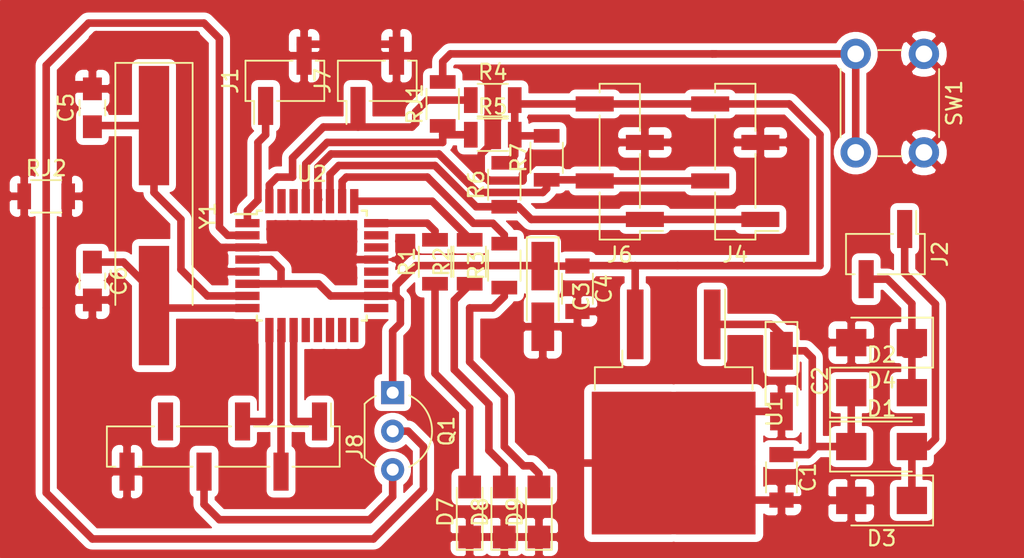
<source format=kicad_pcb>
(kicad_pcb (version 4) (host pcbnew 4.0.6)

  (general
    (links 75)
    (no_connects 0)
    (area 115.062 76.2 182.626001 114.405)
    (thickness 1.6)
    (drawings 1)
    (tracks 242)
    (zones 0)
    (modules 33)
    (nets 28)
  )

  (page A4)
  (layers
    (0 F.Cu signal)
    (31 B.Cu signal hide)
    (32 B.Adhes user hide)
    (33 F.Adhes user)
    (34 B.Paste user hide)
    (35 F.Paste user)
    (36 B.SilkS user hide)
    (37 F.SilkS user)
    (38 B.Mask user hide)
    (39 F.Mask user)
    (40 Dwgs.User user)
    (41 Cmts.User user)
    (42 Eco1.User user)
    (43 Eco2.User user)
    (44 Edge.Cuts user)
    (45 Margin user)
    (46 B.CrtYd user)
    (47 F.CrtYd user)
    (48 B.Fab user hide)
    (49 F.Fab user)
  )

  (setup
    (last_trace_width 0.5)
    (trace_clearance 0.2)
    (zone_clearance 0.45)
    (zone_45_only yes)
    (trace_min 0.2)
    (segment_width 0.2)
    (edge_width 0.1)
    (via_size 0.6)
    (via_drill 0.4)
    (via_min_size 0.4)
    (via_min_drill 0.3)
    (uvia_size 0.3)
    (uvia_drill 0.1)
    (uvias_allowed no)
    (uvia_min_size 0.2)
    (uvia_min_drill 0.1)
    (pcb_text_width 0.3)
    (pcb_text_size 1.5 1.5)
    (mod_edge_width 0.15)
    (mod_text_size 1 1)
    (mod_text_width 0.15)
    (pad_size 2.5 1.5)
    (pad_drill 0)
    (pad_to_mask_clearance 0)
    (aux_axis_origin 0 0)
    (visible_elements 7FFC7E71)
    (pcbplotparams
      (layerselection 0x00030_80000001)
      (usegerberextensions false)
      (excludeedgelayer true)
      (linewidth 0.150000)
      (plotframeref false)
      (viasonmask false)
      (mode 1)
      (useauxorigin false)
      (hpglpennumber 1)
      (hpglpenspeed 20)
      (hpglpendiameter 15)
      (hpglpenoverlay 2)
      (psnegative false)
      (psa4output false)
      (plotreference true)
      (plotvalue true)
      (plotinvisibletext false)
      (padsonsilk false)
      (subtractmaskfromsilk false)
      (outputformat 1)
      (mirror false)
      (drillshape 1)
      (scaleselection 1)
      (outputdirectory ""))
  )

  (net 0 "")
  (net 1 "Net-(C1-Pad1)")
  (net 2 GND)
  (net 3 5V)
  (net 4 xtal1)
  (net 5 xtal2)
  (net 6 "Net-(D1-Pad2)")
  (net 7 "Net-(D2-Pad2)")
  (net 8 "Net-(D7-Pad2)")
  (net 9 "Net-(D8-Pad2)")
  (net 10 "Net-(D9-Pad2)")
  (net 11 "Net-(J1-Pad1)")
  (net 12 Reset)
  (net 13 "Net-(J3-Pad5)")
  (net 14 "Net-(J3-Pad4)")
  (net 15 "Net-(J3-Pad6)")
  (net 16 SDA)
  (net 17 SCL)
  (net 18 Button)
  (net 19 Bkey)
  (net 20 Btx)
  (net 21 Brx)
  (net 22 "Net-(J8-Pad4)")
  (net 23 BT)
  (net 24 "Net-(R1-Pad2)")
  (net 25 "Net-(R2-Pad2)")
  (net 26 "Net-(R3-Pad2)")
  (net 27 "Net-(RJ1-Pad2)")

  (net_class Default "To jest domyślna klasa połączeń."
    (clearance 0.2)
    (trace_width 0.5)
    (via_dia 0.6)
    (via_drill 0.4)
    (uvia_dia 0.3)
    (uvia_drill 0.1)
    (add_net 5V)
    (add_net BT)
    (add_net Bkey)
    (add_net Brx)
    (add_net Btx)
    (add_net Button)
    (add_net GND)
    (add_net "Net-(C1-Pad1)")
    (add_net "Net-(D1-Pad2)")
    (add_net "Net-(D2-Pad2)")
    (add_net "Net-(D7-Pad2)")
    (add_net "Net-(D8-Pad2)")
    (add_net "Net-(D9-Pad2)")
    (add_net "Net-(J1-Pad1)")
    (add_net "Net-(J3-Pad4)")
    (add_net "Net-(J3-Pad5)")
    (add_net "Net-(J3-Pad6)")
    (add_net "Net-(J8-Pad4)")
    (add_net "Net-(R1-Pad2)")
    (add_net "Net-(R2-Pad2)")
    (add_net "Net-(R3-Pad2)")
    (add_net "Net-(RJ1-Pad2)")
    (add_net Reset)
    (add_net SCL)
    (add_net SDA)
    (add_net xtal1)
    (add_net xtal2)
  )

  (module Capacitors_SMD:C_1206 (layer F.Cu) (tedit 59B51717) (tstamp 59B18129)
    (at 166.624 107.696 270)
    (descr "Capacitor SMD 1206, reflow soldering, AVX (see smccp.pdf)")
    (tags "capacitor 1206")
    (path /5974914D)
    (attr smd)
    (fp_text reference C1 (at 0 -1.75 270) (layer F.SilkS)
      (effects (font (size 1 1) (thickness 0.15)))
    )
    (fp_text value 100nF (at 0 2 270) (layer F.Fab)
      (effects (font (size 1 1) (thickness 0.15)))
    )
    (fp_text user %R (at -11.176 0 360) (layer F.Fab)
      (effects (font (size 1 1) (thickness 0.15)))
    )
    (fp_line (start -1.6 0.8) (end -1.6 -0.8) (layer F.Fab) (width 0.1))
    (fp_line (start 1.6 0.8) (end -1.6 0.8) (layer F.Fab) (width 0.1))
    (fp_line (start 1.6 -0.8) (end 1.6 0.8) (layer F.Fab) (width 0.1))
    (fp_line (start -1.6 -0.8) (end 1.6 -0.8) (layer F.Fab) (width 0.1))
    (fp_line (start 1 -1.02) (end -1 -1.02) (layer F.SilkS) (width 0.12))
    (fp_line (start -1 1.02) (end 1 1.02) (layer F.SilkS) (width 0.12))
    (fp_line (start -2.25 -1.05) (end 2.25 -1.05) (layer F.CrtYd) (width 0.05))
    (fp_line (start -2.25 -1.05) (end -2.25 1.05) (layer F.CrtYd) (width 0.05))
    (fp_line (start 2.25 1.05) (end 2.25 -1.05) (layer F.CrtYd) (width 0.05))
    (fp_line (start 2.25 1.05) (end -2.25 1.05) (layer F.CrtYd) (width 0.05))
    (pad 1 smd rect (at -1.5 0 270) (size 1 1.6) (layers F.Cu F.Paste F.Mask)
      (net 1 "Net-(C1-Pad1)"))
    (pad 2 smd rect (at 1.5 0 270) (size 1 1.6) (layers F.Cu F.Paste F.Mask)
      (net 2 GND))
    (model Capacitors_SMD.3dshapes/C_1206.wrl
      (at (xyz 0 0 0))
      (scale (xyz 1 1 1))
      (rotate (xyz 0 0 0))
    )
  )

  (module Capacitors_Tantalum_SMD:CP_Tantalum_Case-A_EIA-3216-18_Hand (layer F.Cu) (tedit 59B51712) (tstamp 59B1812F)
    (at 166.624 101.346 270)
    (descr "Tantalum capacitor, Case A, EIA 3216-18, 3.2x1.6x1.6mm, Hand soldering footprint")
    (tags "capacitor tantalum smd")
    (path /59749089)
    (attr smd)
    (fp_text reference C2 (at 0 -2.55 270) (layer F.SilkS)
      (effects (font (size 1 1) (thickness 0.15)))
    )
    (fp_text value 1uF (at 0 2.55 270) (layer F.Fab)
      (effects (font (size 1 1) (thickness 0.15)))
    )
    (fp_text user %R (at -5.842 0 360) (layer F.Fab)
      (effects (font (size 0.7 0.7) (thickness 0.105)))
    )
    (fp_line (start -4 -1.2) (end -4 1.2) (layer F.CrtYd) (width 0.05))
    (fp_line (start -4 1.2) (end 4 1.2) (layer F.CrtYd) (width 0.05))
    (fp_line (start 4 1.2) (end 4 -1.2) (layer F.CrtYd) (width 0.05))
    (fp_line (start 4 -1.2) (end -4 -1.2) (layer F.CrtYd) (width 0.05))
    (fp_line (start -1.6 -0.8) (end -1.6 0.8) (layer F.Fab) (width 0.1))
    (fp_line (start -1.6 0.8) (end 1.6 0.8) (layer F.Fab) (width 0.1))
    (fp_line (start 1.6 0.8) (end 1.6 -0.8) (layer F.Fab) (width 0.1))
    (fp_line (start 1.6 -0.8) (end -1.6 -0.8) (layer F.Fab) (width 0.1))
    (fp_line (start -1.28 -0.8) (end -1.28 0.8) (layer F.Fab) (width 0.1))
    (fp_line (start -1.12 -0.8) (end -1.12 0.8) (layer F.Fab) (width 0.1))
    (fp_line (start -3.9 -1.05) (end 1.6 -1.05) (layer F.SilkS) (width 0.12))
    (fp_line (start -3.9 1.05) (end 1.6 1.05) (layer F.SilkS) (width 0.12))
    (fp_line (start -3.9 -1.05) (end -3.9 1.05) (layer F.SilkS) (width 0.12))
    (pad 1 smd rect (at -2 0 270) (size 2.5 1.5) (layers F.Cu F.Paste F.Mask)
      (net 1 "Net-(C1-Pad1)"))
    (pad 2 smd rect (at 2 0 270) (size 2.5 1.5) (layers F.Cu F.Paste F.Mask)
      (net 2 GND))
    (model Capacitors_Tantalum_SMD.3dshapes/CP_Tantalum_Case-A_EIA-3216-18.wrl
      (at (xyz 0 0 0))
      (scale (xyz 1 1 1))
      (rotate (xyz 0 0 0))
    )
  )

  (module Capacitors_Tantalum_SMD:CP_Tantalum_Case-A_EIA-3216-18_Hand (layer F.Cu) (tedit 59B51733) (tstamp 59B18135)
    (at 150.876 95.758 270)
    (descr "Tantalum capacitor, Case A, EIA 3216-18, 3.2x1.6x1.6mm, Hand soldering footprint")
    (tags "capacitor tantalum smd")
    (path /59748CEB)
    (attr smd)
    (fp_text reference C3 (at 0 -2.55 270) (layer F.SilkS)
      (effects (font (size 1 1) (thickness 0.15)))
    )
    (fp_text value 1uF (at 0 2.55 270) (layer F.Fab)
      (effects (font (size 1 1) (thickness 0.15)))
    )
    (fp_text user %R (at 4.572 0 360) (layer F.Fab)
      (effects (font (size 0.7 0.7) (thickness 0.105)))
    )
    (fp_line (start -4 -1.2) (end -4 1.2) (layer F.CrtYd) (width 0.05))
    (fp_line (start -4 1.2) (end 4 1.2) (layer F.CrtYd) (width 0.05))
    (fp_line (start 4 1.2) (end 4 -1.2) (layer F.CrtYd) (width 0.05))
    (fp_line (start 4 -1.2) (end -4 -1.2) (layer F.CrtYd) (width 0.05))
    (fp_line (start -1.6 -0.8) (end -1.6 0.8) (layer F.Fab) (width 0.1))
    (fp_line (start -1.6 0.8) (end 1.6 0.8) (layer F.Fab) (width 0.1))
    (fp_line (start 1.6 0.8) (end 1.6 -0.8) (layer F.Fab) (width 0.1))
    (fp_line (start 1.6 -0.8) (end -1.6 -0.8) (layer F.Fab) (width 0.1))
    (fp_line (start -1.28 -0.8) (end -1.28 0.8) (layer F.Fab) (width 0.1))
    (fp_line (start -1.12 -0.8) (end -1.12 0.8) (layer F.Fab) (width 0.1))
    (fp_line (start -3.9 -1.05) (end 1.6 -1.05) (layer F.SilkS) (width 0.12))
    (fp_line (start -3.9 1.05) (end 1.6 1.05) (layer F.SilkS) (width 0.12))
    (fp_line (start -3.9 -1.05) (end -3.9 1.05) (layer F.SilkS) (width 0.12))
    (pad 1 smd rect (at -2 0 270) (size 3.2 1.5) (layers F.Cu F.Paste F.Mask)
      (net 3 5V))
    (pad 2 smd rect (at 2 0 270) (size 3.2 1.5) (layers F.Cu F.Paste F.Mask)
      (net 2 GND))
    (model Capacitors_Tantalum_SMD.3dshapes/CP_Tantalum_Case-A_EIA-3216-18.wrl
      (at (xyz 0 0 0))
      (scale (xyz 1 1 1))
      (rotate (xyz 0 0 0))
    )
  )

  (module Capacitors_SMD:C_1206 (layer F.Cu) (tedit 59B51738) (tstamp 59B1813B)
    (at 153.162 95.25 270)
    (descr "Capacitor SMD 1206, reflow soldering, AVX (see smccp.pdf)")
    (tags "capacitor 1206")
    (path /59748D16)
    (attr smd)
    (fp_text reference C4 (at 0 -1.75 270) (layer F.SilkS)
      (effects (font (size 1 1) (thickness 0.15)))
    )
    (fp_text value 100nF (at 0 2 270) (layer F.Fab)
      (effects (font (size 1 1) (thickness 0.15)))
    )
    (fp_text user %R (at 3.048 0 360) (layer F.Fab)
      (effects (font (size 1 1) (thickness 0.15)))
    )
    (fp_line (start -1.6 0.8) (end -1.6 -0.8) (layer F.Fab) (width 0.1))
    (fp_line (start 1.6 0.8) (end -1.6 0.8) (layer F.Fab) (width 0.1))
    (fp_line (start 1.6 -0.8) (end 1.6 0.8) (layer F.Fab) (width 0.1))
    (fp_line (start -1.6 -0.8) (end 1.6 -0.8) (layer F.Fab) (width 0.1))
    (fp_line (start 1 -1.02) (end -1 -1.02) (layer F.SilkS) (width 0.12))
    (fp_line (start -1 1.02) (end 1 1.02) (layer F.SilkS) (width 0.12))
    (fp_line (start -2.25 -1.05) (end 2.25 -1.05) (layer F.CrtYd) (width 0.05))
    (fp_line (start -2.25 -1.05) (end -2.25 1.05) (layer F.CrtYd) (width 0.05))
    (fp_line (start 2.25 1.05) (end 2.25 -1.05) (layer F.CrtYd) (width 0.05))
    (fp_line (start 2.25 1.05) (end -2.25 1.05) (layer F.CrtYd) (width 0.05))
    (pad 1 smd rect (at -1.5 0 270) (size 1 1.6) (layers F.Cu F.Paste F.Mask)
      (net 3 5V))
    (pad 2 smd rect (at 1.5 0 270) (size 1 1.6) (layers F.Cu F.Paste F.Mask)
      (net 2 GND))
    (model Capacitors_SMD.3dshapes/C_1206.wrl
      (at (xyz 0 0 0))
      (scale (xyz 1 1 1))
      (rotate (xyz 0 0 0))
    )
  )

  (module Capacitors_SMD:C_0805_HandSoldering (layer F.Cu) (tedit 59B51271) (tstamp 59B18141)
    (at 121.158 83.312 90)
    (descr "Capacitor SMD 0805, hand soldering")
    (tags "capacitor 0805")
    (path /5974BB10)
    (attr smd)
    (fp_text reference C5 (at 0 -1.75 90) (layer F.SilkS)
      (effects (font (size 1 1) (thickness 0.15)))
    )
    (fp_text value 22pF (at 0 1.75 90) (layer F.Fab)
      (effects (font (size 1 1) (thickness 0.15)))
    )
    (fp_text user %R (at -3.048 0 180) (layer F.Fab)
      (effects (font (size 1 1) (thickness 0.15)))
    )
    (fp_line (start -1 0.62) (end -1 -0.62) (layer F.Fab) (width 0.1))
    (fp_line (start 1 0.62) (end -1 0.62) (layer F.Fab) (width 0.1))
    (fp_line (start 1 -0.62) (end 1 0.62) (layer F.Fab) (width 0.1))
    (fp_line (start -1 -0.62) (end 1 -0.62) (layer F.Fab) (width 0.1))
    (fp_line (start 0.5 -0.85) (end -0.5 -0.85) (layer F.SilkS) (width 0.12))
    (fp_line (start -0.5 0.85) (end 0.5 0.85) (layer F.SilkS) (width 0.12))
    (fp_line (start -2.25 -0.88) (end 2.25 -0.88) (layer F.CrtYd) (width 0.05))
    (fp_line (start -2.25 -0.88) (end -2.25 0.87) (layer F.CrtYd) (width 0.05))
    (fp_line (start 2.25 0.87) (end 2.25 -0.88) (layer F.CrtYd) (width 0.05))
    (fp_line (start 2.25 0.87) (end -2.25 0.87) (layer F.CrtYd) (width 0.05))
    (pad 1 smd rect (at -1.25 0 90) (size 1.5 1.25) (layers F.Cu F.Paste F.Mask)
      (net 4 xtal1))
    (pad 2 smd rect (at 1.25 0 90) (size 1.5 1.25) (layers F.Cu F.Paste F.Mask)
      (net 2 GND))
    (model Capacitors_SMD.3dshapes/C_0805.wrl
      (at (xyz 0 0 0))
      (scale (xyz 1 1 1))
      (rotate (xyz 0 0 0))
    )
  )

  (module Capacitors_SMD:C_0805_HandSoldering (layer F.Cu) (tedit 59B51289) (tstamp 59B18147)
    (at 121.158 94.742 270)
    (descr "Capacitor SMD 0805, hand soldering")
    (tags "capacitor 0805")
    (path /5974BB78)
    (attr smd)
    (fp_text reference C6 (at 0 -1.75 270) (layer F.SilkS)
      (effects (font (size 1 1) (thickness 0.15)))
    )
    (fp_text value 22pF (at 0 1.75 270) (layer F.Fab)
      (effects (font (size 1 1) (thickness 0.15)))
    )
    (fp_text user %R (at -3.048 0 360) (layer F.Fab)
      (effects (font (size 1 1) (thickness 0.15)))
    )
    (fp_line (start -1 0.62) (end -1 -0.62) (layer F.Fab) (width 0.1))
    (fp_line (start 1 0.62) (end -1 0.62) (layer F.Fab) (width 0.1))
    (fp_line (start 1 -0.62) (end 1 0.62) (layer F.Fab) (width 0.1))
    (fp_line (start -1 -0.62) (end 1 -0.62) (layer F.Fab) (width 0.1))
    (fp_line (start 0.5 -0.85) (end -0.5 -0.85) (layer F.SilkS) (width 0.12))
    (fp_line (start -0.5 0.85) (end 0.5 0.85) (layer F.SilkS) (width 0.12))
    (fp_line (start -2.25 -0.88) (end 2.25 -0.88) (layer F.CrtYd) (width 0.05))
    (fp_line (start -2.25 -0.88) (end -2.25 0.87) (layer F.CrtYd) (width 0.05))
    (fp_line (start 2.25 0.87) (end 2.25 -0.88) (layer F.CrtYd) (width 0.05))
    (fp_line (start 2.25 0.87) (end -2.25 0.87) (layer F.CrtYd) (width 0.05))
    (pad 1 smd rect (at -1.25 0 270) (size 1.5 1.25) (layers F.Cu F.Paste F.Mask)
      (net 5 xtal2))
    (pad 2 smd rect (at 1.25 0 270) (size 1.5 1.25) (layers F.Cu F.Paste F.Mask)
      (net 2 GND))
    (model Capacitors_SMD.3dshapes/C_0805.wrl
      (at (xyz 0 0 0))
      (scale (xyz 1 1 1))
      (rotate (xyz 0 0 0))
    )
  )

  (module Diodes_SMD:D_SMA (layer F.Cu) (tedit 59B517A3) (tstamp 59B1814D)
    (at 173.228 105.664)
    (descr "Diode SMA (DO-214AC)")
    (tags "Diode SMA (DO-214AC)")
    (path /5976AA04)
    (attr smd)
    (fp_text reference D1 (at 0 -2.5) (layer F.SilkS)
      (effects (font (size 1 1) (thickness 0.15)))
    )
    (fp_text value 1N4007 (at 0 2.6) (layer F.Fab)
      (effects (font (size 1 1) (thickness 0.15)))
    )
    (fp_line (start -3.4 -1.65) (end -3.4 1.65) (layer F.SilkS) (width 0.12))
    (fp_line (start 2.3 1.5) (end -2.3 1.5) (layer F.Fab) (width 0.1))
    (fp_line (start -2.3 1.5) (end -2.3 -1.5) (layer F.Fab) (width 0.1))
    (fp_line (start 2.3 -1.5) (end 2.3 1.5) (layer F.Fab) (width 0.1))
    (fp_line (start 2.3 -1.5) (end -2.3 -1.5) (layer F.Fab) (width 0.1))
    (fp_line (start -3.5 -1.75) (end 3.5 -1.75) (layer F.CrtYd) (width 0.05))
    (fp_line (start 3.5 -1.75) (end 3.5 1.75) (layer F.CrtYd) (width 0.05))
    (fp_line (start 3.5 1.75) (end -3.5 1.75) (layer F.CrtYd) (width 0.05))
    (fp_line (start -3.5 1.75) (end -3.5 -1.75) (layer F.CrtYd) (width 0.05))
    (fp_line (start -0.64944 0.00102) (end -1.55114 0.00102) (layer F.Fab) (width 0.1))
    (fp_line (start 0.50118 0.00102) (end 1.4994 0.00102) (layer F.Fab) (width 0.1))
    (fp_line (start -0.64944 -0.79908) (end -0.64944 0.80112) (layer F.Fab) (width 0.1))
    (fp_line (start 0.50118 0.75032) (end 0.50118 -0.79908) (layer F.Fab) (width 0.1))
    (fp_line (start -0.64944 0.00102) (end 0.50118 0.75032) (layer F.Fab) (width 0.1))
    (fp_line (start -0.64944 0.00102) (end 0.50118 -0.79908) (layer F.Fab) (width 0.1))
    (fp_line (start -3.4 1.65) (end 2 1.65) (layer F.SilkS) (width 0.12))
    (fp_line (start -3.4 -1.65) (end 2 -1.65) (layer F.SilkS) (width 0.12))
    (pad 1 smd rect (at -2 0) (size 2 1.8) (layers F.Cu F.Paste F.Mask)
      (net 1 "Net-(C1-Pad1)"))
    (pad 2 smd rect (at 2 0) (size 2 1.8) (layers F.Cu F.Paste F.Mask)
      (net 6 "Net-(D1-Pad2)"))
    (model ${KISYS3DMOD}/Diodes_SMD.3dshapes/D_SMA.wrl
      (at (xyz 0 0 0))
      (scale (xyz 1 1 1))
      (rotate (xyz 0 0 0))
    )
  )

  (module Diodes_SMD:D_SMA (layer F.Cu) (tedit 59B51798) (tstamp 59B18153)
    (at 173.228 102.108)
    (descr "Diode SMA (DO-214AC)")
    (tags "Diode SMA (DO-214AC)")
    (path /597489FE)
    (attr smd)
    (fp_text reference D2 (at 0 -2.5) (layer F.SilkS)
      (effects (font (size 1 1) (thickness 0.15)))
    )
    (fp_text value 1N4007 (at 0 2.6) (layer F.Fab)
      (effects (font (size 1 1) (thickness 0.15)))
    )
    (fp_line (start -3.4 -1.65) (end -3.4 1.65) (layer F.SilkS) (width 0.12))
    (fp_line (start 2.3 1.5) (end -2.3 1.5) (layer F.Fab) (width 0.1))
    (fp_line (start -2.3 1.5) (end -2.3 -1.5) (layer F.Fab) (width 0.1))
    (fp_line (start 2.3 -1.5) (end 2.3 1.5) (layer F.Fab) (width 0.1))
    (fp_line (start 2.3 -1.5) (end -2.3 -1.5) (layer F.Fab) (width 0.1))
    (fp_line (start -3.5 -1.75) (end 3.5 -1.75) (layer F.CrtYd) (width 0.05))
    (fp_line (start 3.5 -1.75) (end 3.5 1.75) (layer F.CrtYd) (width 0.05))
    (fp_line (start 3.5 1.75) (end -3.5 1.75) (layer F.CrtYd) (width 0.05))
    (fp_line (start -3.5 1.75) (end -3.5 -1.75) (layer F.CrtYd) (width 0.05))
    (fp_line (start -0.64944 0.00102) (end -1.55114 0.00102) (layer F.Fab) (width 0.1))
    (fp_line (start 0.50118 0.00102) (end 1.4994 0.00102) (layer F.Fab) (width 0.1))
    (fp_line (start -0.64944 -0.79908) (end -0.64944 0.80112) (layer F.Fab) (width 0.1))
    (fp_line (start 0.50118 0.75032) (end 0.50118 -0.79908) (layer F.Fab) (width 0.1))
    (fp_line (start -0.64944 0.00102) (end 0.50118 0.75032) (layer F.Fab) (width 0.1))
    (fp_line (start -0.64944 0.00102) (end 0.50118 -0.79908) (layer F.Fab) (width 0.1))
    (fp_line (start -3.4 1.65) (end 2 1.65) (layer F.SilkS) (width 0.12))
    (fp_line (start -3.4 -1.65) (end 2 -1.65) (layer F.SilkS) (width 0.12))
    (pad 1 smd rect (at -2 0) (size 2 1.8) (layers F.Cu F.Paste F.Mask)
      (net 1 "Net-(C1-Pad1)"))
    (pad 2 smd rect (at 2 0) (size 2 1.8) (layers F.Cu F.Paste F.Mask)
      (net 7 "Net-(D2-Pad2)"))
    (model ${KISYS3DMOD}/Diodes_SMD.3dshapes/D_SMA.wrl
      (at (xyz 0 0 0))
      (scale (xyz 1 1 1))
      (rotate (xyz 0 0 0))
    )
  )

  (module Diodes_SMD:D_SMA (layer F.Cu) (tedit 59B517B5) (tstamp 59B18159)
    (at 173.228 109.22 180)
    (descr "Diode SMA (DO-214AC)")
    (tags "Diode SMA (DO-214AC)")
    (path /5974845F)
    (attr smd)
    (fp_text reference D3 (at 0 -2.5 180) (layer F.SilkS)
      (effects (font (size 1 1) (thickness 0.15)))
    )
    (fp_text value 1N4007 (at 0 2.6 180) (layer F.Fab)
      (effects (font (size 1 1) (thickness 0.15)))
    )
    (fp_line (start -3.4 -1.65) (end -3.4 1.65) (layer F.SilkS) (width 0.12))
    (fp_line (start 2.3 1.5) (end -2.3 1.5) (layer F.Fab) (width 0.1))
    (fp_line (start -2.3 1.5) (end -2.3 -1.5) (layer F.Fab) (width 0.1))
    (fp_line (start 2.3 -1.5) (end 2.3 1.5) (layer F.Fab) (width 0.1))
    (fp_line (start 2.3 -1.5) (end -2.3 -1.5) (layer F.Fab) (width 0.1))
    (fp_line (start -3.5 -1.75) (end 3.5 -1.75) (layer F.CrtYd) (width 0.05))
    (fp_line (start 3.5 -1.75) (end 3.5 1.75) (layer F.CrtYd) (width 0.05))
    (fp_line (start 3.5 1.75) (end -3.5 1.75) (layer F.CrtYd) (width 0.05))
    (fp_line (start -3.5 1.75) (end -3.5 -1.75) (layer F.CrtYd) (width 0.05))
    (fp_line (start -0.64944 0.00102) (end -1.55114 0.00102) (layer F.Fab) (width 0.1))
    (fp_line (start 0.50118 0.00102) (end 1.4994 0.00102) (layer F.Fab) (width 0.1))
    (fp_line (start -0.64944 -0.79908) (end -0.64944 0.80112) (layer F.Fab) (width 0.1))
    (fp_line (start 0.50118 0.75032) (end 0.50118 -0.79908) (layer F.Fab) (width 0.1))
    (fp_line (start -0.64944 0.00102) (end 0.50118 0.75032) (layer F.Fab) (width 0.1))
    (fp_line (start -0.64944 0.00102) (end 0.50118 -0.79908) (layer F.Fab) (width 0.1))
    (fp_line (start -3.4 1.65) (end 2 1.65) (layer F.SilkS) (width 0.12))
    (fp_line (start -3.4 -1.65) (end 2 -1.65) (layer F.SilkS) (width 0.12))
    (pad 1 smd rect (at -2 0 180) (size 2 1.8) (layers F.Cu F.Paste F.Mask)
      (net 6 "Net-(D1-Pad2)"))
    (pad 2 smd rect (at 2 0 180) (size 2 1.8) (layers F.Cu F.Paste F.Mask)
      (net 2 GND))
    (model ${KISYS3DMOD}/Diodes_SMD.3dshapes/D_SMA.wrl
      (at (xyz 0 0 0))
      (scale (xyz 1 1 1))
      (rotate (xyz 0 0 0))
    )
  )

  (module Diodes_SMD:D_SMA (layer F.Cu) (tedit 59B5179E) (tstamp 59B1815F)
    (at 173.228 98.806 180)
    (descr "Diode SMA (DO-214AC)")
    (tags "Diode SMA (DO-214AC)")
    (path /597484B0)
    (attr smd)
    (fp_text reference D4 (at 0 -2.5 180) (layer F.SilkS)
      (effects (font (size 1 1) (thickness 0.15)))
    )
    (fp_text value 1N4007 (at 0 2.6 180) (layer F.Fab)
      (effects (font (size 1 1) (thickness 0.15)))
    )
    (fp_line (start -3.4 -1.65) (end -3.4 1.65) (layer F.SilkS) (width 0.12))
    (fp_line (start 2.3 1.5) (end -2.3 1.5) (layer F.Fab) (width 0.1))
    (fp_line (start -2.3 1.5) (end -2.3 -1.5) (layer F.Fab) (width 0.1))
    (fp_line (start 2.3 -1.5) (end 2.3 1.5) (layer F.Fab) (width 0.1))
    (fp_line (start 2.3 -1.5) (end -2.3 -1.5) (layer F.Fab) (width 0.1))
    (fp_line (start -3.5 -1.75) (end 3.5 -1.75) (layer F.CrtYd) (width 0.05))
    (fp_line (start 3.5 -1.75) (end 3.5 1.75) (layer F.CrtYd) (width 0.05))
    (fp_line (start 3.5 1.75) (end -3.5 1.75) (layer F.CrtYd) (width 0.05))
    (fp_line (start -3.5 1.75) (end -3.5 -1.75) (layer F.CrtYd) (width 0.05))
    (fp_line (start -0.64944 0.00102) (end -1.55114 0.00102) (layer F.Fab) (width 0.1))
    (fp_line (start 0.50118 0.00102) (end 1.4994 0.00102) (layer F.Fab) (width 0.1))
    (fp_line (start -0.64944 -0.79908) (end -0.64944 0.80112) (layer F.Fab) (width 0.1))
    (fp_line (start 0.50118 0.75032) (end 0.50118 -0.79908) (layer F.Fab) (width 0.1))
    (fp_line (start -0.64944 0.00102) (end 0.50118 0.75032) (layer F.Fab) (width 0.1))
    (fp_line (start -0.64944 0.00102) (end 0.50118 -0.79908) (layer F.Fab) (width 0.1))
    (fp_line (start -3.4 1.65) (end 2 1.65) (layer F.SilkS) (width 0.12))
    (fp_line (start -3.4 -1.65) (end 2 -1.65) (layer F.SilkS) (width 0.12))
    (pad 1 smd rect (at -2 0 180) (size 2 1.8) (layers F.Cu F.Paste F.Mask)
      (net 7 "Net-(D2-Pad2)"))
    (pad 2 smd rect (at 2 0 180) (size 2 1.8) (layers F.Cu F.Paste F.Mask)
      (net 2 GND))
    (model ${KISYS3DMOD}/Diodes_SMD.3dshapes/D_SMA.wrl
      (at (xyz 0 0 0))
      (scale (xyz 1 1 1))
      (rotate (xyz 0 0 0))
    )
  )

  (module LEDs:LED_1206 (layer F.Cu) (tedit 57FE943C) (tstamp 59B18165)
    (at 146.05 109.982 90)
    (descr "LED 1206 smd package")
    (tags "LED led 1206 SMD smd SMT smt smdled SMDLED smtled SMTLED")
    (path /5974EC39)
    (attr smd)
    (fp_text reference D7 (at 0 -1.6 90) (layer F.SilkS)
      (effects (font (size 1 1) (thickness 0.15)))
    )
    (fp_text value LED_R (at 0 1.7 90) (layer F.Fab)
      (effects (font (size 1 1) (thickness 0.15)))
    )
    (fp_line (start -2.5 -0.85) (end -2.5 0.85) (layer F.SilkS) (width 0.12))
    (fp_line (start -0.45 -0.4) (end -0.45 0.4) (layer F.Fab) (width 0.1))
    (fp_line (start -0.4 0) (end 0.2 -0.4) (layer F.Fab) (width 0.1))
    (fp_line (start 0.2 0.4) (end -0.4 0) (layer F.Fab) (width 0.1))
    (fp_line (start 0.2 -0.4) (end 0.2 0.4) (layer F.Fab) (width 0.1))
    (fp_line (start 1.6 0.8) (end -1.6 0.8) (layer F.Fab) (width 0.1))
    (fp_line (start 1.6 -0.8) (end 1.6 0.8) (layer F.Fab) (width 0.1))
    (fp_line (start -1.6 -0.8) (end 1.6 -0.8) (layer F.Fab) (width 0.1))
    (fp_line (start -1.6 0.8) (end -1.6 -0.8) (layer F.Fab) (width 0.1))
    (fp_line (start -2.45 0.85) (end 1.6 0.85) (layer F.SilkS) (width 0.12))
    (fp_line (start -2.45 -0.85) (end 1.6 -0.85) (layer F.SilkS) (width 0.12))
    (fp_line (start 2.65 -1) (end 2.65 1) (layer F.CrtYd) (width 0.05))
    (fp_line (start 2.65 1) (end -2.65 1) (layer F.CrtYd) (width 0.05))
    (fp_line (start -2.65 1) (end -2.65 -1) (layer F.CrtYd) (width 0.05))
    (fp_line (start -2.65 -1) (end 2.65 -1) (layer F.CrtYd) (width 0.05))
    (pad 2 smd rect (at 1.65 0 270) (size 1.5 1.5) (layers F.Cu F.Paste F.Mask)
      (net 8 "Net-(D7-Pad2)"))
    (pad 1 smd rect (at -1.65 0 270) (size 1.5 1.5) (layers F.Cu F.Paste F.Mask)
      (net 2 GND))
    (model ${KISYS3DMOD}/LEDs.3dshapes/LED_1206.wrl
      (at (xyz 0 0 0))
      (scale (xyz 1 1 1))
      (rotate (xyz 0 0 180))
    )
  )

  (module LEDs:LED_1206 (layer F.Cu) (tedit 57FE943C) (tstamp 59B1816B)
    (at 148.336 109.982 90)
    (descr "LED 1206 smd package")
    (tags "LED led 1206 SMD smd SMT smt smdled SMDLED smtled SMTLED")
    (path /5974ECA2)
    (attr smd)
    (fp_text reference D8 (at 0 -1.6 90) (layer F.SilkS)
      (effects (font (size 1 1) (thickness 0.15)))
    )
    (fp_text value LED_G (at 0 1.7 90) (layer F.Fab)
      (effects (font (size 1 1) (thickness 0.15)))
    )
    (fp_line (start -2.5 -0.85) (end -2.5 0.85) (layer F.SilkS) (width 0.12))
    (fp_line (start -0.45 -0.4) (end -0.45 0.4) (layer F.Fab) (width 0.1))
    (fp_line (start -0.4 0) (end 0.2 -0.4) (layer F.Fab) (width 0.1))
    (fp_line (start 0.2 0.4) (end -0.4 0) (layer F.Fab) (width 0.1))
    (fp_line (start 0.2 -0.4) (end 0.2 0.4) (layer F.Fab) (width 0.1))
    (fp_line (start 1.6 0.8) (end -1.6 0.8) (layer F.Fab) (width 0.1))
    (fp_line (start 1.6 -0.8) (end 1.6 0.8) (layer F.Fab) (width 0.1))
    (fp_line (start -1.6 -0.8) (end 1.6 -0.8) (layer F.Fab) (width 0.1))
    (fp_line (start -1.6 0.8) (end -1.6 -0.8) (layer F.Fab) (width 0.1))
    (fp_line (start -2.45 0.85) (end 1.6 0.85) (layer F.SilkS) (width 0.12))
    (fp_line (start -2.45 -0.85) (end 1.6 -0.85) (layer F.SilkS) (width 0.12))
    (fp_line (start 2.65 -1) (end 2.65 1) (layer F.CrtYd) (width 0.05))
    (fp_line (start 2.65 1) (end -2.65 1) (layer F.CrtYd) (width 0.05))
    (fp_line (start -2.65 1) (end -2.65 -1) (layer F.CrtYd) (width 0.05))
    (fp_line (start -2.65 -1) (end 2.65 -1) (layer F.CrtYd) (width 0.05))
    (pad 2 smd rect (at 1.65 0 270) (size 1.5 1.5) (layers F.Cu F.Paste F.Mask)
      (net 9 "Net-(D8-Pad2)"))
    (pad 1 smd rect (at -1.65 0 270) (size 1.5 1.5) (layers F.Cu F.Paste F.Mask)
      (net 2 GND))
    (model ${KISYS3DMOD}/LEDs.3dshapes/LED_1206.wrl
      (at (xyz 0 0 0))
      (scale (xyz 1 1 1))
      (rotate (xyz 0 0 180))
    )
  )

  (module LEDs:LED_1206 (layer F.Cu) (tedit 57FE943C) (tstamp 59B18171)
    (at 150.622 109.982 90)
    (descr "LED 1206 smd package")
    (tags "LED led 1206 SMD smd SMT smt smdled SMDLED smtled SMTLED")
    (path /5974ED0B)
    (attr smd)
    (fp_text reference D9 (at 0 -1.6 90) (layer F.SilkS)
      (effects (font (size 1 1) (thickness 0.15)))
    )
    (fp_text value LED_B (at 0 1.7 90) (layer F.Fab)
      (effects (font (size 1 1) (thickness 0.15)))
    )
    (fp_line (start -2.5 -0.85) (end -2.5 0.85) (layer F.SilkS) (width 0.12))
    (fp_line (start -0.45 -0.4) (end -0.45 0.4) (layer F.Fab) (width 0.1))
    (fp_line (start -0.4 0) (end 0.2 -0.4) (layer F.Fab) (width 0.1))
    (fp_line (start 0.2 0.4) (end -0.4 0) (layer F.Fab) (width 0.1))
    (fp_line (start 0.2 -0.4) (end 0.2 0.4) (layer F.Fab) (width 0.1))
    (fp_line (start 1.6 0.8) (end -1.6 0.8) (layer F.Fab) (width 0.1))
    (fp_line (start 1.6 -0.8) (end 1.6 0.8) (layer F.Fab) (width 0.1))
    (fp_line (start -1.6 -0.8) (end 1.6 -0.8) (layer F.Fab) (width 0.1))
    (fp_line (start -1.6 0.8) (end -1.6 -0.8) (layer F.Fab) (width 0.1))
    (fp_line (start -2.45 0.85) (end 1.6 0.85) (layer F.SilkS) (width 0.12))
    (fp_line (start -2.45 -0.85) (end 1.6 -0.85) (layer F.SilkS) (width 0.12))
    (fp_line (start 2.65 -1) (end 2.65 1) (layer F.CrtYd) (width 0.05))
    (fp_line (start 2.65 1) (end -2.65 1) (layer F.CrtYd) (width 0.05))
    (fp_line (start -2.65 1) (end -2.65 -1) (layer F.CrtYd) (width 0.05))
    (fp_line (start -2.65 -1) (end 2.65 -1) (layer F.CrtYd) (width 0.05))
    (pad 2 smd rect (at 1.65 0 270) (size 1.5 1.5) (layers F.Cu F.Paste F.Mask)
      (net 10 "Net-(D9-Pad2)"))
    (pad 1 smd rect (at -1.65 0 270) (size 1.5 1.5) (layers F.Cu F.Paste F.Mask)
      (net 2 GND))
    (model ${KISYS3DMOD}/LEDs.3dshapes/LED_1206.wrl
      (at (xyz 0 0 0))
      (scale (xyz 1 1 1))
      (rotate (xyz 0 0 180))
    )
  )

  (module Pin_Headers:Pin_Header_Straight_1x02_Pitch2.54mm_SMD_Pin1Left (layer F.Cu) (tedit 59B5129A) (tstamp 59B18177)
    (at 133.858 81.534 90)
    (descr "surface-mounted straight pin header, 1x02, 2.54mm pitch, single row, style 1 (pin 1 left)")
    (tags "Surface mounted pin header SMD 1x02 2.54mm single row style1 pin1 left")
    (path /59750D8D)
    (attr smd)
    (fp_text reference J1 (at 0 -3.6 90) (layer F.SilkS)
      (effects (font (size 1 1) (thickness 0.15)))
    )
    (fp_text value Piezo (at 0 3.6 90) (layer F.Fab)
      (effects (font (size 1 1) (thickness 0.15)))
    )
    (fp_line (start 1.27 2.54) (end -1.27 2.54) (layer F.Fab) (width 0.1))
    (fp_line (start -0.32 -2.54) (end 1.27 -2.54) (layer F.Fab) (width 0.1))
    (fp_line (start -1.27 2.54) (end -1.27 -1.59) (layer F.Fab) (width 0.1))
    (fp_line (start -1.27 -1.59) (end -0.32 -2.54) (layer F.Fab) (width 0.1))
    (fp_line (start 1.27 -2.54) (end 1.27 2.54) (layer F.Fab) (width 0.1))
    (fp_line (start -1.27 -1.59) (end -2.54 -1.59) (layer F.Fab) (width 0.1))
    (fp_line (start -2.54 -1.59) (end -2.54 -0.95) (layer F.Fab) (width 0.1))
    (fp_line (start -2.54 -0.95) (end -1.27 -0.95) (layer F.Fab) (width 0.1))
    (fp_line (start 1.27 0.95) (end 2.54 0.95) (layer F.Fab) (width 0.1))
    (fp_line (start 2.54 0.95) (end 2.54 1.59) (layer F.Fab) (width 0.1))
    (fp_line (start 2.54 1.59) (end 1.27 1.59) (layer F.Fab) (width 0.1))
    (fp_line (start -1.33 -2.6) (end 1.33 -2.6) (layer F.SilkS) (width 0.12))
    (fp_line (start -1.33 2.6) (end 1.33 2.6) (layer F.SilkS) (width 0.12))
    (fp_line (start 1.33 -2.6) (end 1.33 0.51) (layer F.SilkS) (width 0.12))
    (fp_line (start -1.33 -2.03) (end -2.85 -2.03) (layer F.SilkS) (width 0.12))
    (fp_line (start -1.33 -2.6) (end -1.33 -2.03) (layer F.SilkS) (width 0.12))
    (fp_line (start 1.33 2.03) (end 1.33 2.6) (layer F.SilkS) (width 0.12))
    (fp_line (start -1.33 -0.51) (end -1.33 2.6) (layer F.SilkS) (width 0.12))
    (fp_line (start -3.45 -3.05) (end -3.45 3.05) (layer F.CrtYd) (width 0.05))
    (fp_line (start -3.45 3.05) (end 3.45 3.05) (layer F.CrtYd) (width 0.05))
    (fp_line (start 3.45 3.05) (end 3.45 -3.05) (layer F.CrtYd) (width 0.05))
    (fp_line (start 3.45 -3.05) (end -3.45 -3.05) (layer F.CrtYd) (width 0.05))
    (fp_text user %R (at 2.032 -1.778 180) (layer F.Fab)
      (effects (font (size 1 1) (thickness 0.15)))
    )
    (pad 1 smd rect (at -1.655 -1.27 90) (size 2.51 1) (layers F.Cu F.Paste F.Mask)
      (net 11 "Net-(J1-Pad1)"))
    (pad 2 smd rect (at 1.655 1.27 90) (size 2.51 1) (layers F.Cu F.Paste F.Mask)
      (net 2 GND))
    (model ${KISYS3DMOD}/Pin_Headers.3dshapes/Pin_Header_Straight_1x02_Pitch2.54mm_SMD_Pin1Left.wrl
      (at (xyz 0 0 0))
      (scale (xyz 1 1 1))
      (rotate (xyz 0 0 0))
    )
  )

  (module Pin_Headers:Pin_Header_Straight_1x02_Pitch2.54mm_SMD_Pin1Left (layer F.Cu) (tedit 59B516FA) (tstamp 59B1817D)
    (at 173.482 92.964 270)
    (descr "surface-mounted straight pin header, 1x02, 2.54mm pitch, single row, style 1 (pin 1 left)")
    (tags "Surface mounted pin header SMD 1x02 2.54mm single row style1 pin1 left")
    (path /59749B16)
    (attr smd)
    (fp_text reference J2 (at 0 -3.6 270) (layer F.SilkS)
      (effects (font (size 1 1) (thickness 0.15)))
    )
    (fp_text value "AC/DC In (12V)" (at 0 3.6 270) (layer F.Fab)
      (effects (font (size 1 1) (thickness 0.15)))
    )
    (fp_line (start 1.27 2.54) (end -1.27 2.54) (layer F.Fab) (width 0.1))
    (fp_line (start -0.32 -2.54) (end 1.27 -2.54) (layer F.Fab) (width 0.1))
    (fp_line (start -1.27 2.54) (end -1.27 -1.59) (layer F.Fab) (width 0.1))
    (fp_line (start -1.27 -1.59) (end -0.32 -2.54) (layer F.Fab) (width 0.1))
    (fp_line (start 1.27 -2.54) (end 1.27 2.54) (layer F.Fab) (width 0.1))
    (fp_line (start -1.27 -1.59) (end -2.54 -1.59) (layer F.Fab) (width 0.1))
    (fp_line (start -2.54 -1.59) (end -2.54 -0.95) (layer F.Fab) (width 0.1))
    (fp_line (start -2.54 -0.95) (end -1.27 -0.95) (layer F.Fab) (width 0.1))
    (fp_line (start 1.27 0.95) (end 2.54 0.95) (layer F.Fab) (width 0.1))
    (fp_line (start 2.54 0.95) (end 2.54 1.59) (layer F.Fab) (width 0.1))
    (fp_line (start 2.54 1.59) (end 1.27 1.59) (layer F.Fab) (width 0.1))
    (fp_line (start -1.33 -2.6) (end 1.33 -2.6) (layer F.SilkS) (width 0.12))
    (fp_line (start -1.33 2.6) (end 1.33 2.6) (layer F.SilkS) (width 0.12))
    (fp_line (start 1.33 -2.6) (end 1.33 0.51) (layer F.SilkS) (width 0.12))
    (fp_line (start -1.33 -2.03) (end -2.85 -2.03) (layer F.SilkS) (width 0.12))
    (fp_line (start -1.33 -2.6) (end -1.33 -2.03) (layer F.SilkS) (width 0.12))
    (fp_line (start 1.33 2.03) (end 1.33 2.6) (layer F.SilkS) (width 0.12))
    (fp_line (start -1.33 -0.51) (end -1.33 2.6) (layer F.SilkS) (width 0.12))
    (fp_line (start -3.45 -3.05) (end -3.45 3.05) (layer F.CrtYd) (width 0.05))
    (fp_line (start -3.45 3.05) (end 3.45 3.05) (layer F.CrtYd) (width 0.05))
    (fp_line (start 3.45 3.05) (end 3.45 -3.05) (layer F.CrtYd) (width 0.05))
    (fp_line (start 3.45 -3.05) (end -3.45 -3.05) (layer F.CrtYd) (width 0.05))
    (fp_text user %R (at -2.032 1.778 360) (layer F.Fab)
      (effects (font (size 1 1) (thickness 0.15)))
    )
    (pad 1 smd rect (at -1.655 -1.27 270) (size 2.51 1) (layers F.Cu F.Paste F.Mask)
      (net 6 "Net-(D1-Pad2)"))
    (pad 2 smd rect (at 1.655 1.27 270) (size 2.51 1) (layers F.Cu F.Paste F.Mask)
      (net 7 "Net-(D2-Pad2)"))
    (model ${KISYS3DMOD}/Pin_Headers.3dshapes/Pin_Header_Straight_1x02_Pitch2.54mm_SMD_Pin1Left.wrl
      (at (xyz 0 0 0))
      (scale (xyz 1 1 1))
      (rotate (xyz 0 0 0))
    )
  )

  (module Pin_Headers:Pin_Header_Straight_1x04_Pitch2.54mm_SMD_Pin1Left (layer F.Cu) (tedit 59B516EF) (tstamp 59B1818F)
    (at 163.576 86.868 180)
    (descr "surface-mounted straight pin header, 1x04, 2.54mm pitch, single row, style 1 (pin 1 left)")
    (tags "Surface mounted pin header SMD 1x04 2.54mm single row style1 pin1 left")
    (path /597553D9)
    (attr smd)
    (fp_text reference J4 (at 0 -6.14 180) (layer F.SilkS)
      (effects (font (size 1 1) (thickness 0.15)))
    )
    (fp_text value Czujnik (at 0 6.14 180) (layer F.Fab)
      (effects (font (size 1 1) (thickness 0.15)))
    )
    (fp_line (start 1.27 5.08) (end -1.27 5.08) (layer F.Fab) (width 0.1))
    (fp_line (start -0.32 -5.08) (end 1.27 -5.08) (layer F.Fab) (width 0.1))
    (fp_line (start -1.27 5.08) (end -1.27 -4.13) (layer F.Fab) (width 0.1))
    (fp_line (start -1.27 -4.13) (end -0.32 -5.08) (layer F.Fab) (width 0.1))
    (fp_line (start 1.27 -5.08) (end 1.27 5.08) (layer F.Fab) (width 0.1))
    (fp_line (start -1.27 -4.13) (end -2.54 -4.13) (layer F.Fab) (width 0.1))
    (fp_line (start -2.54 -4.13) (end -2.54 -3.49) (layer F.Fab) (width 0.1))
    (fp_line (start -2.54 -3.49) (end -1.27 -3.49) (layer F.Fab) (width 0.1))
    (fp_line (start -1.27 0.95) (end -2.54 0.95) (layer F.Fab) (width 0.1))
    (fp_line (start -2.54 0.95) (end -2.54 1.59) (layer F.Fab) (width 0.1))
    (fp_line (start -2.54 1.59) (end -1.27 1.59) (layer F.Fab) (width 0.1))
    (fp_line (start 1.27 -1.59) (end 2.54 -1.59) (layer F.Fab) (width 0.1))
    (fp_line (start 2.54 -1.59) (end 2.54 -0.95) (layer F.Fab) (width 0.1))
    (fp_line (start 2.54 -0.95) (end 1.27 -0.95) (layer F.Fab) (width 0.1))
    (fp_line (start 1.27 3.49) (end 2.54 3.49) (layer F.Fab) (width 0.1))
    (fp_line (start 2.54 3.49) (end 2.54 4.13) (layer F.Fab) (width 0.1))
    (fp_line (start 2.54 4.13) (end 1.27 4.13) (layer F.Fab) (width 0.1))
    (fp_line (start -1.33 -5.14) (end 1.33 -5.14) (layer F.SilkS) (width 0.12))
    (fp_line (start -1.33 5.14) (end 1.33 5.14) (layer F.SilkS) (width 0.12))
    (fp_line (start 1.33 -5.14) (end 1.33 -2.03) (layer F.SilkS) (width 0.12))
    (fp_line (start -1.33 -4.57) (end -2.85 -4.57) (layer F.SilkS) (width 0.12))
    (fp_line (start -1.33 -5.14) (end -1.33 -4.57) (layer F.SilkS) (width 0.12))
    (fp_line (start 1.33 4.57) (end 1.33 5.14) (layer F.SilkS) (width 0.12))
    (fp_line (start 1.33 -0.51) (end 1.33 3.05) (layer F.SilkS) (width 0.12))
    (fp_line (start -1.33 -3.05) (end -1.33 0.51) (layer F.SilkS) (width 0.12))
    (fp_line (start -1.33 2.03) (end -1.33 5.14) (layer F.SilkS) (width 0.12))
    (fp_line (start -3.45 -5.6) (end -3.45 5.6) (layer F.CrtYd) (width 0.05))
    (fp_line (start -3.45 5.6) (end 3.45 5.6) (layer F.CrtYd) (width 0.05))
    (fp_line (start 3.45 5.6) (end 3.45 -5.6) (layer F.CrtYd) (width 0.05))
    (fp_line (start 3.45 -5.6) (end -3.45 -5.6) (layer F.CrtYd) (width 0.05))
    (fp_text user %R (at -2.286 5.08 360) (layer F.Fab)
      (effects (font (size 1 1) (thickness 0.15)))
    )
    (pad 1 smd rect (at -1.655 -3.81 180) (size 2.51 1) (layers F.Cu F.Paste F.Mask)
      (net 16 SDA))
    (pad 3 smd rect (at -1.655 1.27 180) (size 2.51 1) (layers F.Cu F.Paste F.Mask)
      (net 2 GND))
    (pad 2 smd rect (at 1.655 -1.27 180) (size 2.51 1) (layers F.Cu F.Paste F.Mask)
      (net 17 SCL))
    (pad 4 smd rect (at 1.655 3.81 180) (size 2.51 1) (layers F.Cu F.Paste F.Mask)
      (net 3 5V))
    (model ${KISYS3DMOD}/Pin_Headers.3dshapes/Pin_Header_Straight_1x04_Pitch2.54mm_SMD_Pin1Left.wrl
      (at (xyz 0 0 0))
      (scale (xyz 1 1 1))
      (rotate (xyz 0 0 0))
    )
  )

  (module Pin_Headers:Pin_Header_Straight_1x04_Pitch2.54mm_SMD_Pin1Left (layer F.Cu) (tedit 59B516E9) (tstamp 59B18197)
    (at 155.956 86.868 180)
    (descr "surface-mounted straight pin header, 1x04, 2.54mm pitch, single row, style 1 (pin 1 left)")
    (tags "Surface mounted pin header SMD 1x04 2.54mm single row style1 pin1 left")
    (path /597555A0)
    (attr smd)
    (fp_text reference J6 (at 0 -6.14 180) (layer F.SilkS)
      (effects (font (size 1 1) (thickness 0.15)))
    )
    (fp_text value LCD (at 0 6.14 180) (layer F.Fab)
      (effects (font (size 1 1) (thickness 0.15)))
    )
    (fp_line (start 1.27 5.08) (end -1.27 5.08) (layer F.Fab) (width 0.1))
    (fp_line (start -0.32 -5.08) (end 1.27 -5.08) (layer F.Fab) (width 0.1))
    (fp_line (start -1.27 5.08) (end -1.27 -4.13) (layer F.Fab) (width 0.1))
    (fp_line (start -1.27 -4.13) (end -0.32 -5.08) (layer F.Fab) (width 0.1))
    (fp_line (start 1.27 -5.08) (end 1.27 5.08) (layer F.Fab) (width 0.1))
    (fp_line (start -1.27 -4.13) (end -2.54 -4.13) (layer F.Fab) (width 0.1))
    (fp_line (start -2.54 -4.13) (end -2.54 -3.49) (layer F.Fab) (width 0.1))
    (fp_line (start -2.54 -3.49) (end -1.27 -3.49) (layer F.Fab) (width 0.1))
    (fp_line (start -1.27 0.95) (end -2.54 0.95) (layer F.Fab) (width 0.1))
    (fp_line (start -2.54 0.95) (end -2.54 1.59) (layer F.Fab) (width 0.1))
    (fp_line (start -2.54 1.59) (end -1.27 1.59) (layer F.Fab) (width 0.1))
    (fp_line (start 1.27 -1.59) (end 2.54 -1.59) (layer F.Fab) (width 0.1))
    (fp_line (start 2.54 -1.59) (end 2.54 -0.95) (layer F.Fab) (width 0.1))
    (fp_line (start 2.54 -0.95) (end 1.27 -0.95) (layer F.Fab) (width 0.1))
    (fp_line (start 1.27 3.49) (end 2.54 3.49) (layer F.Fab) (width 0.1))
    (fp_line (start 2.54 3.49) (end 2.54 4.13) (layer F.Fab) (width 0.1))
    (fp_line (start 2.54 4.13) (end 1.27 4.13) (layer F.Fab) (width 0.1))
    (fp_line (start -1.33 -5.14) (end 1.33 -5.14) (layer F.SilkS) (width 0.12))
    (fp_line (start -1.33 5.14) (end 1.33 5.14) (layer F.SilkS) (width 0.12))
    (fp_line (start 1.33 -5.14) (end 1.33 -2.03) (layer F.SilkS) (width 0.12))
    (fp_line (start -1.33 -4.57) (end -2.85 -4.57) (layer F.SilkS) (width 0.12))
    (fp_line (start -1.33 -5.14) (end -1.33 -4.57) (layer F.SilkS) (width 0.12))
    (fp_line (start 1.33 4.57) (end 1.33 5.14) (layer F.SilkS) (width 0.12))
    (fp_line (start 1.33 -0.51) (end 1.33 3.05) (layer F.SilkS) (width 0.12))
    (fp_line (start -1.33 -3.05) (end -1.33 0.51) (layer F.SilkS) (width 0.12))
    (fp_line (start -1.33 2.03) (end -1.33 5.14) (layer F.SilkS) (width 0.12))
    (fp_line (start -3.45 -5.6) (end -3.45 5.6) (layer F.CrtYd) (width 0.05))
    (fp_line (start -3.45 5.6) (end 3.45 5.6) (layer F.CrtYd) (width 0.05))
    (fp_line (start 3.45 5.6) (end 3.45 -5.6) (layer F.CrtYd) (width 0.05))
    (fp_line (start 3.45 -5.6) (end -3.45 -5.6) (layer F.CrtYd) (width 0.05))
    (fp_text user %R (at -2.286 5.08 360) (layer F.Fab)
      (effects (font (size 1 1) (thickness 0.15)))
    )
    (pad 1 smd rect (at -1.655 -3.81 180) (size 2.51 1) (layers F.Cu F.Paste F.Mask)
      (net 16 SDA))
    (pad 3 smd rect (at -1.655 1.27 180) (size 2.51 1) (layers F.Cu F.Paste F.Mask)
      (net 2 GND))
    (pad 2 smd rect (at 1.655 -1.27 180) (size 2.51 1) (layers F.Cu F.Paste F.Mask)
      (net 17 SCL))
    (pad 4 smd rect (at 1.655 3.81 180) (size 2.51 1) (layers F.Cu F.Paste F.Mask)
      (net 3 5V))
    (model ${KISYS3DMOD}/Pin_Headers.3dshapes/Pin_Header_Straight_1x04_Pitch2.54mm_SMD_Pin1Left.wrl
      (at (xyz 0 0 0))
      (scale (xyz 1 1 1))
      (rotate (xyz 0 0 0))
    )
  )

  (module Pin_Headers:Pin_Header_Straight_1x02_Pitch2.54mm_SMD_Pin1Left (layer F.Cu) (tedit 59B5129E) (tstamp 59B1819D)
    (at 139.954 81.534 90)
    (descr "surface-mounted straight pin header, 1x02, 2.54mm pitch, single row, style 1 (pin 1 left)")
    (tags "Surface mounted pin header SMD 1x02 2.54mm single row style1 pin1 left")
    (path /5974CCBA)
    (attr smd)
    (fp_text reference J7 (at 0 -3.6 90) (layer F.SilkS)
      (effects (font (size 1 1) (thickness 0.15)))
    )
    (fp_text value Button (at 0 3.6 90) (layer F.Fab)
      (effects (font (size 1 1) (thickness 0.15)))
    )
    (fp_line (start 1.27 2.54) (end -1.27 2.54) (layer F.Fab) (width 0.1))
    (fp_line (start -0.32 -2.54) (end 1.27 -2.54) (layer F.Fab) (width 0.1))
    (fp_line (start -1.27 2.54) (end -1.27 -1.59) (layer F.Fab) (width 0.1))
    (fp_line (start -1.27 -1.59) (end -0.32 -2.54) (layer F.Fab) (width 0.1))
    (fp_line (start 1.27 -2.54) (end 1.27 2.54) (layer F.Fab) (width 0.1))
    (fp_line (start -1.27 -1.59) (end -2.54 -1.59) (layer F.Fab) (width 0.1))
    (fp_line (start -2.54 -1.59) (end -2.54 -0.95) (layer F.Fab) (width 0.1))
    (fp_line (start -2.54 -0.95) (end -1.27 -0.95) (layer F.Fab) (width 0.1))
    (fp_line (start 1.27 0.95) (end 2.54 0.95) (layer F.Fab) (width 0.1))
    (fp_line (start 2.54 0.95) (end 2.54 1.59) (layer F.Fab) (width 0.1))
    (fp_line (start 2.54 1.59) (end 1.27 1.59) (layer F.Fab) (width 0.1))
    (fp_line (start -1.33 -2.6) (end 1.33 -2.6) (layer F.SilkS) (width 0.12))
    (fp_line (start -1.33 2.6) (end 1.33 2.6) (layer F.SilkS) (width 0.12))
    (fp_line (start 1.33 -2.6) (end 1.33 0.51) (layer F.SilkS) (width 0.12))
    (fp_line (start -1.33 -2.03) (end -2.85 -2.03) (layer F.SilkS) (width 0.12))
    (fp_line (start -1.33 -2.6) (end -1.33 -2.03) (layer F.SilkS) (width 0.12))
    (fp_line (start 1.33 2.03) (end 1.33 2.6) (layer F.SilkS) (width 0.12))
    (fp_line (start -1.33 -0.51) (end -1.33 2.6) (layer F.SilkS) (width 0.12))
    (fp_line (start -3.45 -3.05) (end -3.45 3.05) (layer F.CrtYd) (width 0.05))
    (fp_line (start -3.45 3.05) (end 3.45 3.05) (layer F.CrtYd) (width 0.05))
    (fp_line (start 3.45 3.05) (end 3.45 -3.05) (layer F.CrtYd) (width 0.05))
    (fp_line (start 3.45 -3.05) (end -3.45 -3.05) (layer F.CrtYd) (width 0.05))
    (fp_text user %R (at 2.032 -1.778 180) (layer F.Fab)
      (effects (font (size 1 1) (thickness 0.15)))
    )
    (pad 1 smd rect (at -1.655 -1.27 90) (size 2.51 1) (layers F.Cu F.Paste F.Mask)
      (net 18 Button))
    (pad 2 smd rect (at 1.655 1.27 90) (size 2.51 1) (layers F.Cu F.Paste F.Mask)
      (net 2 GND))
    (model ${KISYS3DMOD}/Pin_Headers.3dshapes/Pin_Header_Straight_1x02_Pitch2.54mm_SMD_Pin1Left.wrl
      (at (xyz 0 0 0))
      (scale (xyz 1 1 1))
      (rotate (xyz 0 0 0))
    )
  )

  (module Pin_Headers:Pin_Header_Straight_1x06_Pitch2.54mm_SMD_Pin1Left (layer F.Cu) (tedit 59B516C9) (tstamp 59B181A7)
    (at 129.794 105.664 270)
    (descr "surface-mounted straight pin header, 1x06, 2.54mm pitch, single row, style 1 (pin 1 left)")
    (tags "Surface mounted pin header SMD 1x06 2.54mm single row style1 pin1 left")
    (path /59754103)
    (attr smd)
    (fp_text reference J8 (at 0 -8.68 270) (layer F.SilkS)
      (effects (font (size 1 1) (thickness 0.15)))
    )
    (fp_text value Bluetooth (at 0 8.68 270) (layer F.Fab)
      (effects (font (size 1 1) (thickness 0.15)))
    )
    (fp_line (start 1.27 7.62) (end -1.27 7.62) (layer F.Fab) (width 0.1))
    (fp_line (start -0.32 -7.62) (end 1.27 -7.62) (layer F.Fab) (width 0.1))
    (fp_line (start -1.27 7.62) (end -1.27 -6.67) (layer F.Fab) (width 0.1))
    (fp_line (start -1.27 -6.67) (end -0.32 -7.62) (layer F.Fab) (width 0.1))
    (fp_line (start 1.27 -7.62) (end 1.27 7.62) (layer F.Fab) (width 0.1))
    (fp_line (start -1.27 -6.67) (end -2.54 -6.67) (layer F.Fab) (width 0.1))
    (fp_line (start -2.54 -6.67) (end -2.54 -6.03) (layer F.Fab) (width 0.1))
    (fp_line (start -2.54 -6.03) (end -1.27 -6.03) (layer F.Fab) (width 0.1))
    (fp_line (start -1.27 -1.59) (end -2.54 -1.59) (layer F.Fab) (width 0.1))
    (fp_line (start -2.54 -1.59) (end -2.54 -0.95) (layer F.Fab) (width 0.1))
    (fp_line (start -2.54 -0.95) (end -1.27 -0.95) (layer F.Fab) (width 0.1))
    (fp_line (start -1.27 3.49) (end -2.54 3.49) (layer F.Fab) (width 0.1))
    (fp_line (start -2.54 3.49) (end -2.54 4.13) (layer F.Fab) (width 0.1))
    (fp_line (start -2.54 4.13) (end -1.27 4.13) (layer F.Fab) (width 0.1))
    (fp_line (start 1.27 -4.13) (end 2.54 -4.13) (layer F.Fab) (width 0.1))
    (fp_line (start 2.54 -4.13) (end 2.54 -3.49) (layer F.Fab) (width 0.1))
    (fp_line (start 2.54 -3.49) (end 1.27 -3.49) (layer F.Fab) (width 0.1))
    (fp_line (start 1.27 0.95) (end 2.54 0.95) (layer F.Fab) (width 0.1))
    (fp_line (start 2.54 0.95) (end 2.54 1.59) (layer F.Fab) (width 0.1))
    (fp_line (start 2.54 1.59) (end 1.27 1.59) (layer F.Fab) (width 0.1))
    (fp_line (start 1.27 6.03) (end 2.54 6.03) (layer F.Fab) (width 0.1))
    (fp_line (start 2.54 6.03) (end 2.54 6.67) (layer F.Fab) (width 0.1))
    (fp_line (start 2.54 6.67) (end 1.27 6.67) (layer F.Fab) (width 0.1))
    (fp_line (start -1.33 -7.68) (end 1.33 -7.68) (layer F.SilkS) (width 0.12))
    (fp_line (start -1.33 7.68) (end 1.33 7.68) (layer F.SilkS) (width 0.12))
    (fp_line (start 1.33 -7.68) (end 1.33 -4.57) (layer F.SilkS) (width 0.12))
    (fp_line (start -1.33 -7.11) (end -2.85 -7.11) (layer F.SilkS) (width 0.12))
    (fp_line (start -1.33 -7.68) (end -1.33 -7.11) (layer F.SilkS) (width 0.12))
    (fp_line (start 1.33 7.11) (end 1.33 7.68) (layer F.SilkS) (width 0.12))
    (fp_line (start 1.33 -3.05) (end 1.33 0.51) (layer F.SilkS) (width 0.12))
    (fp_line (start 1.33 2.03) (end 1.33 5.59) (layer F.SilkS) (width 0.12))
    (fp_line (start -1.33 -5.59) (end -1.33 -2.03) (layer F.SilkS) (width 0.12))
    (fp_line (start -1.33 -0.51) (end -1.33 3.05) (layer F.SilkS) (width 0.12))
    (fp_line (start -1.33 4.57) (end -1.33 7.68) (layer F.SilkS) (width 0.12))
    (fp_line (start -3.45 -8.15) (end -3.45 8.15) (layer F.CrtYd) (width 0.05))
    (fp_line (start -3.45 8.15) (end 3.45 8.15) (layer F.CrtYd) (width 0.05))
    (fp_line (start 3.45 8.15) (end 3.45 -8.15) (layer F.CrtYd) (width 0.05))
    (fp_line (start 3.45 -8.15) (end -3.45 -8.15) (layer F.CrtYd) (width 0.05))
    (fp_text user %R (at -2.032 6.858 360) (layer F.Fab)
      (effects (font (size 1 1) (thickness 0.15)))
    )
    (pad 1 smd rect (at -1.655 -6.35 270) (size 2.51 1) (layers F.Cu F.Paste F.Mask)
      (net 19 Bkey))
    (pad 3 smd rect (at -1.655 -1.27 270) (size 2.51 1) (layers F.Cu F.Paste F.Mask)
      (net 20 Btx))
    (pad 5 smd rect (at -1.655 3.81 270) (size 2.51 1) (layers F.Cu F.Paste F.Mask))
    (pad 2 smd rect (at 1.655 -3.81 270) (size 2.51 1) (layers F.Cu F.Paste F.Mask)
      (net 21 Brx))
    (pad 4 smd rect (at 1.655 1.27 270) (size 2.51 1) (layers F.Cu F.Paste F.Mask)
      (net 22 "Net-(J8-Pad4)"))
    (pad 6 smd rect (at 1.655 6.35 270) (size 2.51 1) (layers F.Cu F.Paste F.Mask)
      (net 2 GND))
    (model ${KISYS3DMOD}/Pin_Headers.3dshapes/Pin_Header_Straight_1x06_Pitch2.54mm_SMD_Pin1Left.wrl
      (at (xyz 0 0 0))
      (scale (xyz 1 1 1))
      (rotate (xyz 0 0 0))
    )
  )

  (module TO_SOT_Packages_THT:TO-92_Inline_Wide (layer F.Cu) (tedit 59B51723) (tstamp 59B181AE)
    (at 140.97 102.108 270)
    (descr "TO-92 leads in-line, wide, drill 0.8mm (see NXP sot054_po.pdf)")
    (tags "to-92 sc-43 sc-43a sot54 PA33 transistor")
    (path /5975351B)
    (fp_text reference Q1 (at 2.54 -3.56 450) (layer F.SilkS)
      (effects (font (size 1 1) (thickness 0.15)))
    )
    (fp_text value S8050 (at 2.54 2.79 270) (layer F.Fab)
      (effects (font (size 1 1) (thickness 0.15)))
    )
    (fp_text user %R (at -1.524 2.032 540) (layer F.Fab)
      (effects (font (size 1 1) (thickness 0.15)))
    )
    (fp_line (start 0.74 1.85) (end 4.34 1.85) (layer F.SilkS) (width 0.12))
    (fp_line (start 0.8 1.75) (end 4.3 1.75) (layer F.Fab) (width 0.1))
    (fp_line (start -1.01 -2.73) (end 6.09 -2.73) (layer F.CrtYd) (width 0.05))
    (fp_line (start -1.01 -2.73) (end -1.01 2.01) (layer F.CrtYd) (width 0.05))
    (fp_line (start 6.09 2.01) (end 6.09 -2.73) (layer F.CrtYd) (width 0.05))
    (fp_line (start 6.09 2.01) (end -1.01 2.01) (layer F.CrtYd) (width 0.05))
    (fp_arc (start 2.54 0) (end 0.74 1.85) (angle 20) (layer F.SilkS) (width 0.12))
    (fp_arc (start 2.54 0) (end 2.54 -2.6) (angle -65) (layer F.SilkS) (width 0.12))
    (fp_arc (start 2.54 0) (end 2.54 -2.6) (angle 65) (layer F.SilkS) (width 0.12))
    (fp_arc (start 2.54 0) (end 2.54 -2.48) (angle 135) (layer F.Fab) (width 0.1))
    (fp_arc (start 2.54 0) (end 2.54 -2.48) (angle -135) (layer F.Fab) (width 0.1))
    (fp_arc (start 2.54 0) (end 4.34 1.85) (angle -20) (layer F.SilkS) (width 0.12))
    (pad 2 thru_hole circle (at 2.54 0) (size 1.52 1.52) (drill 0.8) (layers *.Cu *.Mask)
      (net 23 BT))
    (pad 3 thru_hole circle (at 5.08 0) (size 1.52 1.52) (drill 0.8) (layers *.Cu *.Mask)
      (net 22 "Net-(J8-Pad4)"))
    (pad 1 thru_hole rect (at 0 0) (size 1.52 1.52) (drill 0.8) (layers *.Cu *.Mask)
      (net 3 5V))
    (model ${KISYS3DMOD}/TO_SOT_Packages_THT.3dshapes/TO-92_Inline_Wide.wrl
      (at (xyz 0.1 0 0))
      (scale (xyz 1 1 1))
      (rotate (xyz 0 0 -90))
    )
  )

  (module Resistors_SMD:R_1206 (layer F.Cu) (tedit 58E0A804) (tstamp 59B181B4)
    (at 143.764 93.472 90)
    (descr "Resistor SMD 1206, reflow soldering, Vishay (see dcrcw.pdf)")
    (tags "resistor 1206")
    (path /5974EA3E)
    (attr smd)
    (fp_text reference R1 (at 0 -1.85 90) (layer F.SilkS)
      (effects (font (size 1 1) (thickness 0.15)))
    )
    (fp_text value 220 (at 0 1.95 90) (layer F.Fab)
      (effects (font (size 1 1) (thickness 0.15)))
    )
    (fp_text user %R (at 0 0 90) (layer F.Fab)
      (effects (font (size 0.7 0.7) (thickness 0.105)))
    )
    (fp_line (start -1.6 0.8) (end -1.6 -0.8) (layer F.Fab) (width 0.1))
    (fp_line (start 1.6 0.8) (end -1.6 0.8) (layer F.Fab) (width 0.1))
    (fp_line (start 1.6 -0.8) (end 1.6 0.8) (layer F.Fab) (width 0.1))
    (fp_line (start -1.6 -0.8) (end 1.6 -0.8) (layer F.Fab) (width 0.1))
    (fp_line (start 1 1.07) (end -1 1.07) (layer F.SilkS) (width 0.12))
    (fp_line (start -1 -1.07) (end 1 -1.07) (layer F.SilkS) (width 0.12))
    (fp_line (start -2.15 -1.11) (end 2.15 -1.11) (layer F.CrtYd) (width 0.05))
    (fp_line (start -2.15 -1.11) (end -2.15 1.1) (layer F.CrtYd) (width 0.05))
    (fp_line (start 2.15 1.1) (end 2.15 -1.11) (layer F.CrtYd) (width 0.05))
    (fp_line (start 2.15 1.1) (end -2.15 1.1) (layer F.CrtYd) (width 0.05))
    (pad 1 smd rect (at -1.45 0 90) (size 0.9 1.7) (layers F.Cu F.Paste F.Mask)
      (net 8 "Net-(D7-Pad2)"))
    (pad 2 smd rect (at 1.45 0 90) (size 0.9 1.7) (layers F.Cu F.Paste F.Mask)
      (net 24 "Net-(R1-Pad2)"))
    (model ${KISYS3DMOD}/Resistors_SMD.3dshapes/R_1206.wrl
      (at (xyz 0 0 0))
      (scale (xyz 1 1 1))
      (rotate (xyz 0 0 0))
    )
  )

  (module Resistors_SMD:R_1206 (layer F.Cu) (tedit 58E0A804) (tstamp 59B181BA)
    (at 146.05 93.472 90)
    (descr "Resistor SMD 1206, reflow soldering, Vishay (see dcrcw.pdf)")
    (tags "resistor 1206")
    (path /5974EA9A)
    (attr smd)
    (fp_text reference R2 (at 0 -1.85 90) (layer F.SilkS)
      (effects (font (size 1 1) (thickness 0.15)))
    )
    (fp_text value 220 (at 0 1.95 90) (layer F.Fab)
      (effects (font (size 1 1) (thickness 0.15)))
    )
    (fp_text user %R (at 0 0 90) (layer F.Fab)
      (effects (font (size 0.7 0.7) (thickness 0.105)))
    )
    (fp_line (start -1.6 0.8) (end -1.6 -0.8) (layer F.Fab) (width 0.1))
    (fp_line (start 1.6 0.8) (end -1.6 0.8) (layer F.Fab) (width 0.1))
    (fp_line (start 1.6 -0.8) (end 1.6 0.8) (layer F.Fab) (width 0.1))
    (fp_line (start -1.6 -0.8) (end 1.6 -0.8) (layer F.Fab) (width 0.1))
    (fp_line (start 1 1.07) (end -1 1.07) (layer F.SilkS) (width 0.12))
    (fp_line (start -1 -1.07) (end 1 -1.07) (layer F.SilkS) (width 0.12))
    (fp_line (start -2.15 -1.11) (end 2.15 -1.11) (layer F.CrtYd) (width 0.05))
    (fp_line (start -2.15 -1.11) (end -2.15 1.1) (layer F.CrtYd) (width 0.05))
    (fp_line (start 2.15 1.1) (end 2.15 -1.11) (layer F.CrtYd) (width 0.05))
    (fp_line (start 2.15 1.1) (end -2.15 1.1) (layer F.CrtYd) (width 0.05))
    (pad 1 smd rect (at -1.45 0 90) (size 0.9 1.7) (layers F.Cu F.Paste F.Mask)
      (net 9 "Net-(D8-Pad2)"))
    (pad 2 smd rect (at 1.45 0 90) (size 0.9 1.7) (layers F.Cu F.Paste F.Mask)
      (net 25 "Net-(R2-Pad2)"))
    (model ${KISYS3DMOD}/Resistors_SMD.3dshapes/R_1206.wrl
      (at (xyz 0 0 0))
      (scale (xyz 1 1 1))
      (rotate (xyz 0 0 0))
    )
  )

  (module Resistors_SMD:R_1206 (layer F.Cu) (tedit 58E0A804) (tstamp 59B181C0)
    (at 148.336 93.726 90)
    (descr "Resistor SMD 1206, reflow soldering, Vishay (see dcrcw.pdf)")
    (tags "resistor 1206")
    (path /5974E941)
    (attr smd)
    (fp_text reference R3 (at 0 -1.85 90) (layer F.SilkS)
      (effects (font (size 1 1) (thickness 0.15)))
    )
    (fp_text value 220 (at 0 1.95 90) (layer F.Fab)
      (effects (font (size 1 1) (thickness 0.15)))
    )
    (fp_text user %R (at 0 0 90) (layer F.Fab)
      (effects (font (size 0.7 0.7) (thickness 0.105)))
    )
    (fp_line (start -1.6 0.8) (end -1.6 -0.8) (layer F.Fab) (width 0.1))
    (fp_line (start 1.6 0.8) (end -1.6 0.8) (layer F.Fab) (width 0.1))
    (fp_line (start 1.6 -0.8) (end 1.6 0.8) (layer F.Fab) (width 0.1))
    (fp_line (start -1.6 -0.8) (end 1.6 -0.8) (layer F.Fab) (width 0.1))
    (fp_line (start 1 1.07) (end -1 1.07) (layer F.SilkS) (width 0.12))
    (fp_line (start -1 -1.07) (end 1 -1.07) (layer F.SilkS) (width 0.12))
    (fp_line (start -2.15 -1.11) (end 2.15 -1.11) (layer F.CrtYd) (width 0.05))
    (fp_line (start -2.15 -1.11) (end -2.15 1.1) (layer F.CrtYd) (width 0.05))
    (fp_line (start 2.15 1.1) (end 2.15 -1.11) (layer F.CrtYd) (width 0.05))
    (fp_line (start 2.15 1.1) (end -2.15 1.1) (layer F.CrtYd) (width 0.05))
    (pad 1 smd rect (at -1.45 0 90) (size 0.9 1.7) (layers F.Cu F.Paste F.Mask)
      (net 10 "Net-(D9-Pad2)"))
    (pad 2 smd rect (at 1.45 0 90) (size 0.9 1.7) (layers F.Cu F.Paste F.Mask)
      (net 26 "Net-(R3-Pad2)"))
    (model ${KISYS3DMOD}/Resistors_SMD.3dshapes/R_1206.wrl
      (at (xyz 0 0 0))
      (scale (xyz 1 1 1))
      (rotate (xyz 0 0 0))
    )
  )

  (module Resistors_SMD:R_1206 (layer F.Cu) (tedit 59B512C9) (tstamp 59B181C6)
    (at 147.574 82.804)
    (descr "Resistor SMD 1206, reflow soldering, Vishay (see dcrcw.pdf)")
    (tags "resistor 1206")
    (path /5974B002)
    (attr smd)
    (fp_text reference R4 (at 0 -1.85) (layer F.SilkS)
      (effects (font (size 1 1) (thickness 0.15)))
    )
    (fp_text value 1k (at 0 1.95) (layer F.Fab)
      (effects (font (size 1 1) (thickness 0.15)))
    )
    (fp_text user %R (at 0 -3.556) (layer F.Fab)
      (effects (font (size 0.7 0.7) (thickness 0.105)))
    )
    (fp_line (start -1.6 0.8) (end -1.6 -0.8) (layer F.Fab) (width 0.1))
    (fp_line (start 1.6 0.8) (end -1.6 0.8) (layer F.Fab) (width 0.1))
    (fp_line (start 1.6 -0.8) (end 1.6 0.8) (layer F.Fab) (width 0.1))
    (fp_line (start -1.6 -0.8) (end 1.6 -0.8) (layer F.Fab) (width 0.1))
    (fp_line (start 1 1.07) (end -1 1.07) (layer F.SilkS) (width 0.12))
    (fp_line (start -1 -1.07) (end 1 -1.07) (layer F.SilkS) (width 0.12))
    (fp_line (start -2.15 -1.11) (end 2.15 -1.11) (layer F.CrtYd) (width 0.05))
    (fp_line (start -2.15 -1.11) (end -2.15 1.1) (layer F.CrtYd) (width 0.05))
    (fp_line (start 2.15 1.1) (end 2.15 -1.11) (layer F.CrtYd) (width 0.05))
    (fp_line (start 2.15 1.1) (end -2.15 1.1) (layer F.CrtYd) (width 0.05))
    (pad 1 smd rect (at -1.45 0) (size 0.9 1.7) (layers F.Cu F.Paste F.Mask)
      (net 18 Button))
    (pad 2 smd rect (at 1.45 0) (size 0.9 1.7) (layers F.Cu F.Paste F.Mask)
      (net 3 5V))
    (model ${KISYS3DMOD}/Resistors_SMD.3dshapes/R_1206.wrl
      (at (xyz 0 0 0))
      (scale (xyz 1 1 1))
      (rotate (xyz 0 0 0))
    )
  )

  (module Resistors_SMD:R_1206 (layer F.Cu) (tedit 59B512C6) (tstamp 59B181CC)
    (at 147.574 85.09)
    (descr "Resistor SMD 1206, reflow soldering, Vishay (see dcrcw.pdf)")
    (tags "resistor 1206")
    (path /5974B40A)
    (attr smd)
    (fp_text reference R5 (at 0 -1.85) (layer F.SilkS)
      (effects (font (size 1 1) (thickness 0.15)))
    )
    (fp_text value 1k (at 0 1.95) (layer F.Fab)
      (effects (font (size 1 1) (thickness 0.15)))
    )
    (fp_text user %R (at 0 -4.826) (layer F.Fab)
      (effects (font (size 0.7 0.7) (thickness 0.105)))
    )
    (fp_line (start -1.6 0.8) (end -1.6 -0.8) (layer F.Fab) (width 0.1))
    (fp_line (start 1.6 0.8) (end -1.6 0.8) (layer F.Fab) (width 0.1))
    (fp_line (start 1.6 -0.8) (end 1.6 0.8) (layer F.Fab) (width 0.1))
    (fp_line (start -1.6 -0.8) (end 1.6 -0.8) (layer F.Fab) (width 0.1))
    (fp_line (start 1 1.07) (end -1 1.07) (layer F.SilkS) (width 0.12))
    (fp_line (start -1 -1.07) (end 1 -1.07) (layer F.SilkS) (width 0.12))
    (fp_line (start -2.15 -1.11) (end 2.15 -1.11) (layer F.CrtYd) (width 0.05))
    (fp_line (start -2.15 -1.11) (end -2.15 1.1) (layer F.CrtYd) (width 0.05))
    (fp_line (start 2.15 1.1) (end 2.15 -1.11) (layer F.CrtYd) (width 0.05))
    (fp_line (start 2.15 1.1) (end -2.15 1.1) (layer F.CrtYd) (width 0.05))
    (pad 1 smd rect (at -1.45 0) (size 0.9 1.7) (layers F.Cu F.Paste F.Mask)
      (net 12 Reset))
    (pad 2 smd rect (at 1.45 0) (size 0.9 1.7) (layers F.Cu F.Paste F.Mask)
      (net 3 5V))
    (model ${KISYS3DMOD}/Resistors_SMD.3dshapes/R_1206.wrl
      (at (xyz 0 0 0))
      (scale (xyz 1 1 1))
      (rotate (xyz 0 0 0))
    )
  )

  (module Resistors_SMD:R_1206 (layer F.Cu) (tedit 59B516D7) (tstamp 59B181D2)
    (at 148.336 88.392 90)
    (descr "Resistor SMD 1206, reflow soldering, Vishay (see dcrcw.pdf)")
    (tags "resistor 1206")
    (path /5974B76C)
    (attr smd)
    (fp_text reference R6 (at 0 -1.85 90) (layer F.SilkS)
      (effects (font (size 1 1) (thickness 0.15)))
    )
    (fp_text value 4k7 (at 0 1.95 90) (layer F.Fab)
      (effects (font (size 1 1) (thickness 0.15)))
    )
    (fp_text user %R (at 7.112 -0.762 180) (layer F.Fab)
      (effects (font (size 0.7 0.7) (thickness 0.105)))
    )
    (fp_line (start -1.6 0.8) (end -1.6 -0.8) (layer F.Fab) (width 0.1))
    (fp_line (start 1.6 0.8) (end -1.6 0.8) (layer F.Fab) (width 0.1))
    (fp_line (start 1.6 -0.8) (end 1.6 0.8) (layer F.Fab) (width 0.1))
    (fp_line (start -1.6 -0.8) (end 1.6 -0.8) (layer F.Fab) (width 0.1))
    (fp_line (start 1 1.07) (end -1 1.07) (layer F.SilkS) (width 0.12))
    (fp_line (start -1 -1.07) (end 1 -1.07) (layer F.SilkS) (width 0.12))
    (fp_line (start -2.15 -1.11) (end 2.15 -1.11) (layer F.CrtYd) (width 0.05))
    (fp_line (start -2.15 -1.11) (end -2.15 1.1) (layer F.CrtYd) (width 0.05))
    (fp_line (start 2.15 1.1) (end 2.15 -1.11) (layer F.CrtYd) (width 0.05))
    (fp_line (start 2.15 1.1) (end -2.15 1.1) (layer F.CrtYd) (width 0.05))
    (pad 1 smd rect (at -1.45 0 90) (size 0.9 1.7) (layers F.Cu F.Paste F.Mask)
      (net 16 SDA))
    (pad 2 smd rect (at 1.45 0 90) (size 0.9 1.7) (layers F.Cu F.Paste F.Mask)
      (net 3 5V))
    (model ${KISYS3DMOD}/Resistors_SMD.3dshapes/R_1206.wrl
      (at (xyz 0 0 0))
      (scale (xyz 1 1 1))
      (rotate (xyz 0 0 0))
    )
  )

  (module Resistors_SMD:R_1206 (layer F.Cu) (tedit 59B516DE) (tstamp 59B181D8)
    (at 151.13 86.614 90)
    (descr "Resistor SMD 1206, reflow soldering, Vishay (see dcrcw.pdf)")
    (tags "resistor 1206")
    (path /5974B7E8)
    (attr smd)
    (fp_text reference R7 (at 0 -1.85 90) (layer F.SilkS)
      (effects (font (size 1 1) (thickness 0.15)))
    )
    (fp_text value 4k7 (at 0 1.95 90) (layer F.Fab)
      (effects (font (size 1 1) (thickness 0.15)))
    )
    (fp_text user %R (at 5.08 0 180) (layer F.Fab)
      (effects (font (size 0.7 0.7) (thickness 0.105)))
    )
    (fp_line (start -1.6 0.8) (end -1.6 -0.8) (layer F.Fab) (width 0.1))
    (fp_line (start 1.6 0.8) (end -1.6 0.8) (layer F.Fab) (width 0.1))
    (fp_line (start 1.6 -0.8) (end 1.6 0.8) (layer F.Fab) (width 0.1))
    (fp_line (start -1.6 -0.8) (end 1.6 -0.8) (layer F.Fab) (width 0.1))
    (fp_line (start 1 1.07) (end -1 1.07) (layer F.SilkS) (width 0.12))
    (fp_line (start -1 -1.07) (end 1 -1.07) (layer F.SilkS) (width 0.12))
    (fp_line (start -2.15 -1.11) (end 2.15 -1.11) (layer F.CrtYd) (width 0.05))
    (fp_line (start -2.15 -1.11) (end -2.15 1.1) (layer F.CrtYd) (width 0.05))
    (fp_line (start 2.15 1.1) (end 2.15 -1.11) (layer F.CrtYd) (width 0.05))
    (fp_line (start 2.15 1.1) (end -2.15 1.1) (layer F.CrtYd) (width 0.05))
    (pad 1 smd rect (at -1.45 0 90) (size 0.9 1.7) (layers F.Cu F.Paste F.Mask)
      (net 17 SCL))
    (pad 2 smd rect (at 1.45 0 90) (size 0.9 1.7) (layers F.Cu F.Paste F.Mask)
      (net 3 5V))
    (model ${KISYS3DMOD}/Resistors_SMD.3dshapes/R_1206.wrl
      (at (xyz 0 0 0))
      (scale (xyz 1 1 1))
      (rotate (xyz 0 0 0))
    )
  )

  (module Resistors_SMD:R_1206 (layer F.Cu) (tedit 59B512A4) (tstamp 59B181DE)
    (at 144.272 83.058 90)
    (descr "Resistor SMD 1206, reflow soldering, Vishay (see dcrcw.pdf)")
    (tags "resistor 1206")
    (path /5974F037)
    (attr smd)
    (fp_text reference RJ1 (at 0 -1.85 90) (layer F.SilkS)
      (effects (font (size 1 1) (thickness 0.15)))
    )
    (fp_text value 0 (at 0 1.95 90) (layer F.Fab)
      (effects (font (size 1 1) (thickness 0.15)))
    )
    (fp_text user %R (at 4.572 0 180) (layer F.Fab)
      (effects (font (size 0.7 0.7) (thickness 0.105)))
    )
    (fp_line (start -1.6 0.8) (end -1.6 -0.8) (layer F.Fab) (width 0.1))
    (fp_line (start 1.6 0.8) (end -1.6 0.8) (layer F.Fab) (width 0.1))
    (fp_line (start 1.6 -0.8) (end 1.6 0.8) (layer F.Fab) (width 0.1))
    (fp_line (start -1.6 -0.8) (end 1.6 -0.8) (layer F.Fab) (width 0.1))
    (fp_line (start 1 1.07) (end -1 1.07) (layer F.SilkS) (width 0.12))
    (fp_line (start -1 -1.07) (end 1 -1.07) (layer F.SilkS) (width 0.12))
    (fp_line (start -2.15 -1.11) (end 2.15 -1.11) (layer F.CrtYd) (width 0.05))
    (fp_line (start -2.15 -1.11) (end -2.15 1.1) (layer F.CrtYd) (width 0.05))
    (fp_line (start 2.15 1.1) (end 2.15 -1.11) (layer F.CrtYd) (width 0.05))
    (fp_line (start 2.15 1.1) (end -2.15 1.1) (layer F.CrtYd) (width 0.05))
    (pad 1 smd rect (at -1.45 0 90) (size 0.9 1.7) (layers F.Cu F.Paste F.Mask)
      (net 12 Reset))
    (pad 2 smd rect (at 1.45 0 90) (size 0.9 1.7) (layers F.Cu F.Paste F.Mask)
      (net 27 "Net-(RJ1-Pad2)"))
    (model ${KISYS3DMOD}/Resistors_SMD.3dshapes/R_1206.wrl
      (at (xyz 0 0 0))
      (scale (xyz 1 1 1))
      (rotate (xyz 0 0 0))
    )
  )

  (module Buttons_Switches_THT:SW_PUSH_6mm_h5mm (layer F.Cu) (tedit 59B516F4) (tstamp 59B181E6)
    (at 176.022 79.756 270)
    (descr "tactile push button, 6x6mm e.g. PHAP33xx series, height=5mm")
    (tags "tact sw push 6mm")
    (path /59748723)
    (fp_text reference SW1 (at 3.25 -2 270) (layer F.SilkS)
      (effects (font (size 1 1) (thickness 0.15)))
    )
    (fp_text value Reset (at 3.75 6.7 270) (layer F.Fab)
      (effects (font (size 1 1) (thickness 0.15)))
    )
    (fp_text user %R (at 3.302 2.286 360) (layer F.Fab)
      (effects (font (size 1 1) (thickness 0.15)))
    )
    (fp_line (start 3.25 -0.75) (end 6.25 -0.75) (layer F.Fab) (width 0.1))
    (fp_line (start 6.25 -0.75) (end 6.25 5.25) (layer F.Fab) (width 0.1))
    (fp_line (start 6.25 5.25) (end 0.25 5.25) (layer F.Fab) (width 0.1))
    (fp_line (start 0.25 5.25) (end 0.25 -0.75) (layer F.Fab) (width 0.1))
    (fp_line (start 0.25 -0.75) (end 3.25 -0.75) (layer F.Fab) (width 0.1))
    (fp_line (start 7.75 6) (end 8 6) (layer F.CrtYd) (width 0.05))
    (fp_line (start 8 6) (end 8 5.75) (layer F.CrtYd) (width 0.05))
    (fp_line (start 7.75 -1.5) (end 8 -1.5) (layer F.CrtYd) (width 0.05))
    (fp_line (start 8 -1.5) (end 8 -1.25) (layer F.CrtYd) (width 0.05))
    (fp_line (start -1.5 -1.25) (end -1.5 -1.5) (layer F.CrtYd) (width 0.05))
    (fp_line (start -1.5 -1.5) (end -1.25 -1.5) (layer F.CrtYd) (width 0.05))
    (fp_line (start -1.5 5.75) (end -1.5 6) (layer F.CrtYd) (width 0.05))
    (fp_line (start -1.5 6) (end -1.25 6) (layer F.CrtYd) (width 0.05))
    (fp_line (start -1.25 -1.5) (end 7.75 -1.5) (layer F.CrtYd) (width 0.05))
    (fp_line (start -1.5 5.75) (end -1.5 -1.25) (layer F.CrtYd) (width 0.05))
    (fp_line (start 7.75 6) (end -1.25 6) (layer F.CrtYd) (width 0.05))
    (fp_line (start 8 -1.25) (end 8 5.75) (layer F.CrtYd) (width 0.05))
    (fp_line (start 1 5.5) (end 5.5 5.5) (layer F.SilkS) (width 0.12))
    (fp_line (start -0.25 1.5) (end -0.25 3) (layer F.SilkS) (width 0.12))
    (fp_line (start 5.5 -1) (end 1 -1) (layer F.SilkS) (width 0.12))
    (fp_line (start 6.75 3) (end 6.75 1.5) (layer F.SilkS) (width 0.12))
    (fp_circle (center 3.25 2.25) (end 1.25 2.5) (layer F.Fab) (width 0.1))
    (pad 2 thru_hole circle (at 0 4.5) (size 2 2) (drill 1.1) (layers *.Cu *.Mask)
      (net 27 "Net-(RJ1-Pad2)"))
    (pad 1 thru_hole circle (at 0 0) (size 2 2) (drill 1.1) (layers *.Cu *.Mask)
      (net 2 GND))
    (pad 2 thru_hole circle (at 6.5 4.5) (size 2 2) (drill 1.1) (layers *.Cu *.Mask)
      (net 27 "Net-(RJ1-Pad2)"))
    (pad 1 thru_hole circle (at 6.5 0) (size 2 2) (drill 1.1) (layers *.Cu *.Mask)
      (net 2 GND))
    (model ${KISYS3DMOD}/Buttons_Switches_THT.3dshapes/SW_PUSH_6mm_h5mm.wrl
      (at (xyz 0.005 0 0))
      (scale (xyz 0.3937 0.3937 0.3937))
      (rotate (xyz 0 0 0))
    )
  )

  (module TO_SOT_Packages_SMD:TO-263-2 (layer F.Cu) (tedit 59B5170D) (tstamp 59B181F1)
    (at 159.512 103.378 270)
    (descr "TO-263 / D2PAK / DDPAK SMD package, http://www.infineon.com/cms/en/product/packages/PG-TO263/PG-TO263-3-1/")
    (tags "D2PAK DDPAK TO-263 D2PAK-3 TO-263-3 SOT-404")
    (path /597487DF)
    (attr smd)
    (fp_text reference U1 (at 0 -6.65 270) (layer F.SilkS)
      (effects (font (size 1 1) (thickness 0.15)))
    )
    (fp_text value LM7805_TO220 (at 0 6.65 270) (layer F.Fab)
      (effects (font (size 1 1) (thickness 0.15)))
    )
    (fp_line (start 6.5 -5) (end 7.5 -5) (layer F.Fab) (width 0.1))
    (fp_line (start 7.5 -5) (end 7.5 5) (layer F.Fab) (width 0.1))
    (fp_line (start 7.5 5) (end 6.5 5) (layer F.Fab) (width 0.1))
    (fp_line (start 6.5 -5) (end 6.5 5) (layer F.Fab) (width 0.1))
    (fp_line (start 6.5 5) (end -2.75 5) (layer F.Fab) (width 0.1))
    (fp_line (start -2.75 5) (end -2.75 -4) (layer F.Fab) (width 0.1))
    (fp_line (start -2.75 -4) (end -1.75 -5) (layer F.Fab) (width 0.1))
    (fp_line (start -1.75 -5) (end 6.5 -5) (layer F.Fab) (width 0.1))
    (fp_line (start -2.75 -3.04) (end -7.45 -3.04) (layer F.Fab) (width 0.1))
    (fp_line (start -7.45 -3.04) (end -7.45 -2.04) (layer F.Fab) (width 0.1))
    (fp_line (start -7.45 -2.04) (end -2.75 -2.04) (layer F.Fab) (width 0.1))
    (fp_line (start -2.75 2.04) (end -7.45 2.04) (layer F.Fab) (width 0.1))
    (fp_line (start -7.45 2.04) (end -7.45 3.04) (layer F.Fab) (width 0.1))
    (fp_line (start -7.45 3.04) (end -2.75 3.04) (layer F.Fab) (width 0.1))
    (fp_line (start -1.45 -5.2) (end -2.95 -5.2) (layer F.SilkS) (width 0.12))
    (fp_line (start -2.95 -5.2) (end -2.95 -3.39) (layer F.SilkS) (width 0.12))
    (fp_line (start -2.95 -3.39) (end -8.075 -3.39) (layer F.SilkS) (width 0.12))
    (fp_line (start -1.45 5.2) (end -2.95 5.2) (layer F.SilkS) (width 0.12))
    (fp_line (start -2.95 5.2) (end -2.95 3.39) (layer F.SilkS) (width 0.12))
    (fp_line (start -2.95 3.39) (end -4.05 3.39) (layer F.SilkS) (width 0.12))
    (fp_line (start -8.32 -5.65) (end -8.32 5.65) (layer F.CrtYd) (width 0.05))
    (fp_line (start -8.32 5.65) (end 8.32 5.65) (layer F.CrtYd) (width 0.05))
    (fp_line (start 8.32 5.65) (end 8.32 -5.65) (layer F.CrtYd) (width 0.05))
    (fp_line (start 8.32 -5.65) (end -8.32 -5.65) (layer F.CrtYd) (width 0.05))
    (fp_text user %R (at -3.556 0 360) (layer F.Fab)
      (effects (font (size 1 1) (thickness 0.15)))
    )
    (pad 1 smd rect (at -5.775 -2.54 270) (size 4.6 1.1) (layers F.Cu F.Paste F.Mask)
      (net 1 "Net-(C1-Pad1)"))
    (pad 3 smd rect (at -5.775 2.54 270) (size 4.6 1.1) (layers F.Cu F.Paste F.Mask)
      (net 3 5V))
    (pad 2 smd rect (at 3.375 0 270) (size 9.4 10.8) (layers F.Cu F.Mask)
      (net 2 GND))
    (pad 2 smd rect (at 5.8 2.775 270) (size 4.55 5.25) (layers F.Cu F.Paste)
      (net 2 GND))
    (pad 2 smd rect (at 0.95 -2.775 270) (size 4.55 5.25) (layers F.Cu F.Paste)
      (net 2 GND))
    (pad 2 smd rect (at 5.8 -2.775 270) (size 4.55 5.25) (layers F.Cu F.Paste)
      (net 2 GND))
    (pad 2 smd rect (at 0.95 2.775 270) (size 4.55 5.25) (layers F.Cu F.Paste)
      (net 2 GND))
    (model ${KISYS3DMOD}/TO_SOT_Packages_SMD.3dshapes/TO-263-2.wrl
      (at (xyz 0 0 0))
      (scale (xyz 1 1 1))
      (rotate (xyz 0 0 0))
    )
  )

  (module Housings_QFP:TQFP-32_7x7mm_Pitch0.8mm (layer F.Cu) (tedit 59B516D1) (tstamp 59B18215)
    (at 135.636 93.726)
    (descr "32-Lead Plastic Thin Quad Flatpack (PT) - 7x7x1.0 mm Body, 2.00 mm [TQFP] (see Microchip Packaging Specification 00000049BS.pdf)")
    (tags "QFP 0.8")
    (path /598621A5)
    (attr smd)
    (fp_text reference U2 (at 0 -6.05) (layer F.SilkS)
      (effects (font (size 1 1) (thickness 0.15)))
    )
    (fp_text value ATMEGA328P-AU (at 0 6.05) (layer F.Fab)
      (effects (font (size 1 1) (thickness 0.15)))
    )
    (fp_text user %R (at -4.572 4.318) (layer F.Fab)
      (effects (font (size 1 1) (thickness 0.15)))
    )
    (fp_line (start -2.5 -3.5) (end 3.5 -3.5) (layer F.Fab) (width 0.15))
    (fp_line (start 3.5 -3.5) (end 3.5 3.5) (layer F.Fab) (width 0.15))
    (fp_line (start 3.5 3.5) (end -3.5 3.5) (layer F.Fab) (width 0.15))
    (fp_line (start -3.5 3.5) (end -3.5 -2.5) (layer F.Fab) (width 0.15))
    (fp_line (start -3.5 -2.5) (end -2.5 -3.5) (layer F.Fab) (width 0.15))
    (fp_line (start -5.3 -5.3) (end -5.3 5.3) (layer F.CrtYd) (width 0.05))
    (fp_line (start 5.3 -5.3) (end 5.3 5.3) (layer F.CrtYd) (width 0.05))
    (fp_line (start -5.3 -5.3) (end 5.3 -5.3) (layer F.CrtYd) (width 0.05))
    (fp_line (start -5.3 5.3) (end 5.3 5.3) (layer F.CrtYd) (width 0.05))
    (fp_line (start -3.625 -3.625) (end -3.625 -3.4) (layer F.SilkS) (width 0.15))
    (fp_line (start 3.625 -3.625) (end 3.625 -3.3) (layer F.SilkS) (width 0.15))
    (fp_line (start 3.625 3.625) (end 3.625 3.3) (layer F.SilkS) (width 0.15))
    (fp_line (start -3.625 3.625) (end -3.625 3.3) (layer F.SilkS) (width 0.15))
    (fp_line (start -3.625 -3.625) (end -3.3 -3.625) (layer F.SilkS) (width 0.15))
    (fp_line (start -3.625 3.625) (end -3.3 3.625) (layer F.SilkS) (width 0.15))
    (fp_line (start 3.625 3.625) (end 3.3 3.625) (layer F.SilkS) (width 0.15))
    (fp_line (start 3.625 -3.625) (end 3.3 -3.625) (layer F.SilkS) (width 0.15))
    (fp_line (start -3.625 -3.4) (end -5.05 -3.4) (layer F.SilkS) (width 0.15))
    (pad 1 smd rect (at -4.25 -2.8) (size 1.6 0.55) (layers F.Cu F.Paste F.Mask)
      (net 11 "Net-(J1-Pad1)"))
    (pad 2 smd rect (at -4.25 -2) (size 1.6 0.55) (layers F.Cu F.Paste F.Mask)
      (net 23 BT))
    (pad 3 smd rect (at -4.25 -1.2) (size 1.6 0.55) (layers F.Cu F.Paste F.Mask)
      (net 2 GND))
    (pad 4 smd rect (at -4.25 -0.4) (size 1.6 0.55) (layers F.Cu F.Paste F.Mask)
      (net 3 5V))
    (pad 5 smd rect (at -4.25 0.4) (size 1.6 0.55) (layers F.Cu F.Paste F.Mask)
      (net 2 GND))
    (pad 6 smd rect (at -4.25 1.2) (size 1.6 0.55) (layers F.Cu F.Paste F.Mask)
      (net 3 5V))
    (pad 7 smd rect (at -4.25 2) (size 1.6 0.55) (layers F.Cu F.Paste F.Mask)
      (net 4 xtal1))
    (pad 8 smd rect (at -4.25 2.8) (size 1.6 0.55) (layers F.Cu F.Paste F.Mask)
      (net 5 xtal2))
    (pad 9 smd rect (at -2.8 4.25 90) (size 1.6 0.55) (layers F.Cu F.Paste F.Mask)
      (net 20 Btx))
    (pad 10 smd rect (at -2 4.25 90) (size 1.6 0.55) (layers F.Cu F.Paste F.Mask)
      (net 21 Brx))
    (pad 11 smd rect (at -1.2 4.25 90) (size 1.6 0.55) (layers F.Cu F.Paste F.Mask)
      (net 19 Bkey))
    (pad 12 smd rect (at -0.4 4.25 90) (size 1.6 0.55) (layers F.Cu F.Paste F.Mask))
    (pad 13 smd rect (at 0.4 4.25 90) (size 1.6 0.55) (layers F.Cu F.Paste F.Mask))
    (pad 14 smd rect (at 1.2 4.25 90) (size 1.6 0.55) (layers F.Cu F.Paste F.Mask))
    (pad 15 smd rect (at 2 4.25 90) (size 1.6 0.55) (layers F.Cu F.Paste F.Mask)
      (net 14 "Net-(J3-Pad4)"))
    (pad 16 smd rect (at 2.8 4.25 90) (size 1.6 0.55) (layers F.Cu F.Paste F.Mask)
      (net 13 "Net-(J3-Pad5)"))
    (pad 17 smd rect (at 4.25 2.8) (size 1.6 0.55) (layers F.Cu F.Paste F.Mask)
      (net 15 "Net-(J3-Pad6)"))
    (pad 18 smd rect (at 4.25 2) (size 1.6 0.55) (layers F.Cu F.Paste F.Mask)
      (net 3 5V))
    (pad 19 smd rect (at 4.25 1.2) (size 1.6 0.55) (layers F.Cu F.Paste F.Mask))
    (pad 20 smd rect (at 4.25 0.4) (size 1.6 0.55) (layers F.Cu F.Paste F.Mask))
    (pad 21 smd rect (at 4.25 -0.4) (size 1.6 0.55) (layers F.Cu F.Paste F.Mask)
      (net 2 GND))
    (pad 22 smd rect (at 4.25 -1.2) (size 1.6 0.55) (layers F.Cu F.Paste F.Mask))
    (pad 23 smd rect (at 4.25 -2) (size 1.6 0.55) (layers F.Cu F.Paste F.Mask))
    (pad 24 smd rect (at 4.25 -2.8) (size 1.6 0.55) (layers F.Cu F.Paste F.Mask)
      (net 24 "Net-(R1-Pad2)"))
    (pad 25 smd rect (at 2.8 -4.25 90) (size 1.6 0.55) (layers F.Cu F.Paste F.Mask)
      (net 25 "Net-(R2-Pad2)"))
    (pad 26 smd rect (at 2 -4.25 90) (size 1.6 0.55) (layers F.Cu F.Paste F.Mask)
      (net 26 "Net-(R3-Pad2)"))
    (pad 27 smd rect (at 1.2 -4.25 90) (size 1.6 0.55) (layers F.Cu F.Paste F.Mask)
      (net 16 SDA))
    (pad 28 smd rect (at 0.4 -4.25 90) (size 1.6 0.55) (layers F.Cu F.Paste F.Mask)
      (net 17 SCL))
    (pad 29 smd rect (at -0.4 -4.25 90) (size 1.6 0.55) (layers F.Cu F.Paste F.Mask)
      (net 12 Reset))
    (pad 30 smd rect (at -1.2 -4.25 90) (size 1.6 0.55) (layers F.Cu F.Paste F.Mask))
    (pad 31 smd rect (at -2 -4.25 90) (size 1.6 0.55) (layers F.Cu F.Paste F.Mask))
    (pad 32 smd rect (at -2.8 -4.25 90) (size 1.6 0.55) (layers F.Cu F.Paste F.Mask)
      (net 18 Button))
    (model ${KISYS3DMOD}/Housings_QFP.3dshapes/TQFP-32_7x7mm_Pitch0.8mm.wrl
      (at (xyz 0 0 0))
      (scale (xyz 1 1 1))
      (rotate (xyz 0 0 0))
    )
  )

  (module Crystals:Crystal_SMD_HC49-SD_HandSoldering (layer F.Cu) (tedit 59B51293) (tstamp 59B1821B)
    (at 125.222 90.424 270)
    (descr "SMD Crystal HC-49-SD http://cdn-reichelt.de/documents/datenblatt/B400/xxx-HC49-SMD.pdf, hand-soldering, 11.4x4.7mm^2 package")
    (tags "SMD SMT crystal hand-soldering")
    (path /5974B355)
    (attr smd)
    (fp_text reference Y1 (at 0 -3.55 270) (layer F.SilkS)
      (effects (font (size 1 1) (thickness 0.15)))
    )
    (fp_text value Crystal (at 0 3.55 270) (layer F.Fab)
      (effects (font (size 1 1) (thickness 0.15)))
    )
    (fp_text user %R (at -10.922 0 360) (layer F.Fab)
      (effects (font (size 1 1) (thickness 0.15)))
    )
    (fp_line (start -5.7 -2.35) (end -5.7 2.35) (layer F.Fab) (width 0.1))
    (fp_line (start -5.7 2.35) (end 5.7 2.35) (layer F.Fab) (width 0.1))
    (fp_line (start 5.7 2.35) (end 5.7 -2.35) (layer F.Fab) (width 0.1))
    (fp_line (start 5.7 -2.35) (end -5.7 -2.35) (layer F.Fab) (width 0.1))
    (fp_line (start -3.015 -2.115) (end 3.015 -2.115) (layer F.Fab) (width 0.1))
    (fp_line (start -3.015 2.115) (end 3.015 2.115) (layer F.Fab) (width 0.1))
    (fp_line (start 5.9 -2.55) (end -10.075 -2.55) (layer F.SilkS) (width 0.12))
    (fp_line (start -10.075 -2.55) (end -10.075 2.55) (layer F.SilkS) (width 0.12))
    (fp_line (start -10.075 2.55) (end 5.9 2.55) (layer F.SilkS) (width 0.12))
    (fp_line (start -10.2 -2.6) (end -10.2 2.6) (layer F.CrtYd) (width 0.05))
    (fp_line (start -10.2 2.6) (end 10.2 2.6) (layer F.CrtYd) (width 0.05))
    (fp_line (start 10.2 2.6) (end 10.2 -2.6) (layer F.CrtYd) (width 0.05))
    (fp_line (start 10.2 -2.6) (end -10.2 -2.6) (layer F.CrtYd) (width 0.05))
    (fp_arc (start -3.015 0) (end -3.015 -2.115) (angle -180) (layer F.Fab) (width 0.1))
    (fp_arc (start 3.015 0) (end 3.015 -2.115) (angle 180) (layer F.Fab) (width 0.1))
    (pad 1 smd rect (at -5.9375 0 270) (size 7.875 2) (layers F.Cu F.Paste F.Mask)
      (net 4 xtal1))
    (pad 2 smd rect (at 5.9375 0 270) (size 7.875 2) (layers F.Cu F.Paste F.Mask)
      (net 5 xtal2))
    (model ${KISYS3DMOD}/Crystals.3dshapes/Crystal_SMD_HC49-SD_HandSoldering.wrl
      (at (xyz 0 0 0))
      (scale (xyz 1 1 1))
      (rotate (xyz 0 0 0))
    )
  )

  (module Resistors_SMD:R_1206 (layer F.Cu) (tedit 59B51281) (tstamp 59B2CDB7)
    (at 118.11 89.154)
    (descr "Resistor SMD 1206, reflow soldering, Vishay (see dcrcw.pdf)")
    (tags "resistor 1206")
    (path /59B2D8B1)
    (attr smd)
    (fp_text reference RJ2 (at 0 -1.85) (layer F.SilkS)
      (effects (font (size 1 1) (thickness 0.15)))
    )
    (fp_text value 0 (at 0 1.95) (layer F.Fab)
      (effects (font (size 1 1) (thickness 0.15)))
    )
    (fp_text user %R (at 3.048 0) (layer F.Fab)
      (effects (font (size 0.7 0.7) (thickness 0.105)))
    )
    (fp_line (start -1.6 0.8) (end -1.6 -0.8) (layer F.Fab) (width 0.1))
    (fp_line (start 1.6 0.8) (end -1.6 0.8) (layer F.Fab) (width 0.1))
    (fp_line (start 1.6 -0.8) (end 1.6 0.8) (layer F.Fab) (width 0.1))
    (fp_line (start -1.6 -0.8) (end 1.6 -0.8) (layer F.Fab) (width 0.1))
    (fp_line (start 1 1.07) (end -1 1.07) (layer F.SilkS) (width 0.12))
    (fp_line (start -1 -1.07) (end 1 -1.07) (layer F.SilkS) (width 0.12))
    (fp_line (start -2.15 -1.11) (end 2.15 -1.11) (layer F.CrtYd) (width 0.05))
    (fp_line (start -2.15 -1.11) (end -2.15 1.1) (layer F.CrtYd) (width 0.05))
    (fp_line (start 2.15 1.1) (end 2.15 -1.11) (layer F.CrtYd) (width 0.05))
    (fp_line (start 2.15 1.1) (end -2.15 1.1) (layer F.CrtYd) (width 0.05))
    (pad 1 smd rect (at -1.45 0) (size 0.9 1.7) (layers F.Cu F.Paste F.Mask)
      (net 2 GND))
    (pad 2 smd rect (at 1.45 0) (size 0.9 1.7) (layers F.Cu F.Paste F.Mask)
      (net 2 GND))
    (model ${KISYS3DMOD}/Resistors_SMD.3dshapes/R_1206.wrl
      (at (xyz 0 0 0))
      (scale (xyz 1 1 1))
      (rotate (xyz 0 0 0))
    )
  )

  (gr_text D1-D4 (at 173.228 111.76) (layer F.Fab)
    (effects (font (size 1 1) (thickness 0.15)))
  )

  (segment (start 166.624 99.346) (end 166.624 98.298) (width 0.5) (layer F.Cu) (net 1))
  (segment (start 166.624 98.298) (end 165.929 97.603) (width 0.5) (layer F.Cu) (net 1) (tstamp 59B516A9))
  (segment (start 165.929 97.603) (end 162.052 97.603) (width 0.5) (layer F.Cu) (net 1) (tstamp 59B516AA))
  (segment (start 171.228 105.664) (end 168.91 105.664) (width 0.5) (layer F.Cu) (net 1))
  (segment (start 168.91 105.664) (end 168.656 105.918) (width 0.5) (layer F.Cu) (net 1) (tstamp 59B516A2))
  (segment (start 166.624 99.346) (end 168.18 99.346) (width 0.5) (layer F.Cu) (net 1))
  (segment (start 168.18 99.346) (end 168.656 99.822) (width 0.5) (layer F.Cu) (net 1) (tstamp 59B5169C))
  (segment (start 168.656 99.822) (end 168.656 105.918) (width 0.5) (layer F.Cu) (net 1) (tstamp 59B5169D))
  (segment (start 168.378 106.196) (end 166.624 106.196) (width 0.5) (layer F.Cu) (net 1) (tstamp 59B5169F))
  (segment (start 168.656 105.918) (end 168.378 106.196) (width 0.5) (layer F.Cu) (net 1) (tstamp 59B5169E))
  (segment (start 171.228 102.108) (end 171.228 105.664) (width 0.5) (layer F.Cu) (net 1))
  (segment (start 166.624 109.196) (end 161.955 109.196) (width 0.5) (layer F.Cu) (net 2))
  (segment (start 161.955 109.196) (end 159.512 106.753) (width 0.5) (layer F.Cu) (net 2) (tstamp 59B51698))
  (segment (start 166.624 103.346) (end 162.919 103.346) (width 0.5) (layer F.Cu) (net 2))
  (segment (start 162.919 103.346) (end 159.512 106.753) (width 0.5) (layer F.Cu) (net 2) (tstamp 59B51694))
  (segment (start 166.624 109.196) (end 171.204 109.196) (width 0.5) (layer F.Cu) (net 2))
  (segment (start 171.204 109.196) (end 171.228 109.22) (width 0.5) (layer F.Cu) (net 2) (tstamp 59B51691))
  (segment (start 159.512 106.753) (end 152.727 106.753) (width 0.5) (layer F.Cu) (net 2))
  (segment (start 152.02 111.632) (end 150.622 111.632) (width 0.5) (layer F.Cu) (net 2) (tstamp 59B515C2))
  (segment (start 152.654 110.998) (end 152.02 111.632) (width 0.5) (layer F.Cu) (net 2) (tstamp 59B515C1))
  (segment (start 152.654 106.826) (end 152.654 110.998) (width 0.5) (layer F.Cu) (net 2) (tstamp 59B515C0))
  (segment (start 152.727 106.753) (end 152.654 106.826) (width 0.5) (layer F.Cu) (net 2) (tstamp 59B515BF))
  (segment (start 150.876 97.758) (end 153.13 97.758) (width 0.5) (layer F.Cu) (net 2))
  (segment (start 153.162 97.726) (end 153.162 96.75) (width 0.5) (layer F.Cu) (net 2) (tstamp 59B515B6))
  (segment (start 153.13 97.758) (end 153.162 97.726) (width 0.5) (layer F.Cu) (net 2) (tstamp 59B515B5))
  (segment (start 149.544002 88.138) (end 149.544002 87.691998) (width 0.5) (layer F.Cu) (net 2))
  (segment (start 150.622 86.614) (end 149.606 87.63) (width 0.5) (layer F.Cu) (net 2) (tstamp 59B51393))
  (segment (start 149.544002 88.138) (end 147.32 88.138) (width 0.5) (layer F.Cu) (net 2) (tstamp 59B51396))
  (segment (start 147.32 88.138) (end 146.812 87.63) (width 0.5) (layer F.Cu) (net 2) (tstamp 59B51397))
  (segment (start 146.812 87.63) (end 146.812 86.36) (width 0.5) (layer F.Cu) (net 2) (tstamp 59B51398))
  (segment (start 146.812 86.36) (end 147.574 85.598) (width 0.5) (layer F.Cu) (net 2) (tstamp 59B51399))
  (segment (start 147.574 85.598) (end 147.574 81.788) (width 0.5) (layer F.Cu) (net 2) (tstamp 59B2C79B))
  (segment (start 147.574 81.788) (end 148.336 81.026) (width 0.5) (layer F.Cu) (net 2) (tstamp 59B2C79C))
  (segment (start 148.336 81.026) (end 153.162 81.026) (width 0.5) (layer F.Cu) (net 2) (tstamp 59B2C79D))
  (segment (start 153.162 81.026) (end 168.148 81.026) (width 0.5) (layer F.Cu) (net 2))
  (segment (start 155.448 85.598) (end 157.611 85.598) (width 0.5) (layer F.Cu) (net 2) (tstamp 59B2BF5F))
  (segment (start 154.432 86.614) (end 155.448 85.598) (width 0.5) (layer F.Cu) (net 2) (tstamp 59B2BF5E))
  (segment (start 154.432 86.614) (end 150.622 86.614) (width 0.5) (layer F.Cu) (net 2))
  (segment (start 149.544002 87.691998) (end 149.606 87.63) (width 0.5) (layer F.Cu) (net 2) (tstamp 59B5139E))
  (segment (start 131.386 94.126) (end 129.686 94.126) (width 0.5) (layer F.Cu) (net 2))
  (segment (start 129.356 93.796) (end 129.356 92.526) (width 0.5) (layer F.Cu) (net 2) (tstamp 59B2D7F7))
  (segment (start 129.686 94.126) (end 129.356 93.796) (width 0.5) (layer F.Cu) (net 2) (tstamp 59B2D7F6))
  (segment (start 128.016 78.486) (end 128.016 91.186) (width 0.5) (layer F.Cu) (net 2))
  (segment (start 121.158 78.74) (end 121.412 78.486) (width 0.5) (layer F.Cu) (net 2) (tstamp 59B2BBD7))
  (segment (start 121.412 78.486) (end 128.016 78.486) (width 0.5) (layer F.Cu) (net 2) (tstamp 59B2BBD8))
  (segment (start 121.158 82.062) (end 121.158 78.74) (width 0.5) (layer F.Cu) (net 2))
  (segment (start 129.356 92.526) (end 129.978 92.526) (width 0.5) (layer F.Cu) (net 2) (tstamp 59B2C894))
  (segment (start 128.016 91.186) (end 129.356 92.526) (width 0.5) (layer F.Cu) (net 2) (tstamp 59B2C893))
  (segment (start 120.884 81.788) (end 119.634 81.788) (width 0.5) (layer F.Cu) (net 2) (tstamp 59B2BBD3))
  (segment (start 119.38 82.042) (end 119.634 81.788) (width 0.5) (layer F.Cu) (net 2) (tstamp 59B2BBD0))
  (segment (start 119.38 83.84) (end 119.38 82.042) (width 0.5) (layer F.Cu) (net 2) (tstamp 59B2BBCE))
  (segment (start 134.874 79.117) (end 141.224 79.117) (width 0.5) (layer F.Cu) (net 2))
  (segment (start 150.622 111.632) (end 148.336 111.632) (width 0.5) (layer F.Cu) (net 2))
  (segment (start 146.05 111.632) (end 148.336 111.632) (width 0.5) (layer F.Cu) (net 2))
  (segment (start 157.611 85.598) (end 165.231 85.598) (width 0.5) (layer F.Cu) (net 2))
  (segment (start 120.884 81.788) (end 121.158 82.062) (width 0.5) (layer F.Cu) (net 2) (tstamp 59B2BBD4))
  (segment (start 137.776 93.326) (end 139.886 93.326) (width 0.5) (layer F.Cu) (net 2) (tstamp 59B18C4B))
  (segment (start 131.386 92.526) (end 136.976 92.526) (width 0.5) (layer F.Cu) (net 2))
  (segment (start 136.976 92.526) (end 137.776 93.326) (width 0.5) (layer F.Cu) (net 2) (tstamp 59B18C4A))
  (segment (start 131.386 92.526) (end 129.978 92.526) (width 0.5) (layer F.Cu) (net 2))
  (segment (start 119.38 94.742) (end 119.38 95.758) (width 0.5) (layer F.Cu) (net 2))
  (segment (start 119.38 94.742) (end 119.38 83.84) (width 0.5) (layer F.Cu) (net 2) (tstamp 59B2BBCC))
  (segment (start 119.614 95.992) (end 121.158 95.992) (width 0.5) (layer F.Cu) (net 2) (tstamp 59B2C7B1))
  (segment (start 119.38 95.758) (end 119.614 95.992) (width 0.5) (layer F.Cu) (net 2) (tstamp 59B2C7B0))
  (segment (start 121.158 95.992) (end 120.63 95.992) (width 0.5) (layer F.Cu) (net 2))
  (segment (start 156.972 97.603) (end 156.972 93.726) (width 0.5) (layer F.Cu) (net 3))
  (segment (start 150.844 93.726) (end 142.494 93.726) (width 0.5) (layer F.Cu) (net 3))
  (segment (start 141.192 95.028) (end 141.192 95.726) (width 0.5) (layer F.Cu) (net 3))
  (segment (start 141.192 95.028) (end 142.494 93.726) (width 0.5) (layer F.Cu) (net 3) (tstamp 59B2C78E))
  (segment (start 150.844 93.726) (end 150.876 93.758) (width 0.5) (layer F.Cu) (net 3) (tstamp 59B514D8))
  (segment (start 150.876 93.758) (end 153.154 93.758) (width 0.5) (layer F.Cu) (net 3))
  (segment (start 153.154 93.758) (end 153.162 93.75) (width 0.5) (layer F.Cu) (net 3) (tstamp 59B514D4))
  (segment (start 153.186 93.726) (end 156.718 93.726) (width 0.5) (layer F.Cu) (net 3))
  (segment (start 156.718 93.726) (end 156.972 93.726) (width 0.5) (layer F.Cu) (net 3) (tstamp 59B5149F))
  (segment (start 156.972 93.726) (end 159.766 93.726) (width 0.5) (layer F.Cu) (net 3) (tstamp 59B515AF))
  (segment (start 159.766 93.726) (end 169.164 93.726) (width 0.5) (layer F.Cu) (net 3) (tstamp 59B2D6CC))
  (segment (start 169.164 93.726) (end 169.164 85.09) (width 0.5) (layer F.Cu) (net 3) (tstamp 59B2C793))
  (segment (start 169.164 85.09) (end 167.132 83.058) (width 0.5) (layer F.Cu) (net 3) (tstamp 59B2C787))
  (segment (start 167.132 83.058) (end 161.921 83.058) (width 0.5) (layer F.Cu) (net 3) (tstamp 59B2C789))
  (segment (start 153.186 93.726) (end 153.162 93.75) (width 0.5) (layer F.Cu) (net 3) (tstamp 59B514D0))
  (segment (start 148.336 86.942) (end 148.516 86.942) (width 0.5) (layer F.Cu) (net 3))
  (segment (start 148.516 86.942) (end 149.024 86.434) (width 0.5) (layer F.Cu) (net 3) (tstamp 59B513A4))
  (segment (start 149.024 86.434) (end 149.024 85.09) (width 0.5) (layer F.Cu) (net 3) (tstamp 59B513A5))
  (segment (start 149.024 82.804) (end 149.024 85.09) (width 0.5) (layer F.Cu) (net 3))
  (segment (start 140.97 102.108) (end 140.97 98.044) (width 0.5) (layer F.Cu) (net 3))
  (segment (start 141.478 96.012) (end 141.192 95.726) (width 0.5) (layer F.Cu) (net 3) (tstamp 59B2C900))
  (segment (start 141.478 97.536) (end 141.478 96.012) (width 0.5) (layer F.Cu) (net 3) (tstamp 59B2C8FF))
  (segment (start 140.97 98.044) (end 141.478 97.536) (width 0.5) (layer F.Cu) (net 3) (tstamp 59B2C8FE))
  (segment (start 148.082 86.942) (end 148.516 86.942) (width 0.5) (layer F.Cu) (net 3))
  (segment (start 151.13 85.164) (end 149.098 85.164) (width 0.5) (layer F.Cu) (net 3))
  (segment (start 149.098 85.164) (end 149.024 85.09) (width 0.5) (layer F.Cu) (net 3) (tstamp 59B2C0C6))
  (segment (start 154.301 83.058) (end 149.278 83.058) (width 0.5) (layer F.Cu) (net 3))
  (segment (start 149.278 83.058) (end 149.024 82.804) (width 0.5) (layer F.Cu) (net 3) (tstamp 59B2C089))
  (segment (start 154.301 83.058) (end 161.921 83.058) (width 0.5) (layer F.Cu) (net 3))
  (segment (start 139.886 95.726) (end 141.192 95.726) (width 0.5) (layer F.Cu) (net 3))
  (segment (start 150.548 85.09) (end 150.622 85.164) (width 0.5) (layer F.Cu) (net 3) (tstamp 59B2BDF9))
  (segment (start 133.604 94.926) (end 133.604 93.98) (width 0.5) (layer F.Cu) (net 3))
  (segment (start 132.95 93.326) (end 131.386 93.326) (width 0.5) (layer F.Cu) (net 3) (tstamp 59B18C44))
  (segment (start 133.604 93.98) (end 132.95 93.326) (width 0.5) (layer F.Cu) (net 3) (tstamp 59B18C43))
  (segment (start 131.386 94.926) (end 133.604 94.926) (width 0.5) (layer F.Cu) (net 3))
  (segment (start 133.604 94.926) (end 136.074 94.926) (width 0.5) (layer F.Cu) (net 3) (tstamp 59B18C41))
  (segment (start 136.874 95.726) (end 139.886 95.726) (width 0.5) (layer F.Cu) (net 3) (tstamp 59B18C27))
  (segment (start 136.074 94.926) (end 136.874 95.726) (width 0.5) (layer F.Cu) (net 3) (tstamp 59B18C26))
  (segment (start 131.386 95.726) (end 128.746 95.726) (width 0.5) (layer F.Cu) (net 4))
  (segment (start 125.222 88.9) (end 125.222 84.4865) (width 0.5) (layer F.Cu) (net 4) (tstamp 59B2D7F0))
  (segment (start 127 90.678) (end 125.222 88.9) (width 0.5) (layer F.Cu) (net 4) (tstamp 59B2D7EF))
  (segment (start 127 93.98) (end 127 90.678) (width 0.5) (layer F.Cu) (net 4) (tstamp 59B2D7EE))
  (segment (start 128.746 95.726) (end 127 93.98) (width 0.5) (layer F.Cu) (net 4) (tstamp 59B2D7ED))
  (segment (start 125.222 84.4865) (end 121.2335 84.4865) (width 0.5) (layer F.Cu) (net 4))
  (segment (start 121.2335 84.4865) (end 121.158 84.562) (width 0.5) (layer F.Cu) (net 4) (tstamp 59B2BBB8))
  (segment (start 131.386 96.526) (end 125.3865 96.526) (width 0.5) (layer F.Cu) (net 5))
  (segment (start 125.3865 96.526) (end 125.222 96.3615) (width 0.5) (layer F.Cu) (net 5) (tstamp 59B2BBC0))
  (segment (start 125.222 96.3615) (end 125.222 95.504) (width 0.5) (layer F.Cu) (net 5))
  (segment (start 125.222 95.504) (end 123.21 93.492) (width 0.5) (layer F.Cu) (net 5) (tstamp 59B2BBBB))
  (segment (start 123.21 93.492) (end 121.158 93.492) (width 0.5) (layer F.Cu) (net 5) (tstamp 59B2BBBC))
  (segment (start 175.228 105.664) (end 176.276 105.664) (width 0.5) (layer F.Cu) (net 6) (status 400000))
  (segment (start 174.752 94.234) (end 174.752 91.309) (width 0.5) (layer F.Cu) (net 6) (tstamp 59B51734) (status 800000))
  (segment (start 176.784 96.266) (end 174.752 94.234) (width 0.5) (layer F.Cu) (net 6) (tstamp 59B51732))
  (segment (start 176.784 105.156) (end 176.784 96.266) (width 0.5) (layer F.Cu) (net 6) (tstamp 59B51731))
  (segment (start 176.276 105.664) (end 176.784 105.156) (width 0.5) (layer F.Cu) (net 6) (tstamp 59B51730))
  (segment (start 175.228 109.22) (end 175.228 105.664) (width 0.5) (layer F.Cu) (net 6))
  (segment (start 172.212 94.619) (end 173.613 94.619) (width 0.5) (layer F.Cu) (net 7) (status 400000))
  (segment (start 175.228 96.234) (end 175.228 98.806) (width 0.5) (layer F.Cu) (net 7) (tstamp 59B5171B) (status 800000))
  (segment (start 173.613 94.619) (end 175.228 96.234) (width 0.5) (layer F.Cu) (net 7) (tstamp 59B5171A))
  (segment (start 175.228 102.108) (end 175.228 98.806) (width 0.5) (layer F.Cu) (net 7))
  (segment (start 174.784 99.568) (end 175.768 99.568) (width 0.5) (layer F.Cu) (net 7))
  (segment (start 143.764 94.922) (end 143.764 100.838) (width 0.5) (layer F.Cu) (net 8))
  (segment (start 146.05 103.124) (end 146.05 108.332) (width 0.5) (layer F.Cu) (net 8) (tstamp 59B2BFE3))
  (segment (start 143.764 100.838) (end 146.05 103.124) (width 0.5) (layer F.Cu) (net 8) (tstamp 59B2BFE1))
  (segment (start 146.05 94.922) (end 146.05 94.996) (width 0.5) (layer F.Cu) (net 9))
  (segment (start 146.05 94.996) (end 145.034 96.012) (width 0.5) (layer F.Cu) (net 9) (tstamp 59B2D80D))
  (segment (start 145.034 96.012) (end 145.034 100.584) (width 0.5) (layer F.Cu) (net 9) (tstamp 59B2D80E))
  (segment (start 145.034 100.584) (end 147.32 102.87) (width 0.5) (layer F.Cu) (net 9) (tstamp 59B2D80F))
  (segment (start 147.32 102.87) (end 147.32 105.918) (width 0.5) (layer F.Cu) (net 9) (tstamp 59B2D811))
  (segment (start 147.32 105.918) (end 148.336 106.934) (width 0.5) (layer F.Cu) (net 9) (tstamp 59B2D813))
  (segment (start 148.336 106.934) (end 148.336 108.332) (width 0.5) (layer F.Cu) (net 9) (tstamp 59B2D814))
  (segment (start 148.336 95.176) (end 148.336 95.758) (width 0.5) (layer F.Cu) (net 10))
  (segment (start 150.622 107.442) (end 150.622 108.332) (width 0.5) (layer F.Cu) (net 10) (tstamp 59B2D820))
  (segment (start 150.114 106.934) (end 150.622 107.442) (width 0.5) (layer F.Cu) (net 10) (tstamp 59B2D81F))
  (segment (start 149.606 106.934) (end 150.114 106.934) (width 0.5) (layer F.Cu) (net 10) (tstamp 59B2D81E))
  (segment (start 148.336 105.664) (end 149.606 106.934) (width 0.5) (layer F.Cu) (net 10) (tstamp 59B2D81D))
  (segment (start 148.336 102.362) (end 148.336 105.664) (width 0.5) (layer F.Cu) (net 10) (tstamp 59B2D81C))
  (segment (start 146.05 100.076) (end 148.336 102.362) (width 0.5) (layer F.Cu) (net 10) (tstamp 59B2D81A))
  (segment (start 146.05 96.52) (end 146.05 100.076) (width 0.5) (layer F.Cu) (net 10) (tstamp 59B2D819))
  (segment (start 147.574 96.52) (end 146.05 96.52) (width 0.5) (layer F.Cu) (net 10) (tstamp 59B2D818))
  (segment (start 148.336 95.758) (end 147.574 96.52) (width 0.5) (layer F.Cu) (net 10) (tstamp 59B2D817))
  (segment (start 131.386 90.926) (end 131.386 90.102) (width 0.5) (layer F.Cu) (net 11))
  (segment (start 132.588 85.09) (end 132.588 83.189) (width 0.5) (layer F.Cu) (net 11) (tstamp 59B51459))
  (segment (start 132.08 85.598) (end 132.588 85.09) (width 0.5) (layer F.Cu) (net 11) (tstamp 59B51458))
  (segment (start 132.08 89.408) (end 132.08 85.598) (width 0.5) (layer F.Cu) (net 11) (tstamp 59B51457))
  (segment (start 131.386 90.102) (end 132.08 89.408) (width 0.5) (layer F.Cu) (net 11) (tstamp 59B51456))
  (segment (start 146.124 85.09) (end 144.272 85.09) (width 0.5) (layer F.Cu) (net 12))
  (segment (start 135.236 89.476) (end 135.236 87.014) (width 0.5) (layer F.Cu) (net 12))
  (segment (start 144.272 85.598) (end 144.272 85.09) (width 0.5) (layer F.Cu) (net 12) (tstamp 59B513DC))
  (segment (start 144.272 85.09) (end 144.272 84.508) (width 0.5) (layer F.Cu) (net 12) (tstamp 59B513E1))
  (segment (start 136.652 85.598) (end 144.272 85.598) (width 0.5) (layer F.Cu) (net 12) (tstamp 59B513DB))
  (segment (start 135.236 87.014) (end 136.652 85.598) (width 0.5) (layer F.Cu) (net 12) (tstamp 59B513DA))
  (segment (start 148.336 89.842) (end 149.278 89.842) (width 0.5) (layer F.Cu) (net 16))
  (segment (start 150.114 90.678) (end 157.611 90.678) (width 0.5) (layer F.Cu) (net 16) (tstamp 59B513A9))
  (segment (start 149.278 89.842) (end 150.114 90.678) (width 0.5) (layer F.Cu) (net 16) (tstamp 59B513A8))
  (segment (start 148.336 89.842) (end 146.484 89.842) (width 0.5) (layer F.Cu) (net 16))
  (segment (start 146.484 89.842) (end 143.764 87.122) (width 0.5) (layer F.Cu) (net 16) (tstamp 59B2BE11))
  (segment (start 143.764 87.122) (end 137.414 87.122) (width 0.5) (layer F.Cu) (net 16) (tstamp 59B2BE13))
  (segment (start 137.414 87.122) (end 136.836 87.7) (width 0.5) (layer F.Cu) (net 16) (tstamp 59B2BE15))
  (segment (start 136.836 87.7) (end 136.836 89.476) (width 0.5) (layer F.Cu) (net 16) (tstamp 59B2BE16))
  (segment (start 157.611 90.678) (end 165.231 90.678) (width 0.5) (layer F.Cu) (net 16))
  (segment (start 148.082 89.916) (end 148.082 89.842) (width 0.5) (layer F.Cu) (net 16) (tstamp 59B2BE04))
  (segment (start 136.036 89.476) (end 136.036 87.23) (width 0.5) (layer F.Cu) (net 17))
  (segment (start 151.13 88.646) (end 151.13 88.064) (width 0.5) (layer F.Cu) (net 17) (tstamp 59B2BF4E))
  (segment (start 150.876 88.9) (end 151.13 88.646) (width 0.5) (layer F.Cu) (net 17) (tstamp 59B2BF4D))
  (segment (start 146.558 88.9) (end 150.876 88.9) (width 0.5) (layer F.Cu) (net 17) (tstamp 59B2BF4B))
  (segment (start 144.018 86.36) (end 146.558 88.9) (width 0.5) (layer F.Cu) (net 17) (tstamp 59B2BF49))
  (segment (start 136.906 86.36) (end 144.018 86.36) (width 0.5) (layer F.Cu) (net 17) (tstamp 59B2BF48))
  (segment (start 136.036 87.23) (end 136.906 86.36) (width 0.5) (layer F.Cu) (net 17) (tstamp 59B2BF47))
  (segment (start 151.13 88.064) (end 154.227 88.064) (width 0.5) (layer F.Cu) (net 17))
  (segment (start 154.227 88.064) (end 154.301 88.138) (width 0.5) (layer F.Cu) (net 17) (tstamp 59B2BF3B))
  (segment (start 154.301 88.138) (end 161.921 88.138) (width 0.5) (layer F.Cu) (net 17))
  (segment (start 136.144 89.368) (end 136.036 89.476) (width 0.4) (layer F.Cu) (net 17) (tstamp 59B2BE0E))
  (segment (start 154.227 88.064) (end 154.301 88.138) (width 0.5) (layer F.Cu) (net 17) (tstamp 59B2BE00))
  (segment (start 138.684 84.582) (end 142.24 84.582) (width 0.5) (layer F.Cu) (net 18))
  (segment (start 143.256 82.804) (end 146.124 82.804) (width 0.5) (layer F.Cu) (net 18) (tstamp 59B51453))
  (segment (start 142.494 83.566) (end 143.256 82.804) (width 0.5) (layer F.Cu) (net 18) (tstamp 59B51452))
  (segment (start 142.494 84.328) (end 142.494 83.566) (width 0.5) (layer F.Cu) (net 18) (tstamp 59B51451))
  (segment (start 142.24 84.582) (end 142.494 84.328) (width 0.5) (layer F.Cu) (net 18) (tstamp 59B51450))
  (segment (start 132.836 89.476) (end 132.836 88.398) (width 0.5) (layer F.Cu) (net 18))
  (segment (start 138.684 84.582) (end 138.684 83.189) (width 0.5) (layer F.Cu) (net 18) (tstamp 59B51445))
  (segment (start 136.398 84.582) (end 138.684 84.582) (width 0.5) (layer F.Cu) (net 18) (tstamp 59B51444))
  (segment (start 134.366 86.614) (end 136.398 84.582) (width 0.5) (layer F.Cu) (net 18) (tstamp 59B51443))
  (segment (start 134.366 87.884) (end 134.366 86.614) (width 0.5) (layer F.Cu) (net 18) (tstamp 59B51442))
  (segment (start 133.35 87.884) (end 134.366 87.884) (width 0.5) (layer F.Cu) (net 18) (tstamp 59B51441))
  (segment (start 132.836 88.398) (end 133.35 87.884) (width 0.5) (layer F.Cu) (net 18) (tstamp 59B51440))
  (segment (start 134.436 97.976) (end 134.436 103.956) (width 0.5) (layer F.Cu) (net 19))
  (segment (start 134.489 104.009) (end 136.144 104.009) (width 0.5) (layer F.Cu) (net 19) (tstamp 59B2C8FB))
  (segment (start 134.436 103.956) (end 134.489 104.009) (width 0.5) (layer F.Cu) (net 19) (tstamp 59B2C8FA))
  (segment (start 132.836 97.976) (end 132.836 103.892) (width 0.5) (layer F.Cu) (net 20))
  (segment (start 132.719 104.009) (end 131.064 104.009) (width 0.5) (layer F.Cu) (net 20) (tstamp 59B2C8F7))
  (segment (start 132.836 103.892) (end 132.719 104.009) (width 0.5) (layer F.Cu) (net 20) (tstamp 59B2C8F6))
  (segment (start 133.604 107.319) (end 133.604 98.008) (width 0.5) (layer F.Cu) (net 21))
  (segment (start 133.604 98.008) (end 133.636 97.976) (width 0.5) (layer F.Cu) (net 21) (tstamp 59B2C8F3))
  (segment (start 133.604 98.008) (end 133.636 97.976) (width 0.5) (layer F.Cu) (net 21) (tstamp 59B2BB42))
  (segment (start 128.778 109.728) (end 129.54 110.49) (width 0.5) (layer F.Cu) (net 22))
  (segment (start 128.524 109.474) (end 128.778 109.728) (width 0.5) (layer F.Cu) (net 22) (tstamp 59B2C8ED))
  (segment (start 140.208 109.728) (end 140.97 108.966) (width 0.5) (layer F.Cu) (net 22) (tstamp 59B2C8EF))
  (segment (start 140.97 107.188) (end 140.97 108.966) (width 0.5) (layer F.Cu) (net 22) (tstamp 59B2C8F0))
  (segment (start 128.524 109.474) (end 128.524 107.319) (width 0.5) (layer F.Cu) (net 22))
  (segment (start 139.446 110.49) (end 140.208 109.728) (width 0.5) (layer F.Cu) (net 22) (tstamp 59B2D801))
  (segment (start 129.54 110.49) (end 139.446 110.49) (width 0.5) (layer F.Cu) (net 22) (tstamp 59B2D800))
  (segment (start 140.716 110.744) (end 139.7 111.76) (width 0.5) (layer F.Cu) (net 23))
  (segment (start 141.986 104.648) (end 143.002 105.664) (width 0.5) (layer F.Cu) (net 23) (tstamp 59B2C903))
  (segment (start 143.002 105.664) (end 143.002 108.458) (width 0.5) (layer F.Cu) (net 23) (tstamp 59B2C904))
  (segment (start 143.002 108.458) (end 140.716 110.744) (width 0.5) (layer F.Cu) (net 23) (tstamp 59B2C905))
  (segment (start 120.142 110.744) (end 118.11 108.712) (width 0.5) (layer F.Cu) (net 23) (tstamp 59B2C909))
  (segment (start 118.11 108.712) (end 118.11 96.52) (width 0.5) (layer F.Cu) (net 23) (tstamp 59B2C90A))
  (segment (start 131.386 91.726) (end 130.08 91.726) (width 0.5) (layer F.Cu) (net 23) (tstamp 59B2BBEF))
  (segment (start 129.54 91.186) (end 130.08 91.726) (width 0.5) (layer F.Cu) (net 23) (tstamp 59B2BBEE))
  (segment (start 129.54 78.74) (end 129.54 91.186) (width 0.5) (layer F.Cu) (net 23) (tstamp 59B2BBEC))
  (segment (start 128.524 77.724) (end 129.54 78.74) (width 0.5) (layer F.Cu) (net 23) (tstamp 59B2BBEA))
  (segment (start 120.904 77.724) (end 128.524 77.724) (width 0.5) (layer F.Cu) (net 23) (tstamp 59B2BBE8))
  (segment (start 118.11 80.518) (end 120.904 77.724) (width 0.5) (layer F.Cu) (net 23) (tstamp 59B2BBE6))
  (segment (start 118.11 96.52) (end 118.11 80.518) (width 0.5) (layer F.Cu) (net 23) (tstamp 59B2BBE4))
  (segment (start 141.986 104.648) (end 140.97 104.648) (width 0.5) (layer F.Cu) (net 23))
  (segment (start 121.158 111.76) (end 120.142 110.744) (width 0.5) (layer F.Cu) (net 23) (tstamp 59B2D7FD))
  (segment (start 139.7 111.76) (end 121.158 111.76) (width 0.5) (layer F.Cu) (net 23) (tstamp 59B2D7FC))
  (segment (start 139.886 90.926) (end 143.25 90.926) (width 0.5) (layer F.Cu) (net 24))
  (segment (start 143.764 91.44) (end 143.764 92.022) (width 0.5) (layer F.Cu) (net 24) (tstamp 59B2BEEC))
  (segment (start 143.25 90.926) (end 143.764 91.44) (width 0.5) (layer F.Cu) (net 24) (tstamp 59B2BEEB))
  (segment (start 138.436 89.476) (end 143.578 89.476) (width 0.5) (layer F.Cu) (net 25))
  (segment (start 143.578 89.476) (end 146.05 91.948) (width 0.5) (layer F.Cu) (net 25) (tstamp 59B2DAD6))
  (segment (start 146.05 91.948) (end 146.05 92.022) (width 0.5) (layer F.Cu) (net 25) (tstamp 59B2DAD7))
  (segment (start 137.636 89.476) (end 137.636 88.17) (width 0.5) (layer F.Cu) (net 26))
  (segment (start 148.336 91.694) (end 148.336 92.276) (width 0.5) (layer F.Cu) (net 26) (tstamp 59B2DAE1))
  (segment (start 147.574 90.932) (end 148.336 91.694) (width 0.5) (layer F.Cu) (net 26) (tstamp 59B2DAE0))
  (segment (start 146.304 90.932) (end 147.574 90.932) (width 0.5) (layer F.Cu) (net 26) (tstamp 59B2DADF))
  (segment (start 143.256 87.884) (end 146.304 90.932) (width 0.5) (layer F.Cu) (net 26) (tstamp 59B2DADD))
  (segment (start 137.922 87.884) (end 143.256 87.884) (width 0.5) (layer F.Cu) (net 26) (tstamp 59B2DADC))
  (segment (start 137.636 88.17) (end 137.922 87.884) (width 0.5) (layer F.Cu) (net 26) (tstamp 59B2DADB))
  (segment (start 171.522 86.256) (end 171.522 79.756) (width 0.5) (layer F.Cu) (net 27) (status C00000))
  (segment (start 162.052 79.756) (end 171.522 79.756) (width 0.5) (layer F.Cu) (net 27) (status 800000))
  (segment (start 144.272 81.354) (end 144.272 80.264) (width 0.5) (layer F.Cu) (net 27))
  (segment (start 144.78 79.756) (end 162.052 79.756) (width 0.5) (layer F.Cu) (net 27) (tstamp 59B2DACC))
  (segment (start 162.052 79.756) (end 162.306 79.756) (width 0.5) (layer F.Cu) (net 27) (tstamp 59B51714))
  (segment (start 144.272 80.264) (end 144.78 79.756) (width 0.5) (layer F.Cu) (net 27) (tstamp 59B2DACB))

  (zone (net 2) (net_name GND) (layer F.Cu) (tstamp 59B2DAE7) (hatch edge 0.508)
    (connect_pads (clearance 0.45))
    (min_thickness 0.1)
    (fill yes (arc_segments 32) (thermal_gap 0.508) (thermal_bridge_width 0.508) (smoothing fillet))
    (polygon
      (pts
        (xy 182.626 113.03) (xy 182.626 76.2) (xy 115.062 76.2) (xy 115.062 113.03) (xy 118.364 113.03)
      )
    )
    (filled_polygon
      (pts
        (xy 182.576 112.98) (xy 115.112 112.98) (xy 115.112 89.4975) (xy 115.652 89.4975) (xy 115.652 90.058958)
        (xy 115.673444 90.166763) (xy 115.715507 90.268312) (xy 115.776573 90.359704) (xy 115.854296 90.437427) (xy 115.945688 90.498493)
        (xy 116.047238 90.540556) (xy 116.155042 90.562) (xy 116.3165 90.562) (xy 116.456 90.4225) (xy 116.456 89.358)
        (xy 115.7915 89.358) (xy 115.652 89.4975) (xy 115.112 89.4975) (xy 115.112 88.249042) (xy 115.652 88.249042)
        (xy 115.652 88.8105) (xy 115.7915 88.95) (xy 116.456 88.95) (xy 116.456 87.8855) (xy 116.864 87.8855)
        (xy 116.864 88.95) (xy 116.884 88.95) (xy 116.884 89.358) (xy 116.864 89.358) (xy 116.864 90.4225)
        (xy 117.0035 90.562) (xy 117.164958 90.562) (xy 117.272762 90.540556) (xy 117.36 90.504421) (xy 117.36 108.712)
        (xy 117.366757 108.780907) (xy 117.372799 108.849964) (xy 117.373899 108.853751) (xy 117.374284 108.857676) (xy 117.394315 108.924024)
        (xy 117.413636 108.990527) (xy 117.41545 108.994026) (xy 117.41659 108.997803) (xy 117.449129 109.059) (xy 117.480997 109.120479)
        (xy 117.483457 109.12356) (xy 117.485309 109.127044) (xy 117.529107 109.180746) (xy 117.572317 109.234874) (xy 117.577728 109.240361)
        (xy 117.577822 109.240476) (xy 117.577928 109.240564) (xy 117.57967 109.24233) (xy 120.62767 112.29033) (xy 120.68116 112.334267)
        (xy 120.734275 112.378835) (xy 120.737733 112.380736) (xy 120.740779 112.383238) (xy 120.801826 112.415972) (xy 120.862544 112.449352)
        (xy 120.866302 112.450544) (xy 120.869778 112.452408) (xy 120.936046 112.472668) (xy 121.002066 112.493611) (xy 121.005984 112.49405)
        (xy 121.009757 112.495204) (xy 121.078716 112.502209) (xy 121.147528 112.509927) (xy 121.155231 112.509981) (xy 121.155382 112.509996)
        (xy 121.155522 112.509983) (xy 121.158 112.51) (xy 139.7 112.51) (xy 139.768907 112.503243) (xy 139.837964 112.497201)
        (xy 139.841751 112.496101) (xy 139.845676 112.495716) (xy 139.912024 112.475685) (xy 139.978527 112.456364) (xy 139.982026 112.45455)
        (xy 139.985803 112.45341) (xy 140.047 112.420871) (xy 140.108479 112.389003) (xy 140.11156 112.386543) (xy 140.115044 112.384691)
        (xy 140.168746 112.340893) (xy 140.222874 112.297683) (xy 140.228361 112.292272) (xy 140.228476 112.292178) (xy 140.228564 112.292072)
        (xy 140.23033 112.29033) (xy 140.54516 111.9755) (xy 144.742 111.9755) (xy 144.742 112.436958) (xy 144.763444 112.544762)
        (xy 144.805507 112.646312) (xy 144.866573 112.737704) (xy 144.944296 112.815427) (xy 145.035688 112.876493) (xy 145.137237 112.918556)
        (xy 145.245042 112.94) (xy 145.7065 112.94) (xy 145.846 112.8005) (xy 145.846 111.836) (xy 146.254 111.836)
        (xy 146.254 112.8005) (xy 146.3935 112.94) (xy 146.854958 112.94) (xy 146.962763 112.918556) (xy 147.064312 112.876493)
        (xy 147.155704 112.815427) (xy 147.193 112.778131) (xy 147.230296 112.815427) (xy 147.321688 112.876493) (xy 147.423237 112.918556)
        (xy 147.531042 112.94) (xy 147.9925 112.94) (xy 148.132 112.8005) (xy 148.132 111.836) (xy 148.54 111.836)
        (xy 148.54 112.8005) (xy 148.6795 112.94) (xy 149.140958 112.94) (xy 149.248763 112.918556) (xy 149.350312 112.876493)
        (xy 149.441704 112.815427) (xy 149.479 112.778131) (xy 149.516296 112.815427) (xy 149.607688 112.876493) (xy 149.709237 112.918556)
        (xy 149.817042 112.94) (xy 150.2785 112.94) (xy 150.418 112.8005) (xy 150.418 111.836) (xy 150.826 111.836)
        (xy 150.826 112.8005) (xy 150.9655 112.94) (xy 151.426958 112.94) (xy 151.534763 112.918556) (xy 151.636312 112.876493)
        (xy 151.727704 112.815427) (xy 151.805427 112.737704) (xy 151.866493 112.646312) (xy 151.908556 112.544762) (xy 151.93 112.436958)
        (xy 151.93 111.9755) (xy 151.7905 111.836) (xy 150.826 111.836) (xy 150.418 111.836) (xy 148.54 111.836)
        (xy 148.132 111.836) (xy 146.254 111.836) (xy 145.846 111.836) (xy 144.8815 111.836) (xy 144.742 111.9755)
        (xy 140.54516 111.9755) (xy 141.693618 110.827042) (xy 144.742 110.827042) (xy 144.742 111.2885) (xy 144.8815 111.428)
        (xy 145.846 111.428) (xy 145.846 110.4635) (xy 146.254 110.4635) (xy 146.254 111.428) (xy 148.132 111.428)
        (xy 148.132 110.4635) (xy 148.54 110.4635) (xy 148.54 111.428) (xy 150.418 111.428) (xy 150.418 110.4635)
        (xy 150.826 110.4635) (xy 150.826 111.428) (xy 151.7905 111.428) (xy 151.93 111.2885) (xy 151.93 110.827042)
        (xy 151.908556 110.719238) (xy 151.866493 110.617688) (xy 151.805427 110.526296) (xy 151.727704 110.448573) (xy 151.636312 110.387507)
        (xy 151.534763 110.345444) (xy 151.426958 110.324) (xy 150.9655 110.324) (xy 150.826 110.4635) (xy 150.418 110.4635)
        (xy 150.2785 110.324) (xy 149.817042 110.324) (xy 149.709237 110.345444) (xy 149.607688 110.387507) (xy 149.516296 110.448573)
        (xy 149.479 110.485869) (xy 149.441704 110.448573) (xy 149.350312 110.387507) (xy 149.248763 110.345444) (xy 149.140958 110.324)
        (xy 148.6795 110.324) (xy 148.54 110.4635) (xy 148.132 110.4635) (xy 147.9925 110.324) (xy 147.531042 110.324)
        (xy 147.423237 110.345444) (xy 147.321688 110.387507) (xy 147.230296 110.448573) (xy 147.193 110.485869) (xy 147.155704 110.448573)
        (xy 147.064312 110.387507) (xy 146.962763 110.345444) (xy 146.854958 110.324) (xy 146.3935 110.324) (xy 146.254 110.4635)
        (xy 145.846 110.4635) (xy 145.7065 110.324) (xy 145.245042 110.324) (xy 145.137237 110.345444) (xy 145.035688 110.387507)
        (xy 144.944296 110.448573) (xy 144.866573 110.526296) (xy 144.805507 110.617688) (xy 144.763444 110.719238) (xy 144.742 110.827042)
        (xy 141.693618 110.827042) (xy 143.53233 108.98833) (xy 143.576267 108.93484) (xy 143.620835 108.881725) (xy 143.622736 108.878267)
        (xy 143.625238 108.875221) (xy 143.657972 108.814174) (xy 143.691352 108.753456) (xy 143.692544 108.749698) (xy 143.694408 108.746222)
        (xy 143.714668 108.679954) (xy 143.735611 108.613934) (xy 143.73605 108.610016) (xy 143.737204 108.606243) (xy 143.744204 108.537329)
        (xy 143.751927 108.468472) (xy 143.751981 108.460758) (xy 143.751995 108.460618) (xy 143.751983 108.460487) (xy 143.752 108.458)
        (xy 143.752 105.664) (xy 143.745243 105.595093) (xy 143.739201 105.526036) (xy 143.738101 105.522249) (xy 143.737716 105.518324)
        (xy 143.717685 105.451976) (xy 143.698364 105.385473) (xy 143.69655 105.381974) (xy 143.69541 105.378197) (xy 143.662871 105.317)
        (xy 143.631003 105.255521) (xy 143.628543 105.25244) (xy 143.626691 105.248956) (xy 143.582893 105.195254) (xy 143.539683 105.141126)
        (xy 143.534272 105.135639) (xy 143.534178 105.135524) (xy 143.534072 105.135436) (xy 143.53233 105.13367) (xy 142.51633 104.11767)
        (xy 142.46284 104.073733) (xy 142.409725 104.029165) (xy 142.406267 104.027264) (xy 142.403221 104.024762) (xy 142.342174 103.992028)
        (xy 142.281456 103.958648) (xy 142.277698 103.957456) (xy 142.274222 103.955592) (xy 142.207954 103.935332) (xy 142.141934 103.914389)
        (xy 142.138016 103.91395) (xy 142.134243 103.912796) (xy 142.065284 103.905791) (xy 141.996472 103.898073) (xy 141.988769 103.898019)
        (xy 141.988618 103.898004) (xy 141.988478 103.898017) (xy 141.986 103.898) (xy 141.984514 103.898) (xy 141.951155 103.84779)
        (xy 141.777041 103.672455) (xy 141.572186 103.53428) (xy 141.344395 103.438525) (xy 141.102343 103.388839) (xy 140.85525 103.387114)
        (xy 140.612528 103.433415) (xy 140.383422 103.52598) (xy 140.176659 103.661283) (xy 140.000113 103.834169) (xy 139.860511 104.038053)
        (xy 139.763168 104.26517) (xy 139.711793 104.50687) (xy 139.708343 104.753944) (xy 139.752949 104.996984) (xy 139.843913 105.22673)
        (xy 139.977768 105.434433) (xy 140.149417 105.612181) (xy 140.352322 105.753204) (xy 140.578755 105.85213) (xy 140.820089 105.905191)
        (xy 141.067134 105.910365) (xy 141.310479 105.867457) (xy 141.540855 105.7781) (xy 141.749487 105.645698) (xy 141.838383 105.561043)
        (xy 142.252 105.97466) (xy 142.252 108.14734) (xy 141.72 108.67934) (xy 141.72 108.204411) (xy 141.749487 108.185698)
        (xy 141.928429 108.015294) (xy 142.070865 107.813378) (xy 142.171369 107.587642) (xy 142.226113 107.346684) (xy 142.230054 107.064451)
        (xy 142.182059 106.822058) (xy 142.087897 106.593603) (xy 141.951155 106.38779) (xy 141.777041 106.212455) (xy 141.572186 106.07428)
        (xy 141.344395 105.978525) (xy 141.102343 105.928839) (xy 140.85525 105.927114) (xy 140.612528 105.973415) (xy 140.383422 106.06598)
        (xy 140.176659 106.201283) (xy 140.000113 106.374169) (xy 139.860511 106.578053) (xy 139.763168 106.80517) (xy 139.711793 107.04687)
        (xy 139.708343 107.293944) (xy 139.752949 107.536984) (xy 139.843913 107.76673) (xy 139.977768 107.974433) (xy 140.149417 108.152181)
        (xy 140.22 108.201238) (xy 140.22 108.65534) (xy 139.13534 109.74) (xy 129.85066 109.74) (xy 129.274 109.16334)
        (xy 129.274 109.004968) (xy 129.356724 108.950457) (xy 129.448429 108.842858) (xy 129.506528 108.713971) (xy 129.526419 108.574)
        (xy 129.526419 106.064) (xy 129.52007 105.984377) (xy 129.478247 105.849328) (xy 129.400457 105.731276) (xy 129.292858 105.639571)
        (xy 129.163971 105.581472) (xy 129.024 105.561581) (xy 128.024 105.561581) (xy 127.944377 105.56793) (xy 127.809328 105.609753)
        (xy 127.691276 105.687543) (xy 127.599571 105.795142) (xy 127.541472 105.924029) (xy 127.521581 106.064) (xy 127.521581 108.574)
        (xy 127.52793 108.653623) (xy 127.569753 108.788672) (xy 127.647543 108.906724) (xy 127.755142 108.998429) (xy 127.774 109.00693)
        (xy 127.774 109.474) (xy 127.780757 109.542907) (xy 127.786799 109.611964) (xy 127.787899 109.615751) (xy 127.788284 109.619676)
        (xy 127.808315 109.686024) (xy 127.827636 109.752527) (xy 127.82945 109.756026) (xy 127.83059 109.759803) (xy 127.863129 109.821)
        (xy 127.894997 109.882479) (xy 127.897457 109.88556) (xy 127.899309 109.889044) (xy 127.943107 109.942746) (xy 127.986317 109.996874)
        (xy 127.991728 110.002361) (xy 127.991822 110.002476) (xy 127.991928 110.002564) (xy 127.99367 110.00433) (xy 128.99934 111.01)
        (xy 121.46866 111.01) (xy 118.86 108.40134) (xy 118.86 107.6625) (xy 122.386 107.6625) (xy 122.386 108.628958)
        (xy 122.407444 108.736762) (xy 122.449507 108.838312) (xy 122.510573 108.929704) (xy 122.588296 109.007427) (xy 122.679688 109.068493)
        (xy 122.781237 109.110556) (xy 122.889042 109.132) (xy 123.1005 109.132) (xy 123.24 108.9925) (xy 123.24 107.523)
        (xy 123.648 107.523) (xy 123.648 108.9925) (xy 123.7875 109.132) (xy 123.998958 109.132) (xy 124.106763 109.110556)
        (xy 124.208312 109.068493) (xy 124.299704 109.007427) (xy 124.377427 108.929704) (xy 124.438493 108.838312) (xy 124.480556 108.736762)
        (xy 124.502 108.628958) (xy 124.502 107.6625) (xy 124.3625 107.523) (xy 123.648 107.523) (xy 123.24 107.523)
        (xy 122.5255 107.523) (xy 122.386 107.6625) (xy 118.86 107.6625) (xy 118.86 106.009042) (xy 122.386 106.009042)
        (xy 122.386 106.9755) (xy 122.5255 107.115) (xy 123.24 107.115) (xy 123.24 105.6455) (xy 123.648 105.6455)
        (xy 123.648 107.115) (xy 124.3625 107.115) (xy 124.502 106.9755) (xy 124.502 106.009042) (xy 124.480556 105.901238)
        (xy 124.438493 105.799688) (xy 124.377427 105.708296) (xy 124.299704 105.630573) (xy 124.208312 105.569507) (xy 124.106763 105.527444)
        (xy 123.998958 105.506) (xy 123.7875 105.506) (xy 123.648 105.6455) (xy 123.24 105.6455) (xy 123.1005 105.506)
        (xy 122.889042 105.506) (xy 122.781237 105.527444) (xy 122.679688 105.569507) (xy 122.588296 105.630573) (xy 122.510573 105.708296)
        (xy 122.449507 105.799688) (xy 122.407444 105.901238) (xy 122.386 106.009042) (xy 118.86 106.009042) (xy 118.86 102.754)
        (xy 124.981581 102.754) (xy 124.981581 105.264) (xy 124.98793 105.343623) (xy 125.029753 105.478672) (xy 125.107543 105.596724)
        (xy 125.215142 105.688429) (xy 125.344029 105.746528) (xy 125.484 105.766419) (xy 126.484 105.766419) (xy 126.563623 105.76007)
        (xy 126.698672 105.718247) (xy 126.816724 105.640457) (xy 126.908429 105.532858) (xy 126.966528 105.403971) (xy 126.986419 105.264)
        (xy 126.986419 102.754) (xy 126.98007 102.674377) (xy 126.938247 102.539328) (xy 126.860457 102.421276) (xy 126.752858 102.329571)
        (xy 126.623971 102.271472) (xy 126.484 102.251581) (xy 125.484 102.251581) (xy 125.404377 102.25793) (xy 125.269328 102.299753)
        (xy 125.151276 102.377543) (xy 125.059571 102.485142) (xy 125.001472 102.614029) (xy 124.981581 102.754) (xy 118.86 102.754)
        (xy 118.86 96.3355) (xy 119.975 96.3355) (xy 119.975 96.796958) (xy 119.996444 96.904762) (xy 120.038507 97.006312)
        (xy 120.099573 97.097704) (xy 120.177296 97.175427) (xy 120.268688 97.236493) (xy 120.370237 97.278556) (xy 120.478042 97.3)
        (xy 120.8145 97.3) (xy 120.954 97.1605) (xy 120.954 96.196) (xy 121.362 96.196) (xy 121.362 97.1605)
        (xy 121.5015 97.3) (xy 121.837958 97.3) (xy 121.945763 97.278556) (xy 122.047312 97.236493) (xy 122.138704 97.175427)
        (xy 122.216427 97.097704) (xy 122.277493 97.006312) (xy 122.319556 96.904762) (xy 122.341 96.796958) (xy 122.341 96.3355)
        (xy 122.2015 96.196) (xy 121.362 96.196) (xy 120.954 96.196) (xy 120.1145 96.196) (xy 119.975 96.3355)
        (xy 118.86 96.3355) (xy 118.86 90.504421) (xy 118.947238 90.540556) (xy 119.055042 90.562) (xy 119.2165 90.562)
        (xy 119.356 90.4225) (xy 119.356 89.358) (xy 119.764 89.358) (xy 119.764 90.4225) (xy 119.9035 90.562)
        (xy 120.064958 90.562) (xy 120.172762 90.540556) (xy 120.274312 90.498493) (xy 120.365704 90.437427) (xy 120.443427 90.359704)
        (xy 120.504493 90.268312) (xy 120.546556 90.166763) (xy 120.568 90.058958) (xy 120.568 89.4975) (xy 120.4285 89.358)
        (xy 119.764 89.358) (xy 119.356 89.358) (xy 119.336 89.358) (xy 119.336 88.95) (xy 119.356 88.95)
        (xy 119.356 87.8855) (xy 119.764 87.8855) (xy 119.764 88.95) (xy 120.4285 88.95) (xy 120.568 88.8105)
        (xy 120.568 88.249042) (xy 120.546556 88.141237) (xy 120.504493 88.039688) (xy 120.443427 87.948296) (xy 120.365704 87.870573)
        (xy 120.274312 87.809507) (xy 120.172762 87.767444) (xy 120.064958 87.746) (xy 119.9035 87.746) (xy 119.764 87.8855)
        (xy 119.356 87.8855) (xy 119.2165 87.746) (xy 119.055042 87.746) (xy 118.947238 87.767444) (xy 118.86 87.803579)
        (xy 118.86 81.257042) (xy 119.975 81.257042) (xy 119.975 81.7185) (xy 120.1145 81.858) (xy 120.954 81.858)
        (xy 120.954 80.8935) (xy 121.362 80.8935) (xy 121.362 81.858) (xy 122.2015 81.858) (xy 122.341 81.7185)
        (xy 122.341 81.257042) (xy 122.319556 81.149238) (xy 122.277493 81.047688) (xy 122.216427 80.956296) (xy 122.138704 80.878573)
        (xy 122.047312 80.817507) (xy 121.945763 80.775444) (xy 121.837958 80.754) (xy 121.5015 80.754) (xy 121.362 80.8935)
        (xy 120.954 80.8935) (xy 120.8145 80.754) (xy 120.478042 80.754) (xy 120.370237 80.775444) (xy 120.268688 80.817507)
        (xy 120.177296 80.878573) (xy 120.099573 80.956296) (xy 120.038507 81.047688) (xy 119.996444 81.149238) (xy 119.975 81.257042)
        (xy 118.86 81.257042) (xy 118.86 80.82866) (xy 121.21466 78.474) (xy 128.21334 78.474) (xy 128.79 79.05066)
        (xy 128.79 91.186) (xy 128.796757 91.254907) (xy 128.802799 91.323964) (xy 128.803899 91.327751) (xy 128.804284 91.331676)
        (xy 128.824315 91.398024) (xy 128.843636 91.464527) (xy 128.84545 91.468026) (xy 128.84659 91.471803) (xy 128.879106 91.532956)
        (xy 128.910997 91.594479) (xy 128.913457 91.59756) (xy 128.915309 91.601044) (xy 128.959107 91.654746) (xy 129.002317 91.708874)
        (xy 129.007728 91.714361) (xy 129.007822 91.714476) (xy 129.007928 91.714564) (xy 129.00967 91.71633) (xy 129.54967 92.25633)
        (xy 129.603182 92.300285) (xy 129.656275 92.344835) (xy 129.65973 92.346735) (xy 129.662778 92.349238) (xy 129.723847 92.381983)
        (xy 129.784544 92.415352) (xy 129.788302 92.416544) (xy 129.791778 92.418408) (xy 129.858005 92.438655) (xy 129.924066 92.459611)
        (xy 129.927989 92.460051) (xy 129.931757 92.461203) (xy 130.000621 92.468198) (xy 130.069528 92.475927) (xy 130.077242 92.475981)
        (xy 130.077382 92.475995) (xy 130.077513 92.475983) (xy 130.08 92.476) (xy 130.429329 92.476) (xy 130.446029 92.483528)
        (xy 130.586 92.503419) (xy 132.186 92.503419) (xy 132.265623 92.49707) (xy 132.400672 92.455247) (xy 132.501965 92.3885)
        (xy 132.6045 92.3885) (xy 132.744 92.249) (xy 132.744 92.196042) (xy 132.722556 92.088237) (xy 132.687909 92.004591)
        (xy 132.688419 92.001) (xy 132.688419 91.451) (xy 132.68207 91.371377) (xy 132.669826 91.331839) (xy 132.688419 91.201)
        (xy 132.688419 90.778419) (xy 133.111 90.778419) (xy 133.190623 90.77207) (xy 133.230161 90.759826) (xy 133.361 90.778419)
        (xy 133.911 90.778419) (xy 133.990623 90.77207) (xy 134.030161 90.759826) (xy 134.161 90.778419) (xy 134.711 90.778419)
        (xy 134.790623 90.77207) (xy 134.830161 90.759826) (xy 134.961 90.778419) (xy 135.511 90.778419) (xy 135.590623 90.77207)
        (xy 135.630161 90.759826) (xy 135.761 90.778419) (xy 136.311 90.778419) (xy 136.390623 90.77207) (xy 136.430161 90.759826)
        (xy 136.561 90.778419) (xy 137.111 90.778419) (xy 137.190623 90.77207) (xy 137.230161 90.759826) (xy 137.361 90.778419)
        (xy 137.911 90.778419) (xy 137.990623 90.77207) (xy 138.030161 90.759826) (xy 138.161 90.778419) (xy 138.583581 90.778419)
        (xy 138.583581 91.201) (xy 138.58993 91.280623) (xy 138.602174 91.320161) (xy 138.583581 91.451) (xy 138.583581 92.001)
        (xy 138.58993 92.080623) (xy 138.602174 92.120161) (xy 138.583581 92.251) (xy 138.583581 92.801) (xy 138.583903 92.805044)
        (xy 138.549444 92.888237) (xy 138.528 92.996042) (xy 138.528 93.049) (xy 138.6675 93.1885) (xy 138.773813 93.1885)
        (xy 138.817142 93.225429) (xy 138.946029 93.283528) (xy 139.086 93.303419) (xy 140.686 93.303419) (xy 140.765623 93.29707)
        (xy 140.900672 93.255247) (xy 141.001965 93.1885) (xy 141.1045 93.1885) (xy 141.244 93.049) (xy 141.244 92.996042)
        (xy 141.222556 92.888237) (xy 141.187909 92.804591) (xy 141.188419 92.801) (xy 141.188419 92.251) (xy 141.18207 92.171377)
        (xy 141.169826 92.131839) (xy 141.188419 92.001) (xy 141.188419 91.676) (xy 142.411581 91.676) (xy 142.411581 92.472)
        (xy 142.41793 92.551623) (xy 142.459753 92.686672) (xy 142.537543 92.804724) (xy 142.645142 92.896429) (xy 142.774029 92.954528)
        (xy 142.914 92.974419) (xy 144.614 92.974419) (xy 144.693623 92.96807) (xy 144.828672 92.926247) (xy 144.906193 92.875165)
        (xy 144.931142 92.896429) (xy 145.060029 92.954528) (xy 145.2 92.974419) (xy 146.9 92.974419) (xy 146.979623 92.96807)
        (xy 147.037912 92.950019) (xy 147.055032 92.976) (xy 142.494 92.976) (xy 142.425093 92.982757) (xy 142.356036 92.988799)
        (xy 142.352249 92.989899) (xy 142.348324 92.990284) (xy 142.281976 93.010315) (xy 142.215473 93.029636) (xy 142.211974 93.03145)
        (xy 142.208197 93.03259) (xy 142.147 93.065129) (xy 142.085521 93.096997) (xy 142.08244 93.099457) (xy 142.078956 93.101309)
        (xy 142.025254 93.145107) (xy 141.971126 93.188317) (xy 141.965639 93.193728) (xy 141.965524 93.193822) (xy 141.965436 93.193928)
        (xy 141.96367 93.19567) (xy 141.188419 93.970921) (xy 141.188419 93.851) (xy 141.188097 93.846956) (xy 141.222556 93.763763)
        (xy 141.244 93.655958) (xy 141.244 93.603) (xy 141.1045 93.4635) (xy 140.998187 93.4635) (xy 140.954858 93.426571)
        (xy 140.825971 93.368472) (xy 140.686 93.348581) (xy 139.086 93.348581) (xy 139.006377 93.35493) (xy 138.871328 93.396753)
        (xy 138.770035 93.4635) (xy 138.6675 93.4635) (xy 138.528 93.603) (xy 138.528 93.655958) (xy 138.549444 93.763763)
        (xy 138.584091 93.847409) (xy 138.583581 93.851) (xy 138.583581 94.401) (xy 138.58993 94.480623) (xy 138.602174 94.520161)
        (xy 138.583581 94.651) (xy 138.583581 94.976) (xy 137.18466 94.976) (xy 136.60433 94.39567) (xy 136.55084 94.351733)
        (xy 136.497725 94.307165) (xy 136.494267 94.305264) (xy 136.491221 94.302762) (xy 136.430174 94.270028) (xy 136.369456 94.236648)
        (xy 136.365698 94.235456) (xy 136.362222 94.233592) (xy 136.295954 94.213332) (xy 136.229934 94.192389) (xy 136.226016 94.19195)
        (xy 136.222243 94.190796) (xy 136.153284 94.183791) (xy 136.084472 94.176073) (xy 136.076769 94.176019) (xy 136.076618 94.176004)
        (xy 136.076478 94.176017) (xy 136.074 94.176) (xy 134.354 94.176) (xy 134.354 93.98) (xy 134.347243 93.911089)
        (xy 134.341201 93.842037) (xy 134.340101 93.838251) (xy 134.339716 93.834324) (xy 134.319691 93.767997) (xy 134.300365 93.701474)
        (xy 134.29855 93.697972) (xy 134.29741 93.694197) (xy 134.264901 93.633057) (xy 134.233004 93.571521) (xy 134.230542 93.568436)
        (xy 134.228691 93.564956) (xy 134.18492 93.511287) (xy 134.141684 93.457127) (xy 134.136272 93.451639) (xy 134.136178 93.451524)
        (xy 134.136072 93.451436) (xy 134.13433 93.44967) (xy 133.48033 92.79567) (xy 133.42684 92.751733) (xy 133.373725 92.707165)
        (xy 133.370267 92.705264) (xy 133.367221 92.702762) (xy 133.306174 92.670028) (xy 133.245456 92.636648) (xy 133.241698 92.635456)
        (xy 133.238222 92.633592) (xy 133.171954 92.613332) (xy 133.105934 92.592389) (xy 133.102016 92.59195) (xy 133.098243 92.590796)
        (xy 133.029284 92.583791) (xy 132.960472 92.576073) (xy 132.952769 92.576019) (xy 132.952618 92.576004) (xy 132.952478 92.576017)
        (xy 132.95 92.576) (xy 132.342671 92.576) (xy 132.325971 92.568472) (xy 132.186 92.548581) (xy 130.586 92.548581)
        (xy 130.506377 92.55493) (xy 130.371328 92.596753) (xy 130.270035 92.6635) (xy 130.1675 92.6635) (xy 130.028 92.803)
        (xy 130.028 92.855958) (xy 130.049444 92.963763) (xy 130.084091 93.047409) (xy 130.083581 93.051) (xy 130.083581 93.601)
        (xy 130.083903 93.605044) (xy 130.049444 93.688237) (xy 130.028 93.796042) (xy 130.028 93.849) (xy 130.1675 93.9885)
        (xy 130.273813 93.9885) (xy 130.317142 94.025429) (xy 130.446029 94.083528) (xy 130.586 94.103419) (xy 131.61 94.103419)
        (xy 131.61 94.148581) (xy 130.586 94.148581) (xy 130.506377 94.15493) (xy 130.371328 94.196753) (xy 130.270035 94.2635)
        (xy 130.1675 94.2635) (xy 130.028 94.403) (xy 130.028 94.455958) (xy 130.049444 94.563763) (xy 130.084091 94.647409)
        (xy 130.083581 94.651) (xy 130.083581 94.976) (xy 129.05666 94.976) (xy 127.75 93.66934) (xy 127.75 90.678)
        (xy 127.743243 90.609089) (xy 127.737201 90.540037) (xy 127.736101 90.536251) (xy 127.735716 90.532324) (xy 127.715691 90.465997)
        (xy 127.696365 90.399474) (xy 127.69455 90.395972) (xy 127.69341 90.392197) (xy 127.660894 90.331044) (xy 127.629004 90.269521)
        (xy 127.626542 90.266436) (xy 127.624691 90.262956) (xy 127.580895 90.209257) (xy 127.537683 90.155127) (xy 127.532273 90.14964)
        (xy 127.532178 90.149524) (xy 127.53207 90.149435) (xy 127.53033 90.14767) (xy 126.302468 88.919808) (xy 126.436672 88.878247)
        (xy 126.554724 88.800457) (xy 126.646429 88.692858) (xy 126.704528 88.563971) (xy 126.724419 88.424) (xy 126.724419 80.549)
        (xy 126.71807 80.469377) (xy 126.676247 80.334328) (xy 126.598457 80.216276) (xy 126.490858 80.124571) (xy 126.361971 80.066472)
        (xy 126.222 80.046581) (xy 124.222 80.046581) (xy 124.142377 80.05293) (xy 124.007328 80.094753) (xy 123.889276 80.172543)
        (xy 123.797571 80.280142) (xy 123.739472 80.409029) (xy 123.719581 80.549) (xy 123.719581 83.7365) (xy 122.279399 83.7365)
        (xy 122.27907 83.732377) (xy 122.237247 83.597328) (xy 122.159457 83.479276) (xy 122.051858 83.387571) (xy 121.955948 83.344337)
        (xy 122.047312 83.306493) (xy 122.138704 83.245427) (xy 122.216427 83.167704) (xy 122.277493 83.076312) (xy 122.319556 82.974762)
        (xy 122.341 82.866958) (xy 122.341 82.4055) (xy 122.2015 82.266) (xy 121.362 82.266) (xy 121.362 82.286)
        (xy 120.954 82.286) (xy 120.954 82.266) (xy 120.1145 82.266) (xy 119.975 82.4055) (xy 119.975 82.866958)
        (xy 119.996444 82.974762) (xy 120.038507 83.076312) (xy 120.099573 83.167704) (xy 120.177296 83.245427) (xy 120.268688 83.306493)
        (xy 120.360735 83.34462) (xy 120.318328 83.357753) (xy 120.200276 83.435543) (xy 120.108571 83.543142) (xy 120.050472 83.672029)
        (xy 120.030581 83.812) (xy 120.030581 85.312) (xy 120.03693 85.391623) (xy 120.078753 85.526672) (xy 120.156543 85.644724)
        (xy 120.264142 85.736429) (xy 120.393029 85.794528) (xy 120.533 85.814419) (xy 121.783 85.814419) (xy 121.862623 85.80807)
        (xy 121.997672 85.766247) (xy 122.115724 85.688457) (xy 122.207429 85.580858) (xy 122.265528 85.451971) (xy 122.285419 85.312)
        (xy 122.285419 85.2365) (xy 123.719581 85.2365) (xy 123.719581 88.424) (xy 123.72593 88.503623) (xy 123.767753 88.638672)
        (xy 123.845543 88.756724) (xy 123.953142 88.848429) (xy 124.082029 88.906528) (xy 124.222 88.926419) (xy 124.47459 88.926419)
        (xy 124.478757 88.968907) (xy 124.484799 89.037964) (xy 124.485899 89.041751) (xy 124.486284 89.045676) (xy 124.506315 89.112024)
        (xy 124.525636 89.178527) (xy 124.52745 89.182026) (xy 124.52859 89.185803) (xy 124.561129 89.247) (xy 124.592997 89.308479)
        (xy 124.595457 89.31156) (xy 124.597309 89.315044) (xy 124.641107 89.368746) (xy 124.684317 89.422874) (xy 124.689728 89.428361)
        (xy 124.689822 89.428476) (xy 124.689928 89.428564) (xy 124.69167 89.43033) (xy 126.25 90.98866) (xy 126.25 91.92556)
        (xy 126.222 91.921581) (xy 124.222 91.921581) (xy 124.142377 91.92793) (xy 124.007328 91.969753) (xy 123.889276 92.047543)
        (xy 123.797571 92.155142) (xy 123.739472 92.284029) (xy 123.719581 92.424) (xy 123.719581 92.944627) (xy 123.68684 92.917733)
        (xy 123.633725 92.873165) (xy 123.630267 92.871264) (xy 123.627221 92.868762) (xy 123.566174 92.836028) (xy 123.505456 92.802648)
        (xy 123.501698 92.801456) (xy 123.498222 92.799592) (xy 123.431954 92.779332) (xy 123.365934 92.758389) (xy 123.362016 92.75795)
        (xy 123.358243 92.756796) (xy 123.289284 92.749791) (xy 123.220472 92.742073) (xy 123.212769 92.742019) (xy 123.212618 92.742004)
        (xy 123.212478 92.742017) (xy 123.21 92.742) (xy 122.285419 92.742) (xy 122.27907 92.662377) (xy 122.237247 92.527328)
        (xy 122.159457 92.409276) (xy 122.051858 92.317571) (xy 121.922971 92.259472) (xy 121.783 92.239581) (xy 120.533 92.239581)
        (xy 120.453377 92.24593) (xy 120.318328 92.287753) (xy 120.200276 92.365543) (xy 120.108571 92.473142) (xy 120.050472 92.602029)
        (xy 120.030581 92.742) (xy 120.030581 94.242) (xy 120.03693 94.321623) (xy 120.078753 94.456672) (xy 120.156543 94.574724)
        (xy 120.264142 94.666429) (xy 120.360052 94.709663) (xy 120.268688 94.747507) (xy 120.177296 94.808573) (xy 120.099573 94.886296)
        (xy 120.038507 94.977688) (xy 119.996444 95.079238) (xy 119.975 95.187042) (xy 119.975 95.6485) (xy 120.1145 95.788)
        (xy 120.954 95.788) (xy 120.954 95.768) (xy 121.362 95.768) (xy 121.362 95.788) (xy 122.2015 95.788)
        (xy 122.341 95.6485) (xy 122.341 95.187042) (xy 122.319556 95.079238) (xy 122.277493 94.977688) (xy 122.216427 94.886296)
        (xy 122.138704 94.808573) (xy 122.047312 94.747507) (xy 121.955265 94.70938) (xy 121.997672 94.696247) (xy 122.115724 94.618457)
        (xy 122.207429 94.510858) (xy 122.265528 94.381971) (xy 122.285419 94.242) (xy 122.89934 94.242) (xy 123.719581 95.062241)
        (xy 123.719581 100.299) (xy 123.72593 100.378623) (xy 123.767753 100.513672) (xy 123.845543 100.631724) (xy 123.953142 100.723429)
        (xy 124.082029 100.781528) (xy 124.222 100.801419) (xy 126.222 100.801419) (xy 126.301623 100.79507) (xy 126.436672 100.753247)
        (xy 126.554724 100.675457) (xy 126.646429 100.567858) (xy 126.704528 100.438971) (xy 126.724419 100.299) (xy 126.724419 97.276)
        (xy 130.429329 97.276) (xy 130.446029 97.283528) (xy 130.586 97.303419) (xy 132.058581 97.303419) (xy 132.058581 98.776)
        (xy 132.06493 98.855623) (xy 132.086 98.923659) (xy 132.086 103.259) (xy 132.066419 103.259) (xy 132.066419 102.754)
        (xy 132.06007 102.674377) (xy 132.018247 102.539328) (xy 131.940457 102.421276) (xy 131.832858 102.329571) (xy 131.703971 102.271472)
        (xy 131.564 102.251581) (xy 130.564 102.251581) (xy 130.484377 102.25793) (xy 130.349328 102.299753) (xy 130.231276 102.377543)
        (xy 130.139571 102.485142) (xy 130.081472 102.614029) (xy 130.061581 102.754) (xy 130.061581 105.264) (xy 130.06793 105.343623)
        (xy 130.109753 105.478672) (xy 130.187543 105.596724) (xy 130.295142 105.688429) (xy 130.424029 105.746528) (xy 130.564 105.766419)
        (xy 131.564 105.766419) (xy 131.643623 105.76007) (xy 131.778672 105.718247) (xy 131.896724 105.640457) (xy 131.988429 105.532858)
        (xy 132.046528 105.403971) (xy 132.066419 105.264) (xy 132.066419 104.759) (xy 132.719 104.759) (xy 132.787907 104.752243)
        (xy 132.854 104.74646) (xy 132.854 105.633032) (xy 132.771276 105.687543) (xy 132.679571 105.795142) (xy 132.621472 105.924029)
        (xy 132.601581 106.064) (xy 132.601581 108.574) (xy 132.60793 108.653623) (xy 132.649753 108.788672) (xy 132.727543 108.906724)
        (xy 132.835142 108.998429) (xy 132.964029 109.056528) (xy 133.104 109.076419) (xy 134.104 109.076419) (xy 134.183623 109.07007)
        (xy 134.318672 109.028247) (xy 134.436724 108.950457) (xy 134.528429 108.842858) (xy 134.586528 108.713971) (xy 134.606419 108.574)
        (xy 134.606419 106.064) (xy 134.60007 105.984377) (xy 134.558247 105.849328) (xy 134.480457 105.731276) (xy 134.372858 105.639571)
        (xy 134.354 105.63107) (xy 134.354 104.745548) (xy 134.409621 104.751198) (xy 134.478528 104.758927) (xy 134.486242 104.758981)
        (xy 134.486382 104.758995) (xy 134.486513 104.758983) (xy 134.489 104.759) (xy 135.141581 104.759) (xy 135.141581 105.264)
        (xy 135.14793 105.343623) (xy 135.189753 105.478672) (xy 135.267543 105.596724) (xy 135.375142 105.688429) (xy 135.504029 105.746528)
        (xy 135.644 105.766419) (xy 136.644 105.766419) (xy 136.723623 105.76007) (xy 136.858672 105.718247) (xy 136.976724 105.640457)
        (xy 137.068429 105.532858) (xy 137.126528 105.403971) (xy 137.146419 105.264) (xy 137.146419 102.754) (xy 137.14007 102.674377)
        (xy 137.098247 102.539328) (xy 137.020457 102.421276) (xy 136.912858 102.329571) (xy 136.783971 102.271472) (xy 136.644 102.251581)
        (xy 135.644 102.251581) (xy 135.564377 102.25793) (xy 135.429328 102.299753) (xy 135.311276 102.377543) (xy 135.219571 102.485142)
        (xy 135.186 102.559616) (xy 135.186 99.278419) (xy 135.511 99.278419) (xy 135.590623 99.27207) (xy 135.630161 99.259826)
        (xy 135.761 99.278419) (xy 136.311 99.278419) (xy 136.390623 99.27207) (xy 136.430161 99.259826) (xy 136.561 99.278419)
        (xy 137.111 99.278419) (xy 137.190623 99.27207) (xy 137.230161 99.259826) (xy 137.361 99.278419) (xy 137.911 99.278419)
        (xy 137.990623 99.27207) (xy 138.030161 99.259826) (xy 138.161 99.278419) (xy 138.711 99.278419) (xy 138.790623 99.27207)
        (xy 138.925672 99.230247) (xy 139.043724 99.152457) (xy 139.135429 99.044858) (xy 139.193528 98.915971) (xy 139.213419 98.776)
        (xy 139.213419 97.303419) (xy 140.649921 97.303419) (xy 140.43967 97.51367) (xy 140.395733 97.56716) (xy 140.351165 97.620275)
        (xy 140.349264 97.623733) (xy 140.346762 97.626779) (xy 140.314028 97.687826) (xy 140.280648 97.748544) (xy 140.279456 97.752302)
        (xy 140.277592 97.755778) (xy 140.257332 97.822046) (xy 140.236389 97.888066) (xy 140.23595 97.891984) (xy 140.234796 97.895757)
        (xy 140.227791 97.964716) (xy 140.220073 98.033528) (xy 140.220019 98.041231) (xy 140.220004 98.041382) (xy 140.220017 98.041522)
        (xy 140.22 98.044) (xy 140.22 100.845581) (xy 140.21 100.845581) (xy 140.130377 100.85193) (xy 139.995328 100.893753)
        (xy 139.877276 100.971543) (xy 139.785571 101.079142) (xy 139.727472 101.208029) (xy 139.707581 101.348) (xy 139.707581 102.868)
        (xy 139.71393 102.947623) (xy 139.755753 103.082672) (xy 139.833543 103.200724) (xy 139.941142 103.292429) (xy 140.070029 103.350528)
        (xy 140.21 103.370419) (xy 141.73 103.370419) (xy 141.809623 103.36407) (xy 141.944672 103.322247) (xy 142.062724 103.244457)
        (xy 142.154429 103.136858) (xy 142.212528 103.007971) (xy 142.232419 102.868) (xy 142.232419 101.348) (xy 142.22607 101.268377)
        (xy 142.184247 101.133328) (xy 142.106457 101.015276) (xy 141.998858 100.923571) (xy 141.869971 100.865472) (xy 141.73 100.845581)
        (xy 141.72 100.845581) (xy 141.72 98.35466) (xy 142.00833 98.06633) (xy 142.052285 98.012818) (xy 142.096835 97.959725)
        (xy 142.098735 97.95627) (xy 142.101238 97.953222) (xy 142.133983 97.892153) (xy 142.167352 97.831456) (xy 142.168544 97.827698)
        (xy 142.170408 97.824222) (xy 142.190655 97.757995) (xy 142.211611 97.691934) (xy 142.212051 97.688011) (xy 142.213203 97.684243)
        (xy 142.220198 97.615379) (xy 142.227927 97.546472) (xy 142.227981 97.538758) (xy 142.227995 97.538618) (xy 142.227983 97.538487)
        (xy 142.228 97.536) (xy 142.228 96.012) (xy 142.221243 95.943093) (xy 142.215201 95.874036) (xy 142.214101 95.870249)
        (xy 142.213716 95.866324) (xy 142.193685 95.799976) (xy 142.174364 95.733473) (xy 142.17255 95.729974) (xy 142.17141 95.726197)
        (xy 142.138871 95.665) (xy 142.107003 95.603521) (xy 142.104543 95.60044) (xy 142.102691 95.596956) (xy 142.058893 95.543254)
        (xy 142.015683 95.489126) (xy 142.010272 95.483639) (xy 142.010178 95.483524) (xy 142.010072 95.483436) (xy 142.00833 95.48167)
        (xy 141.942 95.41534) (xy 141.942 95.33866) (xy 142.411581 94.869079) (xy 142.411581 95.372) (xy 142.41793 95.451623)
        (xy 142.459753 95.586672) (xy 142.537543 95.704724) (xy 142.645142 95.796429) (xy 142.774029 95.854528) (xy 142.914 95.874419)
        (xy 143.014 95.874419) (xy 143.014 100.838) (xy 143.020757 100.906907) (xy 143.026799 100.975964) (xy 143.027899 100.979751)
        (xy 143.028284 100.983676) (xy 143.048315 101.050024) (xy 143.067636 101.116527) (xy 143.06945 101.120026) (xy 143.07059 101.123803)
        (xy 143.103129 101.185) (xy 143.134997 101.246479) (xy 143.137457 101.24956) (xy 143.139309 101.253044) (xy 143.183107 101.306746)
        (xy 143.226317 101.360874) (xy 143.231728 101.366361) (xy 143.231822 101.366476) (xy 143.231928 101.366564) (xy 143.23367 101.36833)
        (xy 145.3 103.43466) (xy 145.3 107.079581) (xy 145.220377 107.08593) (xy 145.085328 107.127753) (xy 144.967276 107.205543)
        (xy 144.875571 107.313142) (xy 144.817472 107.442029) (xy 144.797581 107.582) (xy 144.797581 109.082) (xy 144.80393 109.161623)
        (xy 144.845753 109.296672) (xy 144.923543 109.414724) (xy 145.031142 109.506429) (xy 145.160029 109.564528) (xy 145.3 109.584419)
        (xy 146.8 109.584419) (xy 146.879623 109.57807) (xy 147.014672 109.536247) (xy 147.132724 109.458457) (xy 147.1923 109.388556)
        (xy 147.209543 109.414724) (xy 147.317142 109.506429) (xy 147.446029 109.564528) (xy 147.586 109.584419) (xy 149.086 109.584419)
        (xy 149.165623 109.57807) (xy 149.300672 109.536247) (xy 149.418724 109.458457) (xy 149.4783 109.388556) (xy 149.495543 109.414724)
        (xy 149.603142 109.506429) (xy 149.732029 109.564528) (xy 149.872 109.584419) (xy 151.372 109.584419) (xy 151.451623 109.57807)
        (xy 151.586672 109.536247) (xy 151.704724 109.458457) (xy 151.796429 109.350858) (xy 151.854528 109.221971) (xy 151.874419 109.082)
        (xy 151.874419 107.582) (xy 151.86807 107.502377) (xy 151.826247 107.367328) (xy 151.748457 107.249276) (xy 151.640858 107.157571)
        (xy 151.511971 107.099472) (xy 151.372 107.079581) (xy 151.274879 107.079581) (xy 151.251003 107.03352) (xy 151.248542 107.030437)
        (xy 151.246691 107.026956) (xy 151.20291 106.973276) (xy 151.159683 106.919126) (xy 151.154272 106.913639) (xy 151.154178 106.913524)
        (xy 151.154072 106.913436) (xy 151.15233 106.91167) (xy 150.64433 106.40367) (xy 150.59084 106.359733) (xy 150.537725 106.315165)
        (xy 150.534267 106.313264) (xy 150.531221 106.310762) (xy 150.470174 106.278028) (xy 150.409456 106.244648) (xy 150.405698 106.243456)
        (xy 150.402222 106.241592) (xy 150.335954 106.221332) (xy 150.269934 106.200389) (xy 150.266016 106.19995) (xy 150.262243 106.198796)
        (xy 150.193284 106.191791) (xy 150.124472 106.184073) (xy 150.116769 106.184019) (xy 150.116618 106.184004) (xy 150.116478 106.184017)
        (xy 150.114 106.184) (xy 149.91666 106.184) (xy 149.086 105.35334) (xy 149.086 102.362) (xy 149.079239 102.293049)
        (xy 149.073201 102.224036) (xy 149.072101 102.220249) (xy 149.071716 102.216324) (xy 149.051685 102.149976) (xy 149.032364 102.083473)
        (xy 149.03055 102.079974) (xy 149.02941 102.076197) (xy 148.996871 102.015) (xy 148.988081 101.998042) (xy 153.554 101.998042)
        (xy 153.554 106.657958) (xy 153.572905 106.753) (xy 153.554 106.848042) (xy 153.554 111.507958) (xy 153.575444 111.615762)
        (xy 153.617507 111.717312) (xy 153.678573 111.808704) (xy 153.756296 111.886427) (xy 153.847688 111.947493) (xy 153.949237 111.989556)
        (xy 154.057042 112.011) (xy 159.416958 112.011) (xy 159.512 111.992095) (xy 159.607042 112.011) (xy 164.966958 112.011)
        (xy 165.074763 111.989556) (xy 165.176312 111.947493) (xy 165.267704 111.886427) (xy 165.345427 111.808704) (xy 165.406493 111.717312)
        (xy 165.448556 111.615762) (xy 165.47 111.507958) (xy 165.47 110.130566) (xy 165.559688 110.190493) (xy 165.661237 110.232556)
        (xy 165.769042 110.254) (xy 166.2805 110.254) (xy 166.42 110.1145) (xy 166.42 109.4) (xy 166.828 109.4)
        (xy 166.828 110.1145) (xy 166.9675 110.254) (xy 167.478958 110.254) (xy 167.586763 110.232556) (xy 167.688312 110.190493)
        (xy 167.779704 110.129427) (xy 167.857427 110.051704) (xy 167.918493 109.960312) (xy 167.960556 109.858762) (xy 167.982 109.750958)
        (xy 167.982 109.5635) (xy 169.67 109.5635) (xy 169.67 110.174958) (xy 169.691444 110.282763) (xy 169.733507 110.384312)
        (xy 169.794573 110.475704) (xy 169.872296 110.553427) (xy 169.963688 110.614493) (xy 170.065238 110.656556) (xy 170.173042 110.678)
        (xy 170.8845 110.678) (xy 171.024 110.5385) (xy 171.024 109.424) (xy 171.432 109.424) (xy 171.432 110.5385)
        (xy 171.5715 110.678) (xy 172.282958 110.678) (xy 172.390762 110.656556) (xy 172.492312 110.614493) (xy 172.583704 110.553427)
        (xy 172.661427 110.475704) (xy 172.722493 110.384312) (xy 172.764556 110.282763) (xy 172.786 110.174958) (xy 172.786 109.5635)
        (xy 172.6465 109.424) (xy 171.432 109.424) (xy 171.024 109.424) (xy 169.8095 109.424) (xy 169.67 109.5635)
        (xy 167.982 109.5635) (xy 167.982 109.5395) (xy 167.8425 109.4) (xy 166.828 109.4) (xy 166.42 109.4)
        (xy 166.4 109.4) (xy 166.4 108.992) (xy 166.42 108.992) (xy 166.42 108.2775) (xy 166.828 108.2775)
        (xy 166.828 108.992) (xy 167.8425 108.992) (xy 167.982 108.8525) (xy 167.982 108.641042) (xy 167.960556 108.533238)
        (xy 167.918493 108.431688) (xy 167.857427 108.340296) (xy 167.782173 108.265042) (xy 169.67 108.265042) (xy 169.67 108.8765)
        (xy 169.8095 109.016) (xy 171.024 109.016) (xy 171.024 107.9015) (xy 171.432 107.9015) (xy 171.432 109.016)
        (xy 172.6465 109.016) (xy 172.786 108.8765) (xy 172.786 108.265042) (xy 172.764556 108.157237) (xy 172.722493 108.055688)
        (xy 172.661427 107.964296) (xy 172.583704 107.886573) (xy 172.492312 107.825507) (xy 172.390762 107.783444) (xy 172.282958 107.762)
        (xy 171.5715 107.762) (xy 171.432 107.9015) (xy 171.024 107.9015) (xy 170.8845 107.762) (xy 170.173042 107.762)
        (xy 170.065238 107.783444) (xy 169.963688 107.825507) (xy 169.872296 107.886573) (xy 169.794573 107.964296) (xy 169.733507 108.055688)
        (xy 169.691444 108.157237) (xy 169.67 108.265042) (xy 167.782173 108.265042) (xy 167.779704 108.262573) (xy 167.688312 108.201507)
        (xy 167.586763 108.159444) (xy 167.478958 108.138) (xy 166.9675 108.138) (xy 166.828 108.2775) (xy 166.42 108.2775)
        (xy 166.2805 108.138) (xy 165.769042 108.138) (xy 165.661237 108.159444) (xy 165.559688 108.201507) (xy 165.47 108.261434)
        (xy 165.47 107.047864) (xy 165.555142 107.120429) (xy 165.684029 107.178528) (xy 165.824 107.198419) (xy 167.424 107.198419)
        (xy 167.503623 107.19207) (xy 167.638672 107.150247) (xy 167.756724 107.072457) (xy 167.848429 106.964858) (xy 167.85693 106.946)
        (xy 168.378 106.946) (xy 168.446907 106.939243) (xy 168.515964 106.933201) (xy 168.519751 106.932101) (xy 168.523676 106.931716)
        (xy 168.590024 106.911685) (xy 168.656527 106.892364) (xy 168.660026 106.89055) (xy 168.663803 106.88941) (xy 168.725 106.856871)
        (xy 168.786479 106.825003) (xy 168.78956 106.822543) (xy 168.793044 106.820691) (xy 168.846746 106.776893) (xy 168.900874 106.733683)
        (xy 168.906361 106.728272) (xy 168.906476 106.728178) (xy 168.906564 106.728072) (xy 168.90833 106.72633) (xy 169.22066 106.414)
        (xy 169.725581 106.414) (xy 169.725581 106.564) (xy 169.73193 106.643623) (xy 169.773753 106.778672) (xy 169.851543 106.896724)
        (xy 169.959142 106.988429) (xy 170.088029 107.046528) (xy 170.228 107.066419) (xy 172.228 107.066419) (xy 172.307623 107.06007)
        (xy 172.442672 107.018247) (xy 172.560724 106.940457) (xy 172.652429 106.832858) (xy 172.710528 106.703971) (xy 172.730419 106.564)
        (xy 172.730419 104.764) (xy 172.72407 104.684377) (xy 172.682247 104.549328) (xy 172.604457 104.431276) (xy 172.496858 104.339571)
        (xy 172.367971 104.281472) (xy 172.228 104.261581) (xy 171.978 104.261581) (xy 171.978 103.510419) (xy 172.228 103.510419)
        (xy 172.307623 103.50407) (xy 172.442672 103.462247) (xy 172.560724 103.384457) (xy 172.652429 103.276858) (xy 172.710528 103.147971)
        (xy 172.730419 103.008) (xy 172.730419 101.208) (xy 172.72407 101.128377) (xy 172.682247 100.993328) (xy 172.604457 100.875276)
        (xy 172.496858 100.783571) (xy 172.367971 100.725472) (xy 172.228 100.705581) (xy 170.228 100.705581) (xy 170.148377 100.71193)
        (xy 170.013328 100.753753) (xy 169.895276 100.831543) (xy 169.803571 100.939142) (xy 169.745472 101.068029) (xy 169.725581 101.208)
        (xy 169.725581 103.008) (xy 169.73193 103.087623) (xy 169.773753 103.222672) (xy 169.851543 103.340724) (xy 169.959142 103.432429)
        (xy 170.088029 103.490528) (xy 170.228 103.510419) (xy 170.478 103.510419) (xy 170.478 104.261581) (xy 170.228 104.261581)
        (xy 170.148377 104.26793) (xy 170.013328 104.309753) (xy 169.895276 104.387543) (xy 169.803571 104.495142) (xy 169.745472 104.624029)
        (xy 169.725581 104.764) (xy 169.725581 104.914) (xy 169.406 104.914) (xy 169.406 99.822) (xy 169.399243 99.753089)
        (xy 169.393201 99.684037) (xy 169.392101 99.680251) (xy 169.391716 99.676324) (xy 169.371691 99.609997) (xy 169.352365 99.543474)
        (xy 169.35055 99.539972) (xy 169.34941 99.536197) (xy 169.316901 99.475057) (xy 169.285004 99.413521) (xy 169.282542 99.410436)
        (xy 169.280691 99.406956) (xy 169.23692 99.353287) (xy 169.193684 99.299127) (xy 169.188272 99.293639) (xy 169.188178 99.293524)
        (xy 169.188072 99.293436) (xy 169.18633 99.29167) (xy 169.04416 99.1495) (xy 169.67 99.1495) (xy 169.67 99.760958)
        (xy 169.691444 99.868763) (xy 169.733507 99.970312) (xy 169.794573 100.061704) (xy 169.872296 100.139427) (xy 169.963688 100.200493)
        (xy 170.065238 100.242556) (xy 170.173042 100.264) (xy 170.8845 100.264) (xy 171.024 100.1245) (xy 171.024 99.01)
        (xy 171.432 99.01) (xy 171.432 100.1245) (xy 171.5715 100.264) (xy 172.282958 100.264) (xy 172.390762 100.242556)
        (xy 172.492312 100.200493) (xy 172.583704 100.139427) (xy 172.661427 100.061704) (xy 172.722493 99.970312) (xy 172.764556 99.868763)
        (xy 172.786 99.760958) (xy 172.786 99.1495) (xy 172.6465 99.01) (xy 171.432 99.01) (xy 171.024 99.01)
        (xy 169.8095 99.01) (xy 169.67 99.1495) (xy 169.04416 99.1495) (xy 168.71033 98.81567) (xy 168.65684 98.771733)
        (xy 168.603725 98.727165) (xy 168.600267 98.725264) (xy 168.597221 98.722762) (xy 168.536174 98.690028) (xy 168.475456 98.656648)
        (xy 168.471698 98.655456) (xy 168.468222 98.653592) (xy 168.401954 98.633332) (xy 168.335934 98.612389) (xy 168.332016 98.61195)
        (xy 168.328243 98.610796) (xy 168.259284 98.603791) (xy 168.190472 98.596073) (xy 168.182769 98.596019) (xy 168.182618 98.596004)
        (xy 168.182478 98.596017) (xy 168.18 98.596) (xy 167.876419 98.596) (xy 167.876419 98.096) (xy 167.87007 98.016377)
        (xy 167.828247 97.881328) (xy 167.808291 97.851042) (xy 169.67 97.851042) (xy 169.67 98.4625) (xy 169.8095 98.602)
        (xy 171.024 98.602) (xy 171.024 97.4875) (xy 171.432 97.4875) (xy 171.432 98.602) (xy 172.6465 98.602)
        (xy 172.786 98.4625) (xy 172.786 97.851042) (xy 172.764556 97.743237) (xy 172.722493 97.641688) (xy 172.661427 97.550296)
        (xy 172.583704 97.472573) (xy 172.492312 97.411507) (xy 172.390762 97.369444) (xy 172.282958 97.348) (xy 171.5715 97.348)
        (xy 171.432 97.4875) (xy 171.024 97.4875) (xy 170.8845 97.348) (xy 170.173042 97.348) (xy 170.065238 97.369444)
        (xy 169.963688 97.411507) (xy 169.872296 97.472573) (xy 169.794573 97.550296) (xy 169.733507 97.641688) (xy 169.691444 97.743237)
        (xy 169.67 97.851042) (xy 167.808291 97.851042) (xy 167.750457 97.763276) (xy 167.642858 97.671571) (xy 167.513971 97.613472)
        (xy 167.374 97.593581) (xy 166.980241 97.593581) (xy 166.45933 97.07267) (xy 166.40584 97.028733) (xy 166.352725 96.984165)
        (xy 166.349267 96.982264) (xy 166.346221 96.979762) (xy 166.285174 96.947028) (xy 166.224456 96.913648) (xy 166.220698 96.912456)
        (xy 166.217222 96.910592) (xy 166.150954 96.890332) (xy 166.084934 96.869389) (xy 166.081016 96.86895) (xy 166.077243 96.867796)
        (xy 166.008284 96.860791) (xy 165.939472 96.853073) (xy 165.931769 96.853019) (xy 165.931618 96.853004) (xy 165.931478 96.853017)
        (xy 165.929 96.853) (xy 163.104419 96.853) (xy 163.104419 95.303) (xy 163.09807 95.223377) (xy 163.056247 95.088328)
        (xy 162.978457 94.970276) (xy 162.870858 94.878571) (xy 162.741971 94.820472) (xy 162.602 94.800581) (xy 161.502 94.800581)
        (xy 161.422377 94.80693) (xy 161.287328 94.848753) (xy 161.169276 94.926543) (xy 161.077571 95.034142) (xy 161.019472 95.163029)
        (xy 160.999581 95.303) (xy 160.999581 99.903) (xy 161.00593 99.982623) (xy 161.047753 100.117672) (xy 161.125543 100.235724)
        (xy 161.233142 100.327429) (xy 161.362029 100.385528) (xy 161.502 100.405419) (xy 162.602 100.405419) (xy 162.681623 100.39907)
        (xy 162.816672 100.357247) (xy 162.934724 100.279457) (xy 163.026429 100.171858) (xy 163.084528 100.042971) (xy 163.104419 99.903)
        (xy 163.104419 98.353) (xy 165.371581 98.353) (xy 165.371581 100.596) (xy 165.37793 100.675623) (xy 165.419753 100.810672)
        (xy 165.497543 100.928724) (xy 165.605142 101.020429) (xy 165.734029 101.078528) (xy 165.874 101.098419) (xy 167.374 101.098419)
        (xy 167.453623 101.09207) (xy 167.588672 101.050247) (xy 167.706724 100.972457) (xy 167.798429 100.864858) (xy 167.856528 100.735971)
        (xy 167.876419 100.596) (xy 167.876419 100.103079) (xy 167.906 100.13266) (xy 167.906 101.922239) (xy 167.868493 101.831688)
        (xy 167.807427 101.740296) (xy 167.729704 101.662573) (xy 167.638312 101.601507) (xy 167.536763 101.559444) (xy 167.428958 101.538)
        (xy 166.9675 101.538) (xy 166.828 101.6775) (xy 166.828 103.142) (xy 166.848 103.142) (xy 166.848 103.55)
        (xy 166.828 103.55) (xy 166.828 105.0145) (xy 166.9675 105.154) (xy 167.428958 105.154) (xy 167.536763 105.132556)
        (xy 167.638312 105.090493) (xy 167.729704 105.029427) (xy 167.807427 104.951704) (xy 167.868493 104.860312) (xy 167.906 104.769761)
        (xy 167.906 105.446) (xy 167.854968 105.446) (xy 167.800457 105.363276) (xy 167.692858 105.271571) (xy 167.563971 105.213472)
        (xy 167.424 105.193581) (xy 165.824 105.193581) (xy 165.744377 105.19993) (xy 165.609328 105.241753) (xy 165.491276 105.319543)
        (xy 165.47 105.344506) (xy 165.47 104.981131) (xy 165.518296 105.029427) (xy 165.609688 105.090493) (xy 165.711237 105.132556)
        (xy 165.819042 105.154) (xy 166.2805 105.154) (xy 166.42 105.0145) (xy 166.42 103.55) (xy 166.4 103.55)
        (xy 166.4 103.142) (xy 166.42 103.142) (xy 166.42 101.6775) (xy 166.2805 101.538) (xy 165.819042 101.538)
        (xy 165.711237 101.559444) (xy 165.609688 101.601507) (xy 165.518296 101.662573) (xy 165.440573 101.740296) (xy 165.407161 101.790301)
        (xy 165.406493 101.788688) (xy 165.345427 101.697296) (xy 165.267704 101.619573) (xy 165.176312 101.558507) (xy 165.074763 101.516444)
        (xy 164.966958 101.495) (xy 159.607042 101.495) (xy 159.512 101.513905) (xy 159.416958 101.495) (xy 154.057042 101.495)
        (xy 153.949237 101.516444) (xy 153.847688 101.558507) (xy 153.756296 101.619573) (xy 153.678573 101.697296) (xy 153.617507 101.788688)
        (xy 153.575444 101.890238) (xy 153.554 101.998042) (xy 148.988081 101.998042) (xy 148.965003 101.953521) (xy 148.962543 101.95044)
        (xy 148.960691 101.946956) (xy 148.916893 101.893254) (xy 148.873683 101.839126) (xy 148.868272 101.833639) (xy 148.868178 101.833524)
        (xy 148.868072 101.833436) (xy 148.86633 101.83167) (xy 146.8 99.76534) (xy 146.8 98.1015) (xy 149.568 98.1015)
        (xy 149.568 99.412958) (xy 149.589444 99.520762) (xy 149.631507 99.622312) (xy 149.692573 99.713704) (xy 149.770296 99.791427)
        (xy 149.861688 99.852493) (xy 149.963237 99.894556) (xy 150.071042 99.916) (xy 150.5325 99.916) (xy 150.672 99.7765)
        (xy 150.672 97.962) (xy 149.7075 97.962) (xy 149.568 98.1015) (xy 146.8 98.1015) (xy 146.8 97.27)
        (xy 147.574 97.27) (xy 147.642907 97.263243) (xy 147.711964 97.257201) (xy 147.715751 97.256101) (xy 147.719676 97.255716)
        (xy 147.786024 97.235685) (xy 147.852527 97.216364) (xy 147.856026 97.21455) (xy 147.859803 97.21341) (xy 147.921 97.180871)
        (xy 147.982479 97.149003) (xy 147.98556 97.146543) (xy 147.989044 97.144691) (xy 148.042746 97.100893) (xy 148.096874 97.057683)
        (xy 148.102361 97.052272) (xy 148.102476 97.052178) (xy 148.102564 97.052072) (xy 148.10433 97.05033) (xy 148.86633 96.28833)
        (xy 148.910267 96.23484) (xy 148.954835 96.181725) (xy 148.956736 96.178267) (xy 148.959238 96.175221) (xy 148.984333 96.128419)
        (xy 149.186 96.128419) (xy 149.265623 96.12207) (xy 149.400672 96.080247) (xy 149.518724 96.002457) (xy 149.610429 95.894858)
        (xy 149.668528 95.765971) (xy 149.688419 95.626) (xy 149.688419 95.597964) (xy 149.749543 95.690724) (xy 149.780925 95.717471)
        (xy 149.770296 95.724573) (xy 149.692573 95.802296) (xy 149.631507 95.893688) (xy 149.589444 95.995238) (xy 149.568 96.103042)
        (xy 149.568 97.4145) (xy 149.7075 97.554) (xy 150.672 97.554) (xy 150.672 97.534) (xy 151.08 97.534)
        (xy 151.08 97.554) (xy 151.1 97.554) (xy 151.1 97.962) (xy 151.08 97.962) (xy 151.08 99.7765)
        (xy 151.2195 99.916) (xy 151.680958 99.916) (xy 151.788763 99.894556) (xy 151.890312 99.852493) (xy 151.981704 99.791427)
        (xy 152.059427 99.713704) (xy 152.120493 99.622312) (xy 152.162556 99.520762) (xy 152.184 99.412958) (xy 152.184 98.1015)
        (xy 152.044502 97.962002) (xy 152.184 97.962002) (xy 152.184 97.780245) (xy 152.199237 97.786556) (xy 152.307042 97.808)
        (xy 152.8185 97.808) (xy 152.958 97.6685) (xy 152.958 96.954) (xy 153.366 96.954) (xy 153.366 97.6685)
        (xy 153.5055 97.808) (xy 154.016958 97.808) (xy 154.124763 97.786556) (xy 154.226312 97.744493) (xy 154.317704 97.683427)
        (xy 154.395427 97.605704) (xy 154.456493 97.514312) (xy 154.498556 97.412762) (xy 154.52 97.304958) (xy 154.52 97.0935)
        (xy 154.3805 96.954) (xy 153.366 96.954) (xy 152.958 96.954) (xy 152.938 96.954) (xy 152.938 96.546)
        (xy 152.958 96.546) (xy 152.958 95.8315) (xy 153.366 95.8315) (xy 153.366 96.546) (xy 154.3805 96.546)
        (xy 154.52 96.4065) (xy 154.52 96.195042) (xy 154.498556 96.087238) (xy 154.456493 95.985688) (xy 154.395427 95.894296)
        (xy 154.317704 95.816573) (xy 154.226312 95.755507) (xy 154.124763 95.713444) (xy 154.016958 95.692) (xy 153.5055 95.692)
        (xy 153.366 95.8315) (xy 152.958 95.8315) (xy 152.8185 95.692) (xy 152.307042 95.692) (xy 152.199237 95.713444)
        (xy 152.097688 95.755507) (xy 152.046704 95.789573) (xy 151.981704 95.724573) (xy 151.97243 95.718376) (xy 152.050429 95.626858)
        (xy 152.108528 95.497971) (xy 152.128419 95.358) (xy 152.128419 94.690331) (xy 152.222029 94.732528) (xy 152.362 94.752419)
        (xy 153.962 94.752419) (xy 154.041623 94.74607) (xy 154.176672 94.704247) (xy 154.294724 94.626457) (xy 154.386429 94.518858)
        (xy 154.405748 94.476) (xy 156.222 94.476) (xy 156.222 94.844209) (xy 156.207328 94.848753) (xy 156.089276 94.926543)
        (xy 155.997571 95.034142) (xy 155.939472 95.163029) (xy 155.919581 95.303) (xy 155.919581 99.903) (xy 155.92593 99.982623)
        (xy 155.967753 100.117672) (xy 156.045543 100.235724) (xy 156.153142 100.327429) (xy 156.282029 100.385528) (xy 156.422 100.405419)
        (xy 157.522 100.405419) (xy 157.601623 100.39907) (xy 157.736672 100.357247) (xy 157.854724 100.279457) (xy 157.946429 100.171858)
        (xy 158.004528 100.042971) (xy 158.024419 99.903) (xy 158.024419 95.303) (xy 158.01807 95.223377) (xy 157.976247 95.088328)
        (xy 157.898457 94.970276) (xy 157.790858 94.878571) (xy 157.722 94.847532) (xy 157.722 94.476) (xy 169.164 94.476)
        (xy 169.234235 94.469113) (xy 169.304536 94.462715) (xy 169.307058 94.461973) (xy 169.309676 94.461716) (xy 169.377278 94.441306)
        (xy 169.444955 94.421388) (xy 169.447284 94.420171) (xy 169.449803 94.41941) (xy 169.512189 94.386238) (xy 169.574672 94.353573)
        (xy 169.576719 94.351927) (xy 169.579044 94.350691) (xy 169.633749 94.306074) (xy 169.688748 94.261855) (xy 169.69044 94.259839)
        (xy 169.692476 94.258178) (xy 169.737462 94.2038) (xy 169.782835 94.149725) (xy 169.784101 94.147422) (xy 169.785778 94.145395)
        (xy 169.819342 94.083319) (xy 169.853352 94.021456) (xy 169.854148 94.018947) (xy 169.855397 94.016637) (xy 169.876237 93.949313)
        (xy 169.897611 93.881934) (xy 169.897905 93.879316) (xy 169.898681 93.876808) (xy 169.906054 93.806663) (xy 169.913927 93.736472)
        (xy 169.913962 93.731425) (xy 169.913982 93.731236) (xy 169.913965 93.731047) (xy 169.914 93.726) (xy 169.914 93.364)
        (xy 171.209581 93.364) (xy 171.209581 95.874) (xy 171.21593 95.953623) (xy 171.257753 96.088672) (xy 171.335543 96.206724)
        (xy 171.443142 96.298429) (xy 171.572029 96.356528) (xy 171.712 96.376419) (xy 172.712 96.376419) (xy 172.791623 96.37007)
        (xy 172.926672 96.328247) (xy 173.044724 96.250457) (xy 173.136429 96.142858) (xy 173.194528 96.013971) (xy 173.214419 95.874)
        (xy 173.214419 95.369) (xy 173.30234 95.369) (xy 174.478 96.54466) (xy 174.478 97.403581) (xy 174.228 97.403581)
        (xy 174.148377 97.40993) (xy 174.013328 97.451753) (xy 173.895276 97.529543) (xy 173.803571 97.637142) (xy 173.745472 97.766029)
        (xy 173.725581 97.906) (xy 173.725581 99.706) (xy 173.73193 99.785623) (xy 173.773753 99.920672) (xy 173.851543 100.038724)
        (xy 173.959142 100.130429) (xy 174.088029 100.188528) (xy 174.228 100.208419) (xy 174.399536 100.208419) (xy 174.478 100.251555)
        (xy 174.478 100.705581) (xy 174.228 100.705581) (xy 174.148377 100.71193) (xy 174.013328 100.753753) (xy 173.895276 100.831543)
        (xy 173.803571 100.939142) (xy 173.745472 101.068029) (xy 173.725581 101.208) (xy 173.725581 103.008) (xy 173.73193 103.087623)
        (xy 173.773753 103.222672) (xy 173.851543 103.340724) (xy 173.959142 103.432429) (xy 174.088029 103.490528) (xy 174.228 103.510419)
        (xy 176.034 103.510419) (xy 176.034 104.261581) (xy 174.228 104.261581) (xy 174.148377 104.26793) (xy 174.013328 104.309753)
        (xy 173.895276 104.387543) (xy 173.803571 104.495142) (xy 173.745472 104.624029) (xy 173.725581 104.764) (xy 173.725581 106.564)
        (xy 173.73193 106.643623) (xy 173.773753 106.778672) (xy 173.851543 106.896724) (xy 173.959142 106.988429) (xy 174.088029 107.046528)
        (xy 174.228 107.066419) (xy 174.478 107.066419) (xy 174.478 107.817581) (xy 174.228 107.817581) (xy 174.148377 107.82393)
        (xy 174.013328 107.865753) (xy 173.895276 107.943543) (xy 173.803571 108.051142) (xy 173.745472 108.180029) (xy 173.725581 108.32)
        (xy 173.725581 110.12) (xy 173.73193 110.199623) (xy 173.773753 110.334672) (xy 173.851543 110.452724) (xy 173.959142 110.544429)
        (xy 174.088029 110.602528) (xy 174.228 110.622419) (xy 176.228 110.622419) (xy 176.307623 110.61607) (xy 176.442672 110.574247)
        (xy 176.560724 110.496457) (xy 176.652429 110.388858) (xy 176.710528 110.259971) (xy 176.730419 110.12) (xy 176.730419 108.32)
        (xy 176.72407 108.240377) (xy 176.682247 108.105328) (xy 176.604457 107.987276) (xy 176.496858 107.895571) (xy 176.367971 107.837472)
        (xy 176.228 107.817581) (xy 175.978 107.817581) (xy 175.978 107.066419) (xy 176.228 107.066419) (xy 176.307623 107.06007)
        (xy 176.442672 107.018247) (xy 176.560724 106.940457) (xy 176.652429 106.832858) (xy 176.710528 106.703971) (xy 176.730419 106.564)
        (xy 176.730419 106.256577) (xy 176.744746 106.244893) (xy 176.798874 106.201683) (xy 176.804361 106.196272) (xy 176.804476 106.196178)
        (xy 176.804564 106.196072) (xy 176.80633 106.19433) (xy 177.31433 105.68633) (xy 177.358285 105.632818) (xy 177.402835 105.579725)
        (xy 177.404735 105.57627) (xy 177.407238 105.573222) (xy 177.439983 105.512153) (xy 177.473352 105.451456) (xy 177.474544 105.447698)
        (xy 177.476408 105.444222) (xy 177.496655 105.377995) (xy 177.517611 105.311934) (xy 177.518051 105.308011) (xy 177.519203 105.304243)
        (xy 177.526198 105.235379) (xy 177.533927 105.166472) (xy 177.533981 105.158758) (xy 177.533995 105.158618) (xy 177.533983 105.158487)
        (xy 177.534 105.156) (xy 177.534 96.266) (xy 177.527243 96.197093) (xy 177.521201 96.128036) (xy 177.520101 96.124249)
        (xy 177.519716 96.120324) (xy 177.499685 96.053976) (xy 177.480364 95.987473) (xy 177.47855 95.983974) (xy 177.47741 95.980197)
        (xy 177.444871 95.919) (xy 177.413003 95.857521) (xy 177.410543 95.85444) (xy 177.408691 95.850956) (xy 177.364893 95.797254)
        (xy 177.321683 95.743126) (xy 177.316272 95.737639) (xy 177.316178 95.737524) (xy 177.316072 95.737436) (xy 177.31433 95.73567)
        (xy 175.502 93.92334) (xy 175.502 92.994968) (xy 175.584724 92.940457) (xy 175.676429 92.832858) (xy 175.734528 92.703971)
        (xy 175.754419 92.564) (xy 175.754419 90.054) (xy 175.74807 89.974377) (xy 175.706247 89.839328) (xy 175.628457 89.721276)
        (xy 175.520858 89.629571) (xy 175.391971 89.571472) (xy 175.252 89.551581) (xy 174.252 89.551581) (xy 174.172377 89.55793)
        (xy 174.037328 89.599753) (xy 173.919276 89.677543) (xy 173.827571 89.785142) (xy 173.769472 89.914029) (xy 173.749581 90.054)
        (xy 173.749581 92.564) (xy 173.75593 92.643623) (xy 173.797753 92.778672) (xy 173.875543 92.896724) (xy 173.983142 92.988429)
        (xy 174.002 92.99693) (xy 174.002 93.98063) (xy 173.969174 93.963028) (xy 173.908456 93.929648) (xy 173.904698 93.928456)
        (xy 173.901222 93.926592) (xy 173.834954 93.906332) (xy 173.768934 93.885389) (xy 173.765016 93.88495) (xy 173.761243 93.883796)
        (xy 173.692284 93.876791) (xy 173.623472 93.869073) (xy 173.615769 93.869019) (xy 173.615618 93.869004) (xy 173.615478 93.869017)
        (xy 173.613 93.869) (xy 173.214419 93.869) (xy 173.214419 93.364) (xy 173.20807 93.284377) (xy 173.166247 93.149328)
        (xy 173.088457 93.031276) (xy 172.980858 92.939571) (xy 172.851971 92.881472) (xy 172.712 92.861581) (xy 171.712 92.861581)
        (xy 171.632377 92.86793) (xy 171.497328 92.909753) (xy 171.379276 92.987543) (xy 171.287571 93.095142) (xy 171.229472 93.224029)
        (xy 171.209581 93.364) (xy 169.914 93.364) (xy 169.914 85.09) (xy 169.907243 85.021093) (xy 169.901201 84.952036)
        (xy 169.900101 84.948249) (xy 169.899716 84.944324) (xy 169.879685 84.877976) (xy 169.860364 84.811473) (xy 169.85855 84.807974)
        (xy 169.85741 84.804197) (xy 169.824871 84.743) (xy 169.793003 84.681521) (xy 169.790543 84.67844) (xy 169.788691 84.674956)
        (xy 169.744893 84.621254) (xy 169.701683 84.567126) (xy 169.696272 84.561639) (xy 169.696178 84.561524) (xy 169.696072 84.561436)
        (xy 169.69433 84.55967) (xy 167.66233 82.52767) (xy 167.60884 82.483733) (xy 167.555725 82.439165) (xy 167.552267 82.437264)
        (xy 167.549221 82.434762) (xy 167.488174 82.402028) (xy 167.427456 82.368648) (xy 167.423698 82.367456) (xy 167.420222 82.365592)
        (xy 167.353954 82.345332) (xy 167.287934 82.324389) (xy 167.284016 82.32395) (xy 167.280243 82.322796) (xy 167.211284 82.315791)
        (xy 167.142472 82.308073) (xy 167.134769 82.308019) (xy 167.134618 82.308004) (xy 167.134478 82.308017) (xy 167.132 82.308)
        (xy 163.606968 82.308) (xy 163.552457 82.225276) (xy 163.444858 82.133571) (xy 163.315971 82.075472) (xy 163.176 82.055581)
        (xy 160.666 82.055581) (xy 160.586377 82.06193) (xy 160.451328 82.103753) (xy 160.333276 82.181543) (xy 160.241571 82.289142)
        (xy 160.23307 82.308) (xy 155.986968 82.308) (xy 155.932457 82.225276) (xy 155.824858 82.133571) (xy 155.695971 82.075472)
        (xy 155.556 82.055581) (xy 153.046 82.055581) (xy 152.966377 82.06193) (xy 152.831328 82.103753) (xy 152.713276 82.181543)
        (xy 152.621571 82.289142) (xy 152.61307 82.308) (xy 149.976419 82.308) (xy 149.976419 81.954) (xy 149.97007 81.874377)
        (xy 149.928247 81.739328) (xy 149.850457 81.621276) (xy 149.742858 81.529571) (xy 149.613971 81.471472) (xy 149.474 81.451581)
        (xy 148.574 81.451581) (xy 148.494377 81.45793) (xy 148.359328 81.499753) (xy 148.241276 81.577543) (xy 148.149571 81.685142)
        (xy 148.091472 81.814029) (xy 148.071581 81.954) (xy 148.071581 83.654) (xy 148.07793 83.733623) (xy 148.119753 83.868672)
        (xy 148.170835 83.946193) (xy 148.149571 83.971142) (xy 148.091472 84.100029) (xy 148.071581 84.24) (xy 148.071581 85.94)
        (xy 148.075535 85.989581) (xy 147.486 85.989581) (xy 147.406377 85.99593) (xy 147.271328 86.037753) (xy 147.153276 86.115543)
        (xy 147.061571 86.223142) (xy 147.003472 86.352029) (xy 146.983581 86.492) (xy 146.983581 87.392) (xy 146.98993 87.471623)
        (xy 147.031753 87.606672) (xy 147.109543 87.724724) (xy 147.217142 87.816429) (xy 147.346029 87.874528) (xy 147.486 87.894419)
        (xy 149.186 87.894419) (xy 149.265623 87.88807) (xy 149.400672 87.846247) (xy 149.518724 87.768457) (xy 149.610429 87.660858)
        (xy 149.668528 87.531971) (xy 149.688419 87.392) (xy 149.688419 86.774809) (xy 149.713352 86.729456) (xy 149.714544 86.725698)
        (xy 149.716408 86.722222) (xy 149.736655 86.655995) (xy 149.757611 86.589934) (xy 149.758051 86.586011) (xy 149.759203 86.582243)
        (xy 149.766198 86.513379) (xy 149.773927 86.444472) (xy 149.773981 86.436758) (xy 149.773995 86.436618) (xy 149.773983 86.436487)
        (xy 149.774 86.434) (xy 149.774 86.33802) (xy 149.806724 86.316457) (xy 149.898429 86.208858) (xy 149.956528 86.079971)
        (xy 149.967694 86.001399) (xy 150.011142 86.038429) (xy 150.140029 86.096528) (xy 150.28 86.116419) (xy 151.98 86.116419)
        (xy 152.059623 86.11007) (xy 152.194672 86.068247) (xy 152.312724 85.990457) (xy 152.354449 85.9415) (xy 155.798 85.9415)
        (xy 155.798 86.152958) (xy 155.819444 86.260763) (xy 155.861507 86.362312) (xy 155.922573 86.453704) (xy 156.000296 86.531427)
        (xy 156.091688 86.592493) (xy 156.193238 86.634556) (xy 156.301042 86.656) (xy 157.2675 86.656) (xy 157.407 86.5165)
        (xy 157.407 85.802) (xy 157.815 85.802) (xy 157.815 86.5165) (xy 157.9545 86.656) (xy 158.920958 86.656)
        (xy 159.028762 86.634556) (xy 159.130312 86.592493) (xy 159.221704 86.531427) (xy 159.299427 86.453704) (xy 159.360493 86.362312)
        (xy 159.402556 86.260763) (xy 159.424 86.152958) (xy 159.424 85.9415) (xy 163.418 85.9415) (xy 163.418 86.152958)
        (xy 163.439444 86.260763) (xy 163.481507 86.362312) (xy 163.542573 86.453704) (xy 163.620296 86.531427) (xy 163.711688 86.592493)
        (xy 163.813238 86.634556) (xy 163.921042 86.656) (xy 164.8875 86.656) (xy 165.027 86.5165) (xy 165.027 85.802)
        (xy 165.435 85.802) (xy 165.435 86.5165) (xy 165.5745 86.656) (xy 166.540958 86.656) (xy 166.648762 86.634556)
        (xy 166.750312 86.592493) (xy 166.841704 86.531427) (xy 166.919427 86.453704) (xy 166.980493 86.362312) (xy 167.022556 86.260763)
        (xy 167.044 86.152958) (xy 167.044 85.9415) (xy 166.9045 85.802) (xy 165.435 85.802) (xy 165.027 85.802)
        (xy 163.5575 85.802) (xy 163.418 85.9415) (xy 159.424 85.9415) (xy 159.2845 85.802) (xy 157.815 85.802)
        (xy 157.407 85.802) (xy 155.9375 85.802) (xy 155.798 85.9415) (xy 152.354449 85.9415) (xy 152.404429 85.882858)
        (xy 152.462528 85.753971) (xy 152.482419 85.614) (xy 152.482419 85.043042) (xy 155.798 85.043042) (xy 155.798 85.2545)
        (xy 155.9375 85.394) (xy 157.407 85.394) (xy 157.407 84.6795) (xy 157.815 84.6795) (xy 157.815 85.394)
        (xy 159.2845 85.394) (xy 159.424 85.2545) (xy 159.424 85.043042) (xy 163.418 85.043042) (xy 163.418 85.2545)
        (xy 163.5575 85.394) (xy 165.027 85.394) (xy 165.027 84.6795) (xy 165.435 84.6795) (xy 165.435 85.394)
        (xy 166.9045 85.394) (xy 167.044 85.2545) (xy 167.044 85.043042) (xy 167.022556 84.935237) (xy 166.980493 84.833688)
        (xy 166.919427 84.742296) (xy 166.841704 84.664573) (xy 166.750312 84.603507) (xy 166.648762 84.561444) (xy 166.540958 84.54)
        (xy 165.5745 84.54) (xy 165.435 84.6795) (xy 165.027 84.6795) (xy 164.8875 84.54) (xy 163.921042 84.54)
        (xy 163.813238 84.561444) (xy 163.711688 84.603507) (xy 163.620296 84.664573) (xy 163.542573 84.742296) (xy 163.481507 84.833688)
        (xy 163.439444 84.935237) (xy 163.418 85.043042) (xy 159.424 85.043042) (xy 159.402556 84.935237) (xy 159.360493 84.833688)
        (xy 159.299427 84.742296) (xy 159.221704 84.664573) (xy 159.130312 84.603507) (xy 159.028762 84.561444) (xy 158.920958 84.54)
        (xy 157.9545 84.54) (xy 157.815 84.6795) (xy 157.407 84.6795) (xy 157.2675 84.54) (xy 156.301042 84.54)
        (xy 156.193238 84.561444) (xy 156.091688 84.603507) (xy 156.000296 84.664573) (xy 155.922573 84.742296) (xy 155.861507 84.833688)
        (xy 155.819444 84.935237) (xy 155.798 85.043042) (xy 152.482419 85.043042) (xy 152.482419 84.714) (xy 152.47607 84.634377)
        (xy 152.434247 84.499328) (xy 152.356457 84.381276) (xy 152.248858 84.289571) (xy 152.119971 84.231472) (xy 151.98 84.211581)
        (xy 150.28 84.211581) (xy 150.200377 84.21793) (xy 150.065328 84.259753) (xy 149.976419 84.318339) (xy 149.976419 84.24)
        (xy 149.97007 84.160377) (xy 149.928247 84.025328) (xy 149.877165 83.947807) (xy 149.898429 83.922858) (xy 149.950204 83.808)
        (xy 152.615032 83.808) (xy 152.669543 83.890724) (xy 152.777142 83.982429) (xy 152.906029 84.040528) (xy 153.046 84.060419)
        (xy 155.556 84.060419) (xy 155.635623 84.05407) (xy 155.770672 84.012247) (xy 155.888724 83.934457) (xy 155.980429 83.826858)
        (xy 155.98893 83.808) (xy 160.235032 83.808) (xy 160.289543 83.890724) (xy 160.397142 83.982429) (xy 160.526029 84.040528)
        (xy 160.666 84.060419) (xy 163.176 84.060419) (xy 163.255623 84.05407) (xy 163.390672 84.012247) (xy 163.508724 83.934457)
        (xy 163.600429 83.826858) (xy 163.60893 83.808) (xy 166.82134 83.808) (xy 168.414 85.40066) (xy 168.414 92.976)
        (xy 154.377153 92.976) (xy 154.338457 92.917276) (xy 154.230858 92.825571) (xy 154.101971 92.767472) (xy 153.962 92.747581)
        (xy 152.362 92.747581) (xy 152.282377 92.75393) (xy 152.147328 92.795753) (xy 152.128419 92.808213) (xy 152.128419 92.158)
        (xy 152.12207 92.078377) (xy 152.080247 91.943328) (xy 152.002457 91.825276) (xy 151.894858 91.733571) (xy 151.765971 91.675472)
        (xy 151.626 91.655581) (xy 150.126 91.655581) (xy 150.046377 91.66193) (xy 149.911328 91.703753) (xy 149.793276 91.781543)
        (xy 149.701571 91.889142) (xy 149.688419 91.918318) (xy 149.688419 91.826) (xy 149.68207 91.746377) (xy 149.640247 91.611328)
        (xy 149.562457 91.493276) (xy 149.454858 91.401571) (xy 149.325971 91.343472) (xy 149.186 91.323581) (xy 148.984732 91.323581)
        (xy 148.965003 91.285521) (xy 148.962544 91.28244) (xy 148.960691 91.278956) (xy 148.916873 91.22523) (xy 148.873683 91.171127)
        (xy 148.868273 91.16564) (xy 148.868178 91.165524) (xy 148.86807 91.165435) (xy 148.86633 91.16367) (xy 148.497079 90.794419)
        (xy 149.169759 90.794419) (xy 149.58367 91.20833) (xy 149.637187 91.252289) (xy 149.690275 91.296835) (xy 149.69373 91.298734)
        (xy 149.696779 91.301239) (xy 149.757846 91.333983) (xy 149.818544 91.367352) (xy 149.822304 91.368545) (xy 149.825779 91.370408)
        (xy 149.89202 91.39066) (xy 149.958066 91.411611) (xy 149.961986 91.412051) (xy 149.965758 91.413204) (xy 150.034706 91.420207)
        (xy 150.103528 91.427927) (xy 150.111232 91.427981) (xy 150.111383 91.427996) (xy 150.111523 91.427983) (xy 150.114 91.428)
        (xy 155.925032 91.428) (xy 155.979543 91.510724) (xy 156.087142 91.602429) (xy 156.216029 91.660528) (xy 156.356 91.680419)
        (xy 158.866 91.680419) (xy 158.945623 91.67407) (xy 159.080672 91.632247) (xy 159.198724 91.554457) (xy 159.290429 91.446858)
        (xy 159.29893 91.428) (xy 163.545032 91.428) (xy 163.599543 91.510724) (xy 163.707142 91.602429) (xy 163.836029 91.660528)
        (xy 163.976 91.680419) (xy 166.486 91.680419) (xy 166.565623 91.67407) (xy 166.700672 91.632247) (xy 166.818724 91.554457)
        (xy 166.910429 91.446858) (xy 166.968528 91.317971) (xy 166.988419 91.178) (xy 166.988419 90.178) (xy 166.98207 90.098377)
        (xy 166.940247 89.963328) (xy 166.862457 89.845276) (xy 166.754858 89.753571) (xy 166.625971 89.695472) (xy 166.486 89.675581)
        (xy 163.976 89.675581) (xy 163.896377 89.68193) (xy 163.761328 89.723753) (xy 163.643276 89.801543) (xy 163.551571 89.909142)
        (xy 163.54307 89.928) (xy 159.296968 89.928) (xy 159.242457 89.845276) (xy 159.134858 89.753571) (xy 159.005971 89.695472)
        (xy 158.866 89.675581) (xy 156.356 89.675581) (xy 156.276377 89.68193) (xy 156.141328 89.723753) (xy 156.023276 89.801543)
        (xy 155.931571 89.909142) (xy 155.92307 89.928) (xy 150.42466 89.928) (xy 150.14666 89.65) (xy 150.876 89.65)
        (xy 150.944907 89.643243) (xy 151.013964 89.637201) (xy 151.017751 89.636101) (xy 151.021676 89.635716) (xy 151.088024 89.615685)
        (xy 151.154527 89.596364) (xy 151.158026 89.59455) (xy 151.161803 89.59341) (xy 151.223 89.560871) (xy 151.284479 89.529003)
        (xy 151.28756 89.526543) (xy 151.291044 89.524691) (xy 151.344746 89.480893) (xy 151.398874 89.437683) (xy 151.404361 89.432272)
        (xy 151.404476 89.432178) (xy 151.404564 89.432072) (xy 151.40633 89.43033) (xy 151.66033 89.17633) (xy 151.704267 89.12284)
        (xy 151.748835 89.069725) (xy 151.750736 89.066267) (xy 151.753238 89.063221) (xy 151.778333 89.016419) (xy 151.98 89.016419)
        (xy 152.059623 89.01007) (xy 152.194672 88.968247) (xy 152.312724 88.890457) (xy 152.377887 88.814) (xy 152.579777 88.814)
        (xy 152.591753 88.852672) (xy 152.669543 88.970724) (xy 152.777142 89.062429) (xy 152.906029 89.120528) (xy 153.046 89.140419)
        (xy 155.556 89.140419) (xy 155.635623 89.13407) (xy 155.770672 89.092247) (xy 155.888724 89.014457) (xy 155.980429 88.906858)
        (xy 155.98893 88.888) (xy 160.235032 88.888) (xy 160.289543 88.970724) (xy 160.397142 89.062429) (xy 160.526029 89.120528)
        (xy 160.666 89.140419) (xy 163.176 89.140419) (xy 163.255623 89.13407) (xy 163.390672 89.092247) (xy 163.508724 89.014457)
        (xy 163.600429 88.906858) (xy 163.658528 88.777971) (xy 163.678419 88.638) (xy 163.678419 87.638) (xy 163.67207 87.558377)
        (xy 163.630247 87.423328) (xy 163.552457 87.305276) (xy 163.444858 87.213571) (xy 163.315971 87.155472) (xy 163.176 87.135581)
        (xy 160.666 87.135581) (xy 160.586377 87.14193) (xy 160.451328 87.183753) (xy 160.333276 87.261543) (xy 160.241571 87.369142)
        (xy 160.23307 87.388) (xy 155.986968 87.388) (xy 155.932457 87.305276) (xy 155.824858 87.213571) (xy 155.695971 87.155472)
        (xy 155.556 87.135581) (xy 153.046 87.135581) (xy 152.966377 87.14193) (xy 152.831328 87.183753) (xy 152.713276 87.261543)
        (xy 152.668568 87.314) (xy 152.37802 87.314) (xy 152.356457 87.281276) (xy 152.248858 87.189571) (xy 152.119971 87.131472)
        (xy 151.98 87.111581) (xy 150.28 87.111581) (xy 150.200377 87.11793) (xy 150.065328 87.159753) (xy 149.947276 87.237543)
        (xy 149.855571 87.345142) (xy 149.797472 87.474029) (xy 149.777581 87.614) (xy 149.777581 88.15) (xy 146.86866 88.15)
        (xy 144.822371 86.103711) (xy 144.845462 86.0758) (xy 144.890835 86.021725) (xy 144.892101 86.019422) (xy 144.893778 86.017395)
        (xy 144.927342 85.955319) (xy 144.961352 85.893456) (xy 144.962148 85.890947) (xy 144.963397 85.888637) (xy 144.978453 85.84)
        (xy 145.171581 85.84) (xy 145.171581 85.94) (xy 145.17793 86.019623) (xy 145.219753 86.154672) (xy 145.297543 86.272724)
        (xy 145.405142 86.364429) (xy 145.534029 86.422528) (xy 145.674 86.442419) (xy 146.574 86.442419) (xy 146.653623 86.43607)
        (xy 146.788672 86.394247) (xy 146.906724 86.316457) (xy 146.998429 86.208858) (xy 147.056528 86.079971) (xy 147.076419 85.94)
        (xy 147.076419 84.24) (xy 147.07007 84.160377) (xy 147.028247 84.025328) (xy 146.977165 83.947807) (xy 146.998429 83.922858)
        (xy 147.056528 83.793971) (xy 147.076419 83.654) (xy 147.076419 81.954) (xy 147.07007 81.874377) (xy 147.028247 81.739328)
        (xy 146.950457 81.621276) (xy 146.842858 81.529571) (xy 146.713971 81.471472) (xy 146.574 81.451581) (xy 145.674 81.451581)
        (xy 145.624419 81.455535) (xy 145.624419 81.158) (xy 145.61807 81.078377) (xy 145.576247 80.943328) (xy 145.498457 80.825276)
        (xy 145.390858 80.733571) (xy 145.261971 80.675472) (xy 145.122 80.655581) (xy 145.022 80.655581) (xy 145.022 80.57466)
        (xy 145.09066 80.506) (xy 170.220755 80.506) (xy 170.340772 80.69223) (xy 170.545116 80.903835) (xy 170.772 81.061523)
        (xy 170.772 84.95409) (xy 170.577546 85.081337) (xy 170.367373 85.287153) (xy 170.20118 85.529873) (xy 170.085296 85.800251)
        (xy 170.024135 86.087988) (xy 170.020028 86.382124) (xy 170.073131 86.671457) (xy 170.18142 86.944965) (xy 170.340772 87.19223)
        (xy 170.545116 87.403835) (xy 170.78667 87.571719) (xy 171.056232 87.689488) (xy 171.343535 87.752655) (xy 171.637635 87.758816)
        (xy 171.927332 87.707734) (xy 172.201589 87.601357) (xy 172.449961 87.443736) (xy 172.497736 87.39824) (xy 175.16826 87.39824)
        (xy 175.274685 87.631656) (xy 175.557422 87.751017) (xy 175.858011 87.812925) (xy 176.164903 87.815002) (xy 176.466304 87.757167)
        (xy 176.75063 87.641643) (xy 176.769315 87.631656) (xy 176.87574 87.39824) (xy 176.022 86.5445) (xy 175.16826 87.39824)
        (xy 172.497736 87.39824) (xy 172.662987 87.240873) (xy 172.832553 87.000498) (xy 172.952201 86.731765) (xy 173.017373 86.44491)
        (xy 173.018015 86.398903) (xy 174.462998 86.398903) (xy 174.520833 86.700304) (xy 174.636357 86.98463) (xy 174.646344 87.003315)
        (xy 174.87976 87.10974) (xy 175.7335 86.256) (xy 176.3105 86.256) (xy 177.16424 87.10974) (xy 177.397656 87.003315)
        (xy 177.517017 86.720578) (xy 177.578925 86.419989) (xy 177.581002 86.113097) (xy 177.523167 85.811696) (xy 177.407643 85.52737)
        (xy 177.397656 85.508685) (xy 177.16424 85.40226) (xy 176.3105 86.256) (xy 175.7335 86.256) (xy 174.87976 85.40226)
        (xy 174.646344 85.508685) (xy 174.526983 85.791422) (xy 174.465075 86.092011) (xy 174.462998 86.398903) (xy 173.018015 86.398903)
        (xy 173.022064 86.108917) (xy 172.964927 85.820355) (xy 172.85283 85.548385) (xy 172.690041 85.303369) (xy 172.501751 85.11376)
        (xy 175.16826 85.11376) (xy 176.022 85.9675) (xy 176.87574 85.11376) (xy 176.769315 84.880344) (xy 176.486578 84.760983)
        (xy 176.185989 84.699075) (xy 175.879097 84.696998) (xy 175.577696 84.754833) (xy 175.29337 84.870357) (xy 175.274685 84.880344)
        (xy 175.16826 85.11376) (xy 172.501751 85.11376) (xy 172.482762 85.094638) (xy 172.272 84.952477) (xy 172.272 81.056673)
        (xy 172.449961 80.943736) (xy 172.497736 80.89824) (xy 175.16826 80.89824) (xy 175.274685 81.131656) (xy 175.557422 81.251017)
        (xy 175.858011 81.312925) (xy 176.164903 81.315002) (xy 176.466304 81.257167) (xy 176.75063 81.141643) (xy 176.769315 81.131656)
        (xy 176.87574 80.89824) (xy 176.022 80.0445) (xy 175.16826 80.89824) (xy 172.497736 80.89824) (xy 172.662987 80.740873)
        (xy 172.832553 80.500498) (xy 172.952201 80.231765) (xy 173.017373 79.94491) (xy 173.018015 79.898903) (xy 174.462998 79.898903)
        (xy 174.520833 80.200304) (xy 174.636357 80.48463) (xy 174.646344 80.503315) (xy 174.87976 80.60974) (xy 175.7335 79.756)
        (xy 176.3105 79.756) (xy 177.16424 80.60974) (xy 177.397656 80.503315) (xy 177.517017 80.220578) (xy 177.578925 79.919989)
        (xy 177.581002 79.613097) (xy 177.523167 79.311696) (xy 177.407643 79.02737) (xy 177.397656 79.008685) (xy 177.16424 78.90226)
        (xy 176.3105 79.756) (xy 175.7335 79.756) (xy 174.87976 78.90226) (xy 174.646344 79.008685) (xy 174.526983 79.291422)
        (xy 174.465075 79.592011) (xy 174.462998 79.898903) (xy 173.018015 79.898903) (xy 173.022064 79.608917) (xy 172.964927 79.320355)
        (xy 172.85283 79.048385) (xy 172.690041 78.803369) (xy 172.501751 78.61376) (xy 175.16826 78.61376) (xy 176.022 79.4675)
        (xy 176.87574 78.61376) (xy 176.769315 78.380344) (xy 176.486578 78.260983) (xy 176.185989 78.199075) (xy 175.879097 78.196998)
        (xy 175.577696 78.254833) (xy 175.29337 78.370357) (xy 175.274685 78.380344) (xy 175.16826 78.61376) (xy 172.501751 78.61376)
        (xy 172.482762 78.594638) (xy 172.238888 78.430143) (xy 171.967708 78.316149) (xy 171.679551 78.256999) (xy 171.385393 78.254945)
        (xy 171.096439 78.310066) (xy 170.823693 78.420263) (xy 170.577546 78.581337) (xy 170.367373 78.787153) (xy 170.217526 79.006)
        (xy 144.78 79.006) (xy 144.711053 79.012761) (xy 144.642036 79.018799) (xy 144.638249 79.019899) (xy 144.634324 79.020284)
        (xy 144.567976 79.040315) (xy 144.501473 79.059636) (xy 144.497974 79.06145) (xy 144.494197 79.06259) (xy 144.433021 79.095118)
        (xy 144.37152 79.126997) (xy 144.368437 79.129458) (xy 144.364956 79.131309) (xy 144.311276 79.17509) (xy 144.257126 79.218317)
        (xy 144.251639 79.223728) (xy 144.251524 79.223822) (xy 144.251436 79.223928) (xy 144.24967 79.22567) (xy 143.74167 79.73367)
        (xy 143.697733 79.78716) (xy 143.653165 79.840275) (xy 143.651264 79.843733) (xy 143.648762 79.846779) (xy 143.616028 79.907826)
        (xy 143.582648 79.968544) (xy 143.581456 79.972302) (xy 143.579592 79.975778) (xy 143.559332 80.042046) (xy 143.538389 80.108066)
        (xy 143.53795 80.111984) (xy 143.536796 80.115757) (xy 143.529791 80.184716) (xy 143.522073 80.253528) (xy 143.522019 80.261231)
        (xy 143.522004 80.261382) (xy 143.522017 80.261522) (xy 143.522 80.264) (xy 143.522 80.655581) (xy 143.422 80.655581)
        (xy 143.342377 80.66193) (xy 143.207328 80.703753) (xy 143.089276 80.781543) (xy 142.997571 80.889142) (xy 142.939472 81.018029)
        (xy 142.919581 81.158) (xy 142.919581 82.058) (xy 142.925663 82.134269) (xy 142.909017 82.14312) (xy 142.847521 82.174997)
        (xy 142.84444 82.177456) (xy 142.840956 82.179309) (xy 142.78723 82.223127) (xy 142.733127 82.266317) (xy 142.72764 82.271727)
        (xy 142.727524 82.271822) (xy 142.727435 82.27193) (xy 142.72567 82.27367) (xy 141.96367 83.03567) (xy 141.919733 83.08916)
        (xy 141.875165 83.142275) (xy 141.873264 83.145733) (xy 141.870762 83.148779) (xy 141.838028 83.209826) (xy 141.804648 83.270544)
        (xy 141.803456 83.274302) (xy 141.801592 83.277778) (xy 141.781332 83.344046) (xy 141.760389 83.410066) (xy 141.75995 83.413984)
        (xy 141.758796 83.417757) (xy 141.751791 83.486716) (xy 141.744073 83.555528) (xy 141.744019 83.563231) (xy 141.744004 83.563382)
        (xy 141.744017 83.563522) (xy 141.744 83.566) (xy 141.744 83.832) (xy 139.686419 83.832) (xy 139.686419 81.934)
        (xy 139.68007 81.854377) (xy 139.638247 81.719328) (xy 139.560457 81.601276) (xy 139.452858 81.509571) (xy 139.323971 81.451472)
        (xy 139.184 81.431581) (xy 138.184 81.431581) (xy 138.104377 81.43793) (xy 137.969328 81.479753) (xy 137.851276 81.557543)
        (xy 137.759571 81.665142) (xy 137.701472 81.794029) (xy 137.681581 81.934) (xy 137.681581 83.832) (xy 136.398 83.832)
        (xy 136.329093 83.838757) (xy 136.260036 83.844799) (xy 136.256249 83.845899) (xy 136.252324 83.846284) (xy 136.185976 83.866315)
        (xy 136.119473 83.885636) (xy 136.115974 83.88745) (xy 136.112197 83.88859) (xy 136.051 83.921129) (xy 135.989521 83.952997)
        (xy 135.98644 83.955457) (xy 135.982956 83.957309) (xy 135.929254 84.001107) (xy 135.875126 84.044317) (xy 135.869639 84.049728)
        (xy 135.869524 84.049822) (xy 135.869436 84.049928) (xy 135.86767 84.05167) (xy 133.83567 86.08367) (xy 133.791733 86.13716)
        (xy 133.747165 86.190275) (xy 133.745264 86.193733) (xy 133.742762 86.196779) (xy 133.710028 86.257826) (xy 133.676648 86.318544)
        (xy 133.675456 86.322302) (xy 133.673592 86.325778) (xy 133.653332 86.392046) (xy 133.632389 86.458066) (xy 133.63195 86.461984)
        (xy 133.630796 86.465757) (xy 133.623791 86.534716) (xy 133.616073 86.603528) (xy 133.616019 86.611231) (xy 133.616004 86.611382)
        (xy 133.616017 86.611522) (xy 133.616 86.614) (xy 133.616 87.134) (xy 133.35 87.134) (xy 133.281089 87.140757)
        (xy 133.212037 87.146799) (xy 133.208251 87.147899) (xy 133.204324 87.148284) (xy 133.137997 87.168309) (xy 133.071474 87.187635)
        (xy 133.067972 87.18945) (xy 133.064197 87.19059) (xy 133.003017 87.22312) (xy 132.941521 87.254997) (xy 132.93844 87.257456)
        (xy 132.934956 87.259309) (xy 132.88123 87.303127) (xy 132.83 87.344024) (xy 132.83 85.90866) (xy 133.11833 85.62033)
        (xy 133.162285 85.566818) (xy 133.206835 85.513725) (xy 133.208735 85.51027) (xy 133.211238 85.507222) (xy 133.243983 85.446153)
        (xy 133.277352 85.385456) (xy 133.278544 85.381698) (xy 133.280408 85.378222) (xy 133.300666 85.31196) (xy 133.321611 85.245934)
        (xy 133.322051 85.242011) (xy 133.323203 85.238243) (xy 133.330198 85.169379) (xy 133.337927 85.100472) (xy 133.337981 85.092758)
        (xy 133.337995 85.092618) (xy 133.337983 85.092487) (xy 133.338 85.09) (xy 133.338 84.874968) (xy 133.420724 84.820457)
        (xy 133.512429 84.712858) (xy 133.570528 84.583971) (xy 133.590419 84.444) (xy 133.590419 81.934) (xy 133.58407 81.854377)
        (xy 133.542247 81.719328) (xy 133.464457 81.601276) (xy 133.356858 81.509571) (xy 133.227971 81.451472) (xy 133.088 81.431581)
        (xy 132.088 81.431581) (xy 132.008377 81.43793) (xy 131.873328 81.479753) (xy 131.755276 81.557543) (xy 131.663571 81.665142)
        (xy 131.605472 81.794029) (xy 131.585581 81.934) (xy 131.585581 84.444) (xy 131.59193 84.523623) (xy 131.633753 84.658672)
        (xy 131.711543 84.776724) (xy 131.781226 84.836114) (xy 131.54967 85.06767) (xy 131.505733 85.12116) (xy 131.461165 85.174275)
        (xy 131.459264 85.177733) (xy 131.456762 85.180779) (xy 131.424028 85.241826) (xy 131.390648 85.302544) (xy 131.389456 85.306302)
        (xy 131.387592 85.309778) (xy 131.367332 85.376046) (xy 131.346389 85.442066) (xy 131.34595 85.445984) (xy 131.344796 85.449757)
        (xy 131.337791 85.518716) (xy 131.330073 85.587528) (xy 131.330019 85.595231) (xy 131.330004 85.595382) (xy 131.330017 85.595522)
        (xy 131.33 85.598) (xy 131.33 89.09734) (xy 130.85567 89.57167) (xy 130.811733 89.62516) (xy 130.767165 89.678275)
        (xy 130.765264 89.681733) (xy 130.762762 89.684779) (xy 130.730028 89.745826) (xy 130.696648 89.806544) (xy 130.695456 89.810302)
        (xy 130.693592 89.813778) (xy 130.673332 89.880046) (xy 130.652389 89.946066) (xy 130.65195 89.949984) (xy 130.650796 89.953757)
        (xy 130.643791 90.022716) (xy 130.636073 90.091528) (xy 130.636019 90.099231) (xy 130.636004 90.099382) (xy 130.636017 90.099522)
        (xy 130.636 90.102) (xy 130.636 90.148581) (xy 130.586 90.148581) (xy 130.506377 90.15493) (xy 130.371328 90.196753)
        (xy 130.29 90.250344) (xy 130.29 80.2225) (xy 134.07 80.2225) (xy 134.07 81.188958) (xy 134.091444 81.296762)
        (xy 134.133507 81.398312) (xy 134.194573 81.489704) (xy 134.272296 81.567427) (xy 134.363688 81.628493) (xy 134.465237 81.670556)
        (xy 134.573042 81.692) (xy 134.7845 81.692) (xy 134.924 81.5525) (xy 134.924 80.083) (xy 135.332 80.083)
        (xy 135.332 81.5525) (xy 135.4715 81.692) (xy 135.682958 81.692) (xy 135.790763 81.670556) (xy 135.892312 81.628493)
        (xy 135.983704 81.567427) (xy 136.061427 81.489704) (xy 136.122493 81.398312) (xy 136.164556 81.296762) (xy 136.186 81.188958)
        (xy 136.186 80.2225) (xy 140.166 80.2225) (xy 140.166 81.188958) (xy 140.187444 81.296762) (xy 140.229507 81.398312)
        (xy 140.290573 81.489704) (xy 140.368296 81.567427) (xy 140.459688 81.628493) (xy 140.561237 81.670556) (xy 140.669042 81.692)
        (xy 140.8805 81.692) (xy 141.02 81.5525) (xy 141.02 80.083) (xy 141.428 80.083) (xy 141.428 81.5525)
        (xy 141.5675 81.692) (xy 141.778958 81.692) (xy 141.886763 81.670556) (xy 141.988312 81.628493) (xy 142.079704 81.567427)
        (xy 142.157427 81.489704) (xy 142.218493 81.398312) (xy 142.260556 81.296762) (xy 142.282 81.188958) (xy 142.282 80.2225)
        (xy 142.1425 80.083) (xy 141.428 80.083) (xy 141.02 80.083) (xy 140.3055 80.083) (xy 140.166 80.2225)
        (xy 136.186 80.2225) (xy 136.0465 80.083) (xy 135.332 80.083) (xy 134.924 80.083) (xy 134.2095 80.083)
        (xy 134.07 80.2225) (xy 130.29 80.2225) (xy 130.29 78.74) (xy 130.283243 78.671093) (xy 130.277201 78.602036)
        (xy 130.276101 78.598249) (xy 130.275716 78.594324) (xy 130.268084 78.569042) (xy 134.07 78.569042) (xy 134.07 79.5355)
        (xy 134.2095 79.675) (xy 134.924 79.675) (xy 134.924 78.2055) (xy 135.332 78.2055) (xy 135.332 79.675)
        (xy 136.0465 79.675) (xy 136.186 79.5355) (xy 136.186 78.569042) (xy 140.166 78.569042) (xy 140.166 79.5355)
        (xy 140.3055 79.675) (xy 141.02 79.675) (xy 141.02 78.2055) (xy 141.428 78.2055) (xy 141.428 79.675)
        (xy 142.1425 79.675) (xy 142.282 79.5355) (xy 142.282 78.569042) (xy 142.260556 78.461238) (xy 142.218493 78.359688)
        (xy 142.157427 78.268296) (xy 142.079704 78.190573) (xy 141.988312 78.129507) (xy 141.886763 78.087444) (xy 141.778958 78.066)
        (xy 141.5675 78.066) (xy 141.428 78.2055) (xy 141.02 78.2055) (xy 140.8805 78.066) (xy 140.669042 78.066)
        (xy 140.561237 78.087444) (xy 140.459688 78.129507) (xy 140.368296 78.190573) (xy 140.290573 78.268296) (xy 140.229507 78.359688)
        (xy 140.187444 78.461238) (xy 140.166 78.569042) (xy 136.186 78.569042) (xy 136.164556 78.461238) (xy 136.122493 78.359688)
        (xy 136.061427 78.268296) (xy 135.983704 78.190573) (xy 135.892312 78.129507) (xy 135.790763 78.087444) (xy 135.682958 78.066)
        (xy 135.4715 78.066) (xy 135.332 78.2055) (xy 134.924 78.2055) (xy 134.7845 78.066) (xy 134.573042 78.066)
        (xy 134.465237 78.087444) (xy 134.363688 78.129507) (xy 134.272296 78.190573) (xy 134.194573 78.268296) (xy 134.133507 78.359688)
        (xy 134.091444 78.461238) (xy 134.07 78.569042) (xy 130.268084 78.569042) (xy 130.255685 78.527976) (xy 130.236364 78.461473)
        (xy 130.23455 78.457974) (xy 130.23341 78.454197) (xy 130.200871 78.393) (xy 130.169003 78.331521) (xy 130.166543 78.32844)
        (xy 130.164691 78.324956) (xy 130.120893 78.271254) (xy 130.077683 78.217126) (xy 130.072272 78.211639) (xy 130.072178 78.211524)
        (xy 130.072072 78.211436) (xy 130.07033 78.20967) (xy 129.05433 77.19367) (xy 129.00084 77.149733) (xy 128.947725 77.105165)
        (xy 128.944267 77.103264) (xy 128.941221 77.100762) (xy 128.880174 77.068028) (xy 128.819456 77.034648) (xy 128.815698 77.033456)
        (xy 128.812222 77.031592) (xy 128.745954 77.011332) (xy 128.679934 76.990389) (xy 128.676016 76.98995) (xy 128.672243 76.988796)
        (xy 128.603284 76.981791) (xy 128.534472 76.974073) (xy 128.526769 76.974019) (xy 128.526618 76.974004) (xy 128.526478 76.974017)
        (xy 128.524 76.974) (xy 120.904 76.974) (xy 120.835089 76.980757) (xy 120.766037 76.986799) (xy 120.762251 76.987899)
        (xy 120.758324 76.988284) (xy 120.691997 77.008309) (xy 120.625474 77.027635) (xy 120.621972 77.02945) (xy 120.618197 77.03059)
        (xy 120.557057 77.063099) (xy 120.495521 77.094996) (xy 120.492436 77.097458) (xy 120.488956 77.099309) (xy 120.435287 77.14308)
        (xy 120.381127 77.186316) (xy 120.375639 77.191728) (xy 120.375524 77.191822) (xy 120.375436 77.191928) (xy 120.37367 77.19367)
        (xy 117.57967 79.98767) (xy 117.535733 80.04116) (xy 117.491165 80.094275) (xy 117.489264 80.097733) (xy 117.486762 80.100779)
        (xy 117.454028 80.161826) (xy 117.420648 80.222544) (xy 117.419456 80.226302) (xy 117.417592 80.229778) (xy 117.397332 80.296046)
        (xy 117.376389 80.362066) (xy 117.37595 80.365984) (xy 117.374796 80.369757) (xy 117.367791 80.438716) (xy 117.360073 80.507528)
        (xy 117.360019 80.515231) (xy 117.360004 80.515382) (xy 117.360017 80.515522) (xy 117.36 80.518) (xy 117.36 87.803579)
        (xy 117.272762 87.767444) (xy 117.164958 87.746) (xy 117.0035 87.746) (xy 116.864 87.8855) (xy 116.456 87.8855)
        (xy 116.3165 87.746) (xy 116.155042 87.746) (xy 116.047238 87.767444) (xy 115.945688 87.809507) (xy 115.854296 87.870573)
        (xy 115.776573 87.948296) (xy 115.715507 88.039688) (xy 115.673444 88.141237) (xy 115.652 88.249042) (xy 115.112 88.249042)
        (xy 115.112 76.25) (xy 182.576 76.25)
      )
    )
  )
)

</source>
